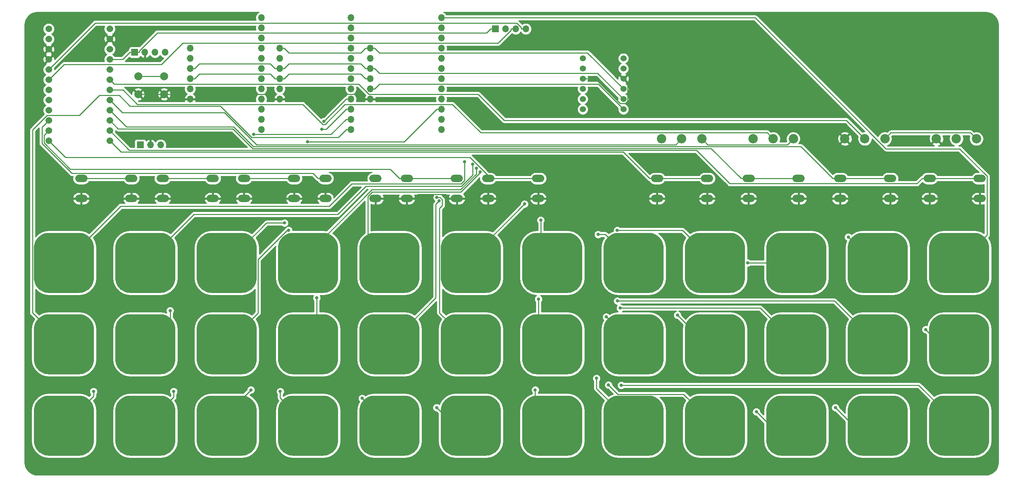
<source format=gbr>
G04 #@! TF.GenerationSoftware,KiCad,Pcbnew,(5.1.5)-3*
G04 #@! TF.CreationDate,2020-05-22T12:40:10+02:00*
G04 #@! TF.ProjectId,m1d1_36,6d316431-5f33-4362-9e6b-696361645f70,rev?*
G04 #@! TF.SameCoordinates,Original*
G04 #@! TF.FileFunction,Copper,L1,Top*
G04 #@! TF.FilePolarity,Positive*
%FSLAX46Y46*%
G04 Gerber Fmt 4.6, Leading zero omitted, Abs format (unit mm)*
G04 Created by KiCad (PCBNEW (5.1.5)-3) date 2020-05-22 12:40:10*
%MOMM*%
%LPD*%
G04 APERTURE LIST*
%ADD10O,1.700000X1.700000*%
%ADD11R,1.700000X1.700000*%
%ADD12C,1.524000*%
%ADD13C,1.665000*%
%ADD14C,0.100000*%
%ADD15O,3.048000X1.850000*%
%ADD16C,2.340000*%
%ADD17C,2.000000*%
%ADD18C,0.800000*%
%ADD19C,0.250000*%
%ADD20C,0.254000*%
G04 APERTURE END LIST*
D10*
X57912000Y-66040000D03*
X55372000Y-66040000D03*
D11*
X52832000Y-66040000D03*
D12*
X163322000Y-44450000D03*
X163322000Y-54610000D03*
X163322000Y-52070000D03*
X163322000Y-46990000D03*
X163322000Y-57150000D03*
X163322000Y-49530000D03*
X173482000Y-46990000D03*
X173482000Y-52070000D03*
X173482000Y-44450000D03*
X173482000Y-49530000D03*
X173482000Y-54610000D03*
X173482000Y-57150000D03*
D10*
X128016000Y-34290000D03*
X128016000Y-36830000D03*
X128016000Y-39370000D03*
X128016000Y-44450000D03*
X128016000Y-46990000D03*
X128016000Y-49530000D03*
X128016000Y-52070000D03*
X128016000Y-54610000D03*
X128016000Y-57150000D03*
X128016000Y-59690000D03*
X128016000Y-62230000D03*
X128016000Y-41910000D03*
X110236000Y-44450000D03*
X110236000Y-41910000D03*
X110236000Y-49530000D03*
X110236000Y-52070000D03*
X110236000Y-54610000D03*
X110236000Y-46990000D03*
X105410000Y-34290000D03*
X105410000Y-36830000D03*
X105410000Y-39370000D03*
X105410000Y-44450000D03*
X105410000Y-46990000D03*
X105410000Y-49530000D03*
X105410000Y-52070000D03*
X105410000Y-54610000D03*
X105410000Y-57150000D03*
X105410000Y-59690000D03*
X105410000Y-62230000D03*
X105410000Y-41910000D03*
X87630000Y-44450000D03*
X87630000Y-41910000D03*
X87630000Y-49530000D03*
X87630000Y-52070000D03*
X87630000Y-54610000D03*
X87630000Y-46990000D03*
X83058000Y-34290000D03*
X83058000Y-36830000D03*
X83058000Y-39370000D03*
X83058000Y-44450000D03*
X83058000Y-46990000D03*
X83058000Y-49530000D03*
X83058000Y-52070000D03*
X83058000Y-54610000D03*
X83058000Y-57150000D03*
X83058000Y-59690000D03*
X83058000Y-62230000D03*
X83058000Y-41910000D03*
X65278000Y-44450000D03*
X65278000Y-41910000D03*
X65278000Y-49530000D03*
X65278000Y-52070000D03*
X65278000Y-54610000D03*
X65278000Y-46990000D03*
D13*
X45212000Y-59944000D03*
X45212000Y-49784000D03*
X45212000Y-62484000D03*
X45212000Y-57404000D03*
X45212000Y-39624000D03*
X45212000Y-54864000D03*
X45212000Y-44704000D03*
X45212000Y-52324000D03*
X45212000Y-47244000D03*
X45212000Y-65024000D03*
X45212000Y-42164000D03*
X45212000Y-37084000D03*
X29972000Y-59944000D03*
X29972000Y-62484000D03*
X29972000Y-65024000D03*
X29972000Y-37084000D03*
X29972000Y-39624000D03*
X29972000Y-42164000D03*
X29972000Y-44704000D03*
X29972000Y-47244000D03*
X29972000Y-54864000D03*
X29972000Y-49784000D03*
X29972000Y-52324000D03*
X29972000Y-57404000D03*
G04 #@! TA.AperFunction,SMDPad,CuDef*
D14*
G36*
X261419564Y-88022057D02*
G01*
X261783589Y-88076055D01*
X262140568Y-88165474D01*
X262487063Y-88289452D01*
X262819738Y-88446795D01*
X263135388Y-88635989D01*
X263430975Y-88855211D01*
X263703650Y-89102350D01*
X263950789Y-89375025D01*
X264170011Y-89670612D01*
X264359205Y-89986262D01*
X264516548Y-90318937D01*
X264640526Y-90665432D01*
X264729945Y-91022411D01*
X264783943Y-91386436D01*
X264802000Y-91754000D01*
X264802000Y-99254000D01*
X264783943Y-99621564D01*
X264729945Y-99985589D01*
X264640526Y-100342568D01*
X264516548Y-100689063D01*
X264359205Y-101021738D01*
X264170011Y-101337388D01*
X263950789Y-101632975D01*
X263703650Y-101905650D01*
X263430975Y-102152789D01*
X263135388Y-102372011D01*
X262819738Y-102561205D01*
X262487063Y-102718548D01*
X262140568Y-102842526D01*
X261783589Y-102931945D01*
X261419564Y-102985943D01*
X261052000Y-103004000D01*
X253552000Y-103004000D01*
X253184436Y-102985943D01*
X252820411Y-102931945D01*
X252463432Y-102842526D01*
X252116937Y-102718548D01*
X251784262Y-102561205D01*
X251468612Y-102372011D01*
X251173025Y-102152789D01*
X250900350Y-101905650D01*
X250653211Y-101632975D01*
X250433989Y-101337388D01*
X250244795Y-101021738D01*
X250087452Y-100689063D01*
X249963474Y-100342568D01*
X249874055Y-99985589D01*
X249820057Y-99621564D01*
X249802000Y-99254000D01*
X249802000Y-91754000D01*
X249820057Y-91386436D01*
X249874055Y-91022411D01*
X249963474Y-90665432D01*
X250087452Y-90318937D01*
X250244795Y-89986262D01*
X250433989Y-89670612D01*
X250653211Y-89375025D01*
X250900350Y-89102350D01*
X251173025Y-88855211D01*
X251468612Y-88635989D01*
X251784262Y-88446795D01*
X252116937Y-88289452D01*
X252463432Y-88165474D01*
X252820411Y-88076055D01*
X253184436Y-88022057D01*
X253552000Y-88004000D01*
X261052000Y-88004000D01*
X261419564Y-88022057D01*
G37*
G04 #@! TD.AperFunction*
G04 #@! TA.AperFunction,SMDPad,CuDef*
G36*
X241099564Y-88022057D02*
G01*
X241463589Y-88076055D01*
X241820568Y-88165474D01*
X242167063Y-88289452D01*
X242499738Y-88446795D01*
X242815388Y-88635989D01*
X243110975Y-88855211D01*
X243383650Y-89102350D01*
X243630789Y-89375025D01*
X243850011Y-89670612D01*
X244039205Y-89986262D01*
X244196548Y-90318937D01*
X244320526Y-90665432D01*
X244409945Y-91022411D01*
X244463943Y-91386436D01*
X244482000Y-91754000D01*
X244482000Y-99254000D01*
X244463943Y-99621564D01*
X244409945Y-99985589D01*
X244320526Y-100342568D01*
X244196548Y-100689063D01*
X244039205Y-101021738D01*
X243850011Y-101337388D01*
X243630789Y-101632975D01*
X243383650Y-101905650D01*
X243110975Y-102152789D01*
X242815388Y-102372011D01*
X242499738Y-102561205D01*
X242167063Y-102718548D01*
X241820568Y-102842526D01*
X241463589Y-102931945D01*
X241099564Y-102985943D01*
X240732000Y-103004000D01*
X233232000Y-103004000D01*
X232864436Y-102985943D01*
X232500411Y-102931945D01*
X232143432Y-102842526D01*
X231796937Y-102718548D01*
X231464262Y-102561205D01*
X231148612Y-102372011D01*
X230853025Y-102152789D01*
X230580350Y-101905650D01*
X230333211Y-101632975D01*
X230113989Y-101337388D01*
X229924795Y-101021738D01*
X229767452Y-100689063D01*
X229643474Y-100342568D01*
X229554055Y-99985589D01*
X229500057Y-99621564D01*
X229482000Y-99254000D01*
X229482000Y-91754000D01*
X229500057Y-91386436D01*
X229554055Y-91022411D01*
X229643474Y-90665432D01*
X229767452Y-90318937D01*
X229924795Y-89986262D01*
X230113989Y-89670612D01*
X230333211Y-89375025D01*
X230580350Y-89102350D01*
X230853025Y-88855211D01*
X231148612Y-88635989D01*
X231464262Y-88446795D01*
X231796937Y-88289452D01*
X232143432Y-88165474D01*
X232500411Y-88076055D01*
X232864436Y-88022057D01*
X233232000Y-88004000D01*
X240732000Y-88004000D01*
X241099564Y-88022057D01*
G37*
G04 #@! TD.AperFunction*
G04 #@! TA.AperFunction,SMDPad,CuDef*
G36*
X220779564Y-88022057D02*
G01*
X221143589Y-88076055D01*
X221500568Y-88165474D01*
X221847063Y-88289452D01*
X222179738Y-88446795D01*
X222495388Y-88635989D01*
X222790975Y-88855211D01*
X223063650Y-89102350D01*
X223310789Y-89375025D01*
X223530011Y-89670612D01*
X223719205Y-89986262D01*
X223876548Y-90318937D01*
X224000526Y-90665432D01*
X224089945Y-91022411D01*
X224143943Y-91386436D01*
X224162000Y-91754000D01*
X224162000Y-99254000D01*
X224143943Y-99621564D01*
X224089945Y-99985589D01*
X224000526Y-100342568D01*
X223876548Y-100689063D01*
X223719205Y-101021738D01*
X223530011Y-101337388D01*
X223310789Y-101632975D01*
X223063650Y-101905650D01*
X222790975Y-102152789D01*
X222495388Y-102372011D01*
X222179738Y-102561205D01*
X221847063Y-102718548D01*
X221500568Y-102842526D01*
X221143589Y-102931945D01*
X220779564Y-102985943D01*
X220412000Y-103004000D01*
X212912000Y-103004000D01*
X212544436Y-102985943D01*
X212180411Y-102931945D01*
X211823432Y-102842526D01*
X211476937Y-102718548D01*
X211144262Y-102561205D01*
X210828612Y-102372011D01*
X210533025Y-102152789D01*
X210260350Y-101905650D01*
X210013211Y-101632975D01*
X209793989Y-101337388D01*
X209604795Y-101021738D01*
X209447452Y-100689063D01*
X209323474Y-100342568D01*
X209234055Y-99985589D01*
X209180057Y-99621564D01*
X209162000Y-99254000D01*
X209162000Y-91754000D01*
X209180057Y-91386436D01*
X209234055Y-91022411D01*
X209323474Y-90665432D01*
X209447452Y-90318937D01*
X209604795Y-89986262D01*
X209793989Y-89670612D01*
X210013211Y-89375025D01*
X210260350Y-89102350D01*
X210533025Y-88855211D01*
X210828612Y-88635989D01*
X211144262Y-88446795D01*
X211476937Y-88289452D01*
X211823432Y-88165474D01*
X212180411Y-88076055D01*
X212544436Y-88022057D01*
X212912000Y-88004000D01*
X220412000Y-88004000D01*
X220779564Y-88022057D01*
G37*
G04 #@! TD.AperFunction*
G04 #@! TA.AperFunction,SMDPad,CuDef*
G36*
X200459564Y-88022057D02*
G01*
X200823589Y-88076055D01*
X201180568Y-88165474D01*
X201527063Y-88289452D01*
X201859738Y-88446795D01*
X202175388Y-88635989D01*
X202470975Y-88855211D01*
X202743650Y-89102350D01*
X202990789Y-89375025D01*
X203210011Y-89670612D01*
X203399205Y-89986262D01*
X203556548Y-90318937D01*
X203680526Y-90665432D01*
X203769945Y-91022411D01*
X203823943Y-91386436D01*
X203842000Y-91754000D01*
X203842000Y-99254000D01*
X203823943Y-99621564D01*
X203769945Y-99985589D01*
X203680526Y-100342568D01*
X203556548Y-100689063D01*
X203399205Y-101021738D01*
X203210011Y-101337388D01*
X202990789Y-101632975D01*
X202743650Y-101905650D01*
X202470975Y-102152789D01*
X202175388Y-102372011D01*
X201859738Y-102561205D01*
X201527063Y-102718548D01*
X201180568Y-102842526D01*
X200823589Y-102931945D01*
X200459564Y-102985943D01*
X200092000Y-103004000D01*
X192592000Y-103004000D01*
X192224436Y-102985943D01*
X191860411Y-102931945D01*
X191503432Y-102842526D01*
X191156937Y-102718548D01*
X190824262Y-102561205D01*
X190508612Y-102372011D01*
X190213025Y-102152789D01*
X189940350Y-101905650D01*
X189693211Y-101632975D01*
X189473989Y-101337388D01*
X189284795Y-101021738D01*
X189127452Y-100689063D01*
X189003474Y-100342568D01*
X188914055Y-99985589D01*
X188860057Y-99621564D01*
X188842000Y-99254000D01*
X188842000Y-91754000D01*
X188860057Y-91386436D01*
X188914055Y-91022411D01*
X189003474Y-90665432D01*
X189127452Y-90318937D01*
X189284795Y-89986262D01*
X189473989Y-89670612D01*
X189693211Y-89375025D01*
X189940350Y-89102350D01*
X190213025Y-88855211D01*
X190508612Y-88635989D01*
X190824262Y-88446795D01*
X191156937Y-88289452D01*
X191503432Y-88165474D01*
X191860411Y-88076055D01*
X192224436Y-88022057D01*
X192592000Y-88004000D01*
X200092000Y-88004000D01*
X200459564Y-88022057D01*
G37*
G04 #@! TD.AperFunction*
G04 #@! TA.AperFunction,SMDPad,CuDef*
G36*
X180139564Y-88022057D02*
G01*
X180503589Y-88076055D01*
X180860568Y-88165474D01*
X181207063Y-88289452D01*
X181539738Y-88446795D01*
X181855388Y-88635989D01*
X182150975Y-88855211D01*
X182423650Y-89102350D01*
X182670789Y-89375025D01*
X182890011Y-89670612D01*
X183079205Y-89986262D01*
X183236548Y-90318937D01*
X183360526Y-90665432D01*
X183449945Y-91022411D01*
X183503943Y-91386436D01*
X183522000Y-91754000D01*
X183522000Y-99254000D01*
X183503943Y-99621564D01*
X183449945Y-99985589D01*
X183360526Y-100342568D01*
X183236548Y-100689063D01*
X183079205Y-101021738D01*
X182890011Y-101337388D01*
X182670789Y-101632975D01*
X182423650Y-101905650D01*
X182150975Y-102152789D01*
X181855388Y-102372011D01*
X181539738Y-102561205D01*
X181207063Y-102718548D01*
X180860568Y-102842526D01*
X180503589Y-102931945D01*
X180139564Y-102985943D01*
X179772000Y-103004000D01*
X172272000Y-103004000D01*
X171904436Y-102985943D01*
X171540411Y-102931945D01*
X171183432Y-102842526D01*
X170836937Y-102718548D01*
X170504262Y-102561205D01*
X170188612Y-102372011D01*
X169893025Y-102152789D01*
X169620350Y-101905650D01*
X169373211Y-101632975D01*
X169153989Y-101337388D01*
X168964795Y-101021738D01*
X168807452Y-100689063D01*
X168683474Y-100342568D01*
X168594055Y-99985589D01*
X168540057Y-99621564D01*
X168522000Y-99254000D01*
X168522000Y-91754000D01*
X168540057Y-91386436D01*
X168594055Y-91022411D01*
X168683474Y-90665432D01*
X168807452Y-90318937D01*
X168964795Y-89986262D01*
X169153989Y-89670612D01*
X169373211Y-89375025D01*
X169620350Y-89102350D01*
X169893025Y-88855211D01*
X170188612Y-88635989D01*
X170504262Y-88446795D01*
X170836937Y-88289452D01*
X171183432Y-88165474D01*
X171540411Y-88076055D01*
X171904436Y-88022057D01*
X172272000Y-88004000D01*
X179772000Y-88004000D01*
X180139564Y-88022057D01*
G37*
G04 #@! TD.AperFunction*
G04 #@! TA.AperFunction,SMDPad,CuDef*
G36*
X159819564Y-88022057D02*
G01*
X160183589Y-88076055D01*
X160540568Y-88165474D01*
X160887063Y-88289452D01*
X161219738Y-88446795D01*
X161535388Y-88635989D01*
X161830975Y-88855211D01*
X162103650Y-89102350D01*
X162350789Y-89375025D01*
X162570011Y-89670612D01*
X162759205Y-89986262D01*
X162916548Y-90318937D01*
X163040526Y-90665432D01*
X163129945Y-91022411D01*
X163183943Y-91386436D01*
X163202000Y-91754000D01*
X163202000Y-99254000D01*
X163183943Y-99621564D01*
X163129945Y-99985589D01*
X163040526Y-100342568D01*
X162916548Y-100689063D01*
X162759205Y-101021738D01*
X162570011Y-101337388D01*
X162350789Y-101632975D01*
X162103650Y-101905650D01*
X161830975Y-102152789D01*
X161535388Y-102372011D01*
X161219738Y-102561205D01*
X160887063Y-102718548D01*
X160540568Y-102842526D01*
X160183589Y-102931945D01*
X159819564Y-102985943D01*
X159452000Y-103004000D01*
X151952000Y-103004000D01*
X151584436Y-102985943D01*
X151220411Y-102931945D01*
X150863432Y-102842526D01*
X150516937Y-102718548D01*
X150184262Y-102561205D01*
X149868612Y-102372011D01*
X149573025Y-102152789D01*
X149300350Y-101905650D01*
X149053211Y-101632975D01*
X148833989Y-101337388D01*
X148644795Y-101021738D01*
X148487452Y-100689063D01*
X148363474Y-100342568D01*
X148274055Y-99985589D01*
X148220057Y-99621564D01*
X148202000Y-99254000D01*
X148202000Y-91754000D01*
X148220057Y-91386436D01*
X148274055Y-91022411D01*
X148363474Y-90665432D01*
X148487452Y-90318937D01*
X148644795Y-89986262D01*
X148833989Y-89670612D01*
X149053211Y-89375025D01*
X149300350Y-89102350D01*
X149573025Y-88855211D01*
X149868612Y-88635989D01*
X150184262Y-88446795D01*
X150516937Y-88289452D01*
X150863432Y-88165474D01*
X151220411Y-88076055D01*
X151584436Y-88022057D01*
X151952000Y-88004000D01*
X159452000Y-88004000D01*
X159819564Y-88022057D01*
G37*
G04 #@! TD.AperFunction*
G04 #@! TA.AperFunction,SMDPad,CuDef*
G36*
X139499564Y-88022057D02*
G01*
X139863589Y-88076055D01*
X140220568Y-88165474D01*
X140567063Y-88289452D01*
X140899738Y-88446795D01*
X141215388Y-88635989D01*
X141510975Y-88855211D01*
X141783650Y-89102350D01*
X142030789Y-89375025D01*
X142250011Y-89670612D01*
X142439205Y-89986262D01*
X142596548Y-90318937D01*
X142720526Y-90665432D01*
X142809945Y-91022411D01*
X142863943Y-91386436D01*
X142882000Y-91754000D01*
X142882000Y-99254000D01*
X142863943Y-99621564D01*
X142809945Y-99985589D01*
X142720526Y-100342568D01*
X142596548Y-100689063D01*
X142439205Y-101021738D01*
X142250011Y-101337388D01*
X142030789Y-101632975D01*
X141783650Y-101905650D01*
X141510975Y-102152789D01*
X141215388Y-102372011D01*
X140899738Y-102561205D01*
X140567063Y-102718548D01*
X140220568Y-102842526D01*
X139863589Y-102931945D01*
X139499564Y-102985943D01*
X139132000Y-103004000D01*
X131632000Y-103004000D01*
X131264436Y-102985943D01*
X130900411Y-102931945D01*
X130543432Y-102842526D01*
X130196937Y-102718548D01*
X129864262Y-102561205D01*
X129548612Y-102372011D01*
X129253025Y-102152789D01*
X128980350Y-101905650D01*
X128733211Y-101632975D01*
X128513989Y-101337388D01*
X128324795Y-101021738D01*
X128167452Y-100689063D01*
X128043474Y-100342568D01*
X127954055Y-99985589D01*
X127900057Y-99621564D01*
X127882000Y-99254000D01*
X127882000Y-91754000D01*
X127900057Y-91386436D01*
X127954055Y-91022411D01*
X128043474Y-90665432D01*
X128167452Y-90318937D01*
X128324795Y-89986262D01*
X128513989Y-89670612D01*
X128733211Y-89375025D01*
X128980350Y-89102350D01*
X129253025Y-88855211D01*
X129548612Y-88635989D01*
X129864262Y-88446795D01*
X130196937Y-88289452D01*
X130543432Y-88165474D01*
X130900411Y-88076055D01*
X131264436Y-88022057D01*
X131632000Y-88004000D01*
X139132000Y-88004000D01*
X139499564Y-88022057D01*
G37*
G04 #@! TD.AperFunction*
G04 #@! TA.AperFunction,SMDPad,CuDef*
G36*
X119179564Y-88022057D02*
G01*
X119543589Y-88076055D01*
X119900568Y-88165474D01*
X120247063Y-88289452D01*
X120579738Y-88446795D01*
X120895388Y-88635989D01*
X121190975Y-88855211D01*
X121463650Y-89102350D01*
X121710789Y-89375025D01*
X121930011Y-89670612D01*
X122119205Y-89986262D01*
X122276548Y-90318937D01*
X122400526Y-90665432D01*
X122489945Y-91022411D01*
X122543943Y-91386436D01*
X122562000Y-91754000D01*
X122562000Y-99254000D01*
X122543943Y-99621564D01*
X122489945Y-99985589D01*
X122400526Y-100342568D01*
X122276548Y-100689063D01*
X122119205Y-101021738D01*
X121930011Y-101337388D01*
X121710789Y-101632975D01*
X121463650Y-101905650D01*
X121190975Y-102152789D01*
X120895388Y-102372011D01*
X120579738Y-102561205D01*
X120247063Y-102718548D01*
X119900568Y-102842526D01*
X119543589Y-102931945D01*
X119179564Y-102985943D01*
X118812000Y-103004000D01*
X111312000Y-103004000D01*
X110944436Y-102985943D01*
X110580411Y-102931945D01*
X110223432Y-102842526D01*
X109876937Y-102718548D01*
X109544262Y-102561205D01*
X109228612Y-102372011D01*
X108933025Y-102152789D01*
X108660350Y-101905650D01*
X108413211Y-101632975D01*
X108193989Y-101337388D01*
X108004795Y-101021738D01*
X107847452Y-100689063D01*
X107723474Y-100342568D01*
X107634055Y-99985589D01*
X107580057Y-99621564D01*
X107562000Y-99254000D01*
X107562000Y-91754000D01*
X107580057Y-91386436D01*
X107634055Y-91022411D01*
X107723474Y-90665432D01*
X107847452Y-90318937D01*
X108004795Y-89986262D01*
X108193989Y-89670612D01*
X108413211Y-89375025D01*
X108660350Y-89102350D01*
X108933025Y-88855211D01*
X109228612Y-88635989D01*
X109544262Y-88446795D01*
X109876937Y-88289452D01*
X110223432Y-88165474D01*
X110580411Y-88076055D01*
X110944436Y-88022057D01*
X111312000Y-88004000D01*
X118812000Y-88004000D01*
X119179564Y-88022057D01*
G37*
G04 #@! TD.AperFunction*
G04 #@! TA.AperFunction,SMDPad,CuDef*
G36*
X98859564Y-88022057D02*
G01*
X99223589Y-88076055D01*
X99580568Y-88165474D01*
X99927063Y-88289452D01*
X100259738Y-88446795D01*
X100575388Y-88635989D01*
X100870975Y-88855211D01*
X101143650Y-89102350D01*
X101390789Y-89375025D01*
X101610011Y-89670612D01*
X101799205Y-89986262D01*
X101956548Y-90318937D01*
X102080526Y-90665432D01*
X102169945Y-91022411D01*
X102223943Y-91386436D01*
X102242000Y-91754000D01*
X102242000Y-99254000D01*
X102223943Y-99621564D01*
X102169945Y-99985589D01*
X102080526Y-100342568D01*
X101956548Y-100689063D01*
X101799205Y-101021738D01*
X101610011Y-101337388D01*
X101390789Y-101632975D01*
X101143650Y-101905650D01*
X100870975Y-102152789D01*
X100575388Y-102372011D01*
X100259738Y-102561205D01*
X99927063Y-102718548D01*
X99580568Y-102842526D01*
X99223589Y-102931945D01*
X98859564Y-102985943D01*
X98492000Y-103004000D01*
X90992000Y-103004000D01*
X90624436Y-102985943D01*
X90260411Y-102931945D01*
X89903432Y-102842526D01*
X89556937Y-102718548D01*
X89224262Y-102561205D01*
X88908612Y-102372011D01*
X88613025Y-102152789D01*
X88340350Y-101905650D01*
X88093211Y-101632975D01*
X87873989Y-101337388D01*
X87684795Y-101021738D01*
X87527452Y-100689063D01*
X87403474Y-100342568D01*
X87314055Y-99985589D01*
X87260057Y-99621564D01*
X87242000Y-99254000D01*
X87242000Y-91754000D01*
X87260057Y-91386436D01*
X87314055Y-91022411D01*
X87403474Y-90665432D01*
X87527452Y-90318937D01*
X87684795Y-89986262D01*
X87873989Y-89670612D01*
X88093211Y-89375025D01*
X88340350Y-89102350D01*
X88613025Y-88855211D01*
X88908612Y-88635989D01*
X89224262Y-88446795D01*
X89556937Y-88289452D01*
X89903432Y-88165474D01*
X90260411Y-88076055D01*
X90624436Y-88022057D01*
X90992000Y-88004000D01*
X98492000Y-88004000D01*
X98859564Y-88022057D01*
G37*
G04 #@! TD.AperFunction*
G04 #@! TA.AperFunction,SMDPad,CuDef*
G36*
X78539564Y-88022057D02*
G01*
X78903589Y-88076055D01*
X79260568Y-88165474D01*
X79607063Y-88289452D01*
X79939738Y-88446795D01*
X80255388Y-88635989D01*
X80550975Y-88855211D01*
X80823650Y-89102350D01*
X81070789Y-89375025D01*
X81290011Y-89670612D01*
X81479205Y-89986262D01*
X81636548Y-90318937D01*
X81760526Y-90665432D01*
X81849945Y-91022411D01*
X81903943Y-91386436D01*
X81922000Y-91754000D01*
X81922000Y-99254000D01*
X81903943Y-99621564D01*
X81849945Y-99985589D01*
X81760526Y-100342568D01*
X81636548Y-100689063D01*
X81479205Y-101021738D01*
X81290011Y-101337388D01*
X81070789Y-101632975D01*
X80823650Y-101905650D01*
X80550975Y-102152789D01*
X80255388Y-102372011D01*
X79939738Y-102561205D01*
X79607063Y-102718548D01*
X79260568Y-102842526D01*
X78903589Y-102931945D01*
X78539564Y-102985943D01*
X78172000Y-103004000D01*
X70672000Y-103004000D01*
X70304436Y-102985943D01*
X69940411Y-102931945D01*
X69583432Y-102842526D01*
X69236937Y-102718548D01*
X68904262Y-102561205D01*
X68588612Y-102372011D01*
X68293025Y-102152789D01*
X68020350Y-101905650D01*
X67773211Y-101632975D01*
X67553989Y-101337388D01*
X67364795Y-101021738D01*
X67207452Y-100689063D01*
X67083474Y-100342568D01*
X66994055Y-99985589D01*
X66940057Y-99621564D01*
X66922000Y-99254000D01*
X66922000Y-91754000D01*
X66940057Y-91386436D01*
X66994055Y-91022411D01*
X67083474Y-90665432D01*
X67207452Y-90318937D01*
X67364795Y-89986262D01*
X67553989Y-89670612D01*
X67773211Y-89375025D01*
X68020350Y-89102350D01*
X68293025Y-88855211D01*
X68588612Y-88635989D01*
X68904262Y-88446795D01*
X69236937Y-88289452D01*
X69583432Y-88165474D01*
X69940411Y-88076055D01*
X70304436Y-88022057D01*
X70672000Y-88004000D01*
X78172000Y-88004000D01*
X78539564Y-88022057D01*
G37*
G04 #@! TD.AperFunction*
G04 #@! TA.AperFunction,SMDPad,CuDef*
G36*
X58219564Y-88022057D02*
G01*
X58583589Y-88076055D01*
X58940568Y-88165474D01*
X59287063Y-88289452D01*
X59619738Y-88446795D01*
X59935388Y-88635989D01*
X60230975Y-88855211D01*
X60503650Y-89102350D01*
X60750789Y-89375025D01*
X60970011Y-89670612D01*
X61159205Y-89986262D01*
X61316548Y-90318937D01*
X61440526Y-90665432D01*
X61529945Y-91022411D01*
X61583943Y-91386436D01*
X61602000Y-91754000D01*
X61602000Y-99254000D01*
X61583943Y-99621564D01*
X61529945Y-99985589D01*
X61440526Y-100342568D01*
X61316548Y-100689063D01*
X61159205Y-101021738D01*
X60970011Y-101337388D01*
X60750789Y-101632975D01*
X60503650Y-101905650D01*
X60230975Y-102152789D01*
X59935388Y-102372011D01*
X59619738Y-102561205D01*
X59287063Y-102718548D01*
X58940568Y-102842526D01*
X58583589Y-102931945D01*
X58219564Y-102985943D01*
X57852000Y-103004000D01*
X50352000Y-103004000D01*
X49984436Y-102985943D01*
X49620411Y-102931945D01*
X49263432Y-102842526D01*
X48916937Y-102718548D01*
X48584262Y-102561205D01*
X48268612Y-102372011D01*
X47973025Y-102152789D01*
X47700350Y-101905650D01*
X47453211Y-101632975D01*
X47233989Y-101337388D01*
X47044795Y-101021738D01*
X46887452Y-100689063D01*
X46763474Y-100342568D01*
X46674055Y-99985589D01*
X46620057Y-99621564D01*
X46602000Y-99254000D01*
X46602000Y-91754000D01*
X46620057Y-91386436D01*
X46674055Y-91022411D01*
X46763474Y-90665432D01*
X46887452Y-90318937D01*
X47044795Y-89986262D01*
X47233989Y-89670612D01*
X47453211Y-89375025D01*
X47700350Y-89102350D01*
X47973025Y-88855211D01*
X48268612Y-88635989D01*
X48584262Y-88446795D01*
X48916937Y-88289452D01*
X49263432Y-88165474D01*
X49620411Y-88076055D01*
X49984436Y-88022057D01*
X50352000Y-88004000D01*
X57852000Y-88004000D01*
X58219564Y-88022057D01*
G37*
G04 #@! TD.AperFunction*
G04 #@! TA.AperFunction,SMDPad,CuDef*
G36*
X37899564Y-88022057D02*
G01*
X38263589Y-88076055D01*
X38620568Y-88165474D01*
X38967063Y-88289452D01*
X39299738Y-88446795D01*
X39615388Y-88635989D01*
X39910975Y-88855211D01*
X40183650Y-89102350D01*
X40430789Y-89375025D01*
X40650011Y-89670612D01*
X40839205Y-89986262D01*
X40996548Y-90318937D01*
X41120526Y-90665432D01*
X41209945Y-91022411D01*
X41263943Y-91386436D01*
X41282000Y-91754000D01*
X41282000Y-99254000D01*
X41263943Y-99621564D01*
X41209945Y-99985589D01*
X41120526Y-100342568D01*
X40996548Y-100689063D01*
X40839205Y-101021738D01*
X40650011Y-101337388D01*
X40430789Y-101632975D01*
X40183650Y-101905650D01*
X39910975Y-102152789D01*
X39615388Y-102372011D01*
X39299738Y-102561205D01*
X38967063Y-102718548D01*
X38620568Y-102842526D01*
X38263589Y-102931945D01*
X37899564Y-102985943D01*
X37532000Y-103004000D01*
X30032000Y-103004000D01*
X29664436Y-102985943D01*
X29300411Y-102931945D01*
X28943432Y-102842526D01*
X28596937Y-102718548D01*
X28264262Y-102561205D01*
X27948612Y-102372011D01*
X27653025Y-102152789D01*
X27380350Y-101905650D01*
X27133211Y-101632975D01*
X26913989Y-101337388D01*
X26724795Y-101021738D01*
X26567452Y-100689063D01*
X26443474Y-100342568D01*
X26354055Y-99985589D01*
X26300057Y-99621564D01*
X26282000Y-99254000D01*
X26282000Y-91754000D01*
X26300057Y-91386436D01*
X26354055Y-91022411D01*
X26443474Y-90665432D01*
X26567452Y-90318937D01*
X26724795Y-89986262D01*
X26913989Y-89670612D01*
X27133211Y-89375025D01*
X27380350Y-89102350D01*
X27653025Y-88855211D01*
X27948612Y-88635989D01*
X28264262Y-88446795D01*
X28596937Y-88289452D01*
X28943432Y-88165474D01*
X29300411Y-88076055D01*
X29664436Y-88022057D01*
X30032000Y-88004000D01*
X37532000Y-88004000D01*
X37899564Y-88022057D01*
G37*
G04 #@! TD.AperFunction*
G04 #@! TA.AperFunction,SMDPad,CuDef*
G36*
X261419564Y-108342057D02*
G01*
X261783589Y-108396055D01*
X262140568Y-108485474D01*
X262487063Y-108609452D01*
X262819738Y-108766795D01*
X263135388Y-108955989D01*
X263430975Y-109175211D01*
X263703650Y-109422350D01*
X263950789Y-109695025D01*
X264170011Y-109990612D01*
X264359205Y-110306262D01*
X264516548Y-110638937D01*
X264640526Y-110985432D01*
X264729945Y-111342411D01*
X264783943Y-111706436D01*
X264802000Y-112074000D01*
X264802000Y-119574000D01*
X264783943Y-119941564D01*
X264729945Y-120305589D01*
X264640526Y-120662568D01*
X264516548Y-121009063D01*
X264359205Y-121341738D01*
X264170011Y-121657388D01*
X263950789Y-121952975D01*
X263703650Y-122225650D01*
X263430975Y-122472789D01*
X263135388Y-122692011D01*
X262819738Y-122881205D01*
X262487063Y-123038548D01*
X262140568Y-123162526D01*
X261783589Y-123251945D01*
X261419564Y-123305943D01*
X261052000Y-123324000D01*
X253552000Y-123324000D01*
X253184436Y-123305943D01*
X252820411Y-123251945D01*
X252463432Y-123162526D01*
X252116937Y-123038548D01*
X251784262Y-122881205D01*
X251468612Y-122692011D01*
X251173025Y-122472789D01*
X250900350Y-122225650D01*
X250653211Y-121952975D01*
X250433989Y-121657388D01*
X250244795Y-121341738D01*
X250087452Y-121009063D01*
X249963474Y-120662568D01*
X249874055Y-120305589D01*
X249820057Y-119941564D01*
X249802000Y-119574000D01*
X249802000Y-112074000D01*
X249820057Y-111706436D01*
X249874055Y-111342411D01*
X249963474Y-110985432D01*
X250087452Y-110638937D01*
X250244795Y-110306262D01*
X250433989Y-109990612D01*
X250653211Y-109695025D01*
X250900350Y-109422350D01*
X251173025Y-109175211D01*
X251468612Y-108955989D01*
X251784262Y-108766795D01*
X252116937Y-108609452D01*
X252463432Y-108485474D01*
X252820411Y-108396055D01*
X253184436Y-108342057D01*
X253552000Y-108324000D01*
X261052000Y-108324000D01*
X261419564Y-108342057D01*
G37*
G04 #@! TD.AperFunction*
G04 #@! TA.AperFunction,SMDPad,CuDef*
G36*
X241099564Y-108342057D02*
G01*
X241463589Y-108396055D01*
X241820568Y-108485474D01*
X242167063Y-108609452D01*
X242499738Y-108766795D01*
X242815388Y-108955989D01*
X243110975Y-109175211D01*
X243383650Y-109422350D01*
X243630789Y-109695025D01*
X243850011Y-109990612D01*
X244039205Y-110306262D01*
X244196548Y-110638937D01*
X244320526Y-110985432D01*
X244409945Y-111342411D01*
X244463943Y-111706436D01*
X244482000Y-112074000D01*
X244482000Y-119574000D01*
X244463943Y-119941564D01*
X244409945Y-120305589D01*
X244320526Y-120662568D01*
X244196548Y-121009063D01*
X244039205Y-121341738D01*
X243850011Y-121657388D01*
X243630789Y-121952975D01*
X243383650Y-122225650D01*
X243110975Y-122472789D01*
X242815388Y-122692011D01*
X242499738Y-122881205D01*
X242167063Y-123038548D01*
X241820568Y-123162526D01*
X241463589Y-123251945D01*
X241099564Y-123305943D01*
X240732000Y-123324000D01*
X233232000Y-123324000D01*
X232864436Y-123305943D01*
X232500411Y-123251945D01*
X232143432Y-123162526D01*
X231796937Y-123038548D01*
X231464262Y-122881205D01*
X231148612Y-122692011D01*
X230853025Y-122472789D01*
X230580350Y-122225650D01*
X230333211Y-121952975D01*
X230113989Y-121657388D01*
X229924795Y-121341738D01*
X229767452Y-121009063D01*
X229643474Y-120662568D01*
X229554055Y-120305589D01*
X229500057Y-119941564D01*
X229482000Y-119574000D01*
X229482000Y-112074000D01*
X229500057Y-111706436D01*
X229554055Y-111342411D01*
X229643474Y-110985432D01*
X229767452Y-110638937D01*
X229924795Y-110306262D01*
X230113989Y-109990612D01*
X230333211Y-109695025D01*
X230580350Y-109422350D01*
X230853025Y-109175211D01*
X231148612Y-108955989D01*
X231464262Y-108766795D01*
X231796937Y-108609452D01*
X232143432Y-108485474D01*
X232500411Y-108396055D01*
X232864436Y-108342057D01*
X233232000Y-108324000D01*
X240732000Y-108324000D01*
X241099564Y-108342057D01*
G37*
G04 #@! TD.AperFunction*
G04 #@! TA.AperFunction,SMDPad,CuDef*
G36*
X220779564Y-108342057D02*
G01*
X221143589Y-108396055D01*
X221500568Y-108485474D01*
X221847063Y-108609452D01*
X222179738Y-108766795D01*
X222495388Y-108955989D01*
X222790975Y-109175211D01*
X223063650Y-109422350D01*
X223310789Y-109695025D01*
X223530011Y-109990612D01*
X223719205Y-110306262D01*
X223876548Y-110638937D01*
X224000526Y-110985432D01*
X224089945Y-111342411D01*
X224143943Y-111706436D01*
X224162000Y-112074000D01*
X224162000Y-119574000D01*
X224143943Y-119941564D01*
X224089945Y-120305589D01*
X224000526Y-120662568D01*
X223876548Y-121009063D01*
X223719205Y-121341738D01*
X223530011Y-121657388D01*
X223310789Y-121952975D01*
X223063650Y-122225650D01*
X222790975Y-122472789D01*
X222495388Y-122692011D01*
X222179738Y-122881205D01*
X221847063Y-123038548D01*
X221500568Y-123162526D01*
X221143589Y-123251945D01*
X220779564Y-123305943D01*
X220412000Y-123324000D01*
X212912000Y-123324000D01*
X212544436Y-123305943D01*
X212180411Y-123251945D01*
X211823432Y-123162526D01*
X211476937Y-123038548D01*
X211144262Y-122881205D01*
X210828612Y-122692011D01*
X210533025Y-122472789D01*
X210260350Y-122225650D01*
X210013211Y-121952975D01*
X209793989Y-121657388D01*
X209604795Y-121341738D01*
X209447452Y-121009063D01*
X209323474Y-120662568D01*
X209234055Y-120305589D01*
X209180057Y-119941564D01*
X209162000Y-119574000D01*
X209162000Y-112074000D01*
X209180057Y-111706436D01*
X209234055Y-111342411D01*
X209323474Y-110985432D01*
X209447452Y-110638937D01*
X209604795Y-110306262D01*
X209793989Y-109990612D01*
X210013211Y-109695025D01*
X210260350Y-109422350D01*
X210533025Y-109175211D01*
X210828612Y-108955989D01*
X211144262Y-108766795D01*
X211476937Y-108609452D01*
X211823432Y-108485474D01*
X212180411Y-108396055D01*
X212544436Y-108342057D01*
X212912000Y-108324000D01*
X220412000Y-108324000D01*
X220779564Y-108342057D01*
G37*
G04 #@! TD.AperFunction*
G04 #@! TA.AperFunction,SMDPad,CuDef*
G36*
X200459564Y-108342057D02*
G01*
X200823589Y-108396055D01*
X201180568Y-108485474D01*
X201527063Y-108609452D01*
X201859738Y-108766795D01*
X202175388Y-108955989D01*
X202470975Y-109175211D01*
X202743650Y-109422350D01*
X202990789Y-109695025D01*
X203210011Y-109990612D01*
X203399205Y-110306262D01*
X203556548Y-110638937D01*
X203680526Y-110985432D01*
X203769945Y-111342411D01*
X203823943Y-111706436D01*
X203842000Y-112074000D01*
X203842000Y-119574000D01*
X203823943Y-119941564D01*
X203769945Y-120305589D01*
X203680526Y-120662568D01*
X203556548Y-121009063D01*
X203399205Y-121341738D01*
X203210011Y-121657388D01*
X202990789Y-121952975D01*
X202743650Y-122225650D01*
X202470975Y-122472789D01*
X202175388Y-122692011D01*
X201859738Y-122881205D01*
X201527063Y-123038548D01*
X201180568Y-123162526D01*
X200823589Y-123251945D01*
X200459564Y-123305943D01*
X200092000Y-123324000D01*
X192592000Y-123324000D01*
X192224436Y-123305943D01*
X191860411Y-123251945D01*
X191503432Y-123162526D01*
X191156937Y-123038548D01*
X190824262Y-122881205D01*
X190508612Y-122692011D01*
X190213025Y-122472789D01*
X189940350Y-122225650D01*
X189693211Y-121952975D01*
X189473989Y-121657388D01*
X189284795Y-121341738D01*
X189127452Y-121009063D01*
X189003474Y-120662568D01*
X188914055Y-120305589D01*
X188860057Y-119941564D01*
X188842000Y-119574000D01*
X188842000Y-112074000D01*
X188860057Y-111706436D01*
X188914055Y-111342411D01*
X189003474Y-110985432D01*
X189127452Y-110638937D01*
X189284795Y-110306262D01*
X189473989Y-109990612D01*
X189693211Y-109695025D01*
X189940350Y-109422350D01*
X190213025Y-109175211D01*
X190508612Y-108955989D01*
X190824262Y-108766795D01*
X191156937Y-108609452D01*
X191503432Y-108485474D01*
X191860411Y-108396055D01*
X192224436Y-108342057D01*
X192592000Y-108324000D01*
X200092000Y-108324000D01*
X200459564Y-108342057D01*
G37*
G04 #@! TD.AperFunction*
G04 #@! TA.AperFunction,SMDPad,CuDef*
G36*
X180139564Y-108342057D02*
G01*
X180503589Y-108396055D01*
X180860568Y-108485474D01*
X181207063Y-108609452D01*
X181539738Y-108766795D01*
X181855388Y-108955989D01*
X182150975Y-109175211D01*
X182423650Y-109422350D01*
X182670789Y-109695025D01*
X182890011Y-109990612D01*
X183079205Y-110306262D01*
X183236548Y-110638937D01*
X183360526Y-110985432D01*
X183449945Y-111342411D01*
X183503943Y-111706436D01*
X183522000Y-112074000D01*
X183522000Y-119574000D01*
X183503943Y-119941564D01*
X183449945Y-120305589D01*
X183360526Y-120662568D01*
X183236548Y-121009063D01*
X183079205Y-121341738D01*
X182890011Y-121657388D01*
X182670789Y-121952975D01*
X182423650Y-122225650D01*
X182150975Y-122472789D01*
X181855388Y-122692011D01*
X181539738Y-122881205D01*
X181207063Y-123038548D01*
X180860568Y-123162526D01*
X180503589Y-123251945D01*
X180139564Y-123305943D01*
X179772000Y-123324000D01*
X172272000Y-123324000D01*
X171904436Y-123305943D01*
X171540411Y-123251945D01*
X171183432Y-123162526D01*
X170836937Y-123038548D01*
X170504262Y-122881205D01*
X170188612Y-122692011D01*
X169893025Y-122472789D01*
X169620350Y-122225650D01*
X169373211Y-121952975D01*
X169153989Y-121657388D01*
X168964795Y-121341738D01*
X168807452Y-121009063D01*
X168683474Y-120662568D01*
X168594055Y-120305589D01*
X168540057Y-119941564D01*
X168522000Y-119574000D01*
X168522000Y-112074000D01*
X168540057Y-111706436D01*
X168594055Y-111342411D01*
X168683474Y-110985432D01*
X168807452Y-110638937D01*
X168964795Y-110306262D01*
X169153989Y-109990612D01*
X169373211Y-109695025D01*
X169620350Y-109422350D01*
X169893025Y-109175211D01*
X170188612Y-108955989D01*
X170504262Y-108766795D01*
X170836937Y-108609452D01*
X171183432Y-108485474D01*
X171540411Y-108396055D01*
X171904436Y-108342057D01*
X172272000Y-108324000D01*
X179772000Y-108324000D01*
X180139564Y-108342057D01*
G37*
G04 #@! TD.AperFunction*
G04 #@! TA.AperFunction,SMDPad,CuDef*
G36*
X159819564Y-108342057D02*
G01*
X160183589Y-108396055D01*
X160540568Y-108485474D01*
X160887063Y-108609452D01*
X161219738Y-108766795D01*
X161535388Y-108955989D01*
X161830975Y-109175211D01*
X162103650Y-109422350D01*
X162350789Y-109695025D01*
X162570011Y-109990612D01*
X162759205Y-110306262D01*
X162916548Y-110638937D01*
X163040526Y-110985432D01*
X163129945Y-111342411D01*
X163183943Y-111706436D01*
X163202000Y-112074000D01*
X163202000Y-119574000D01*
X163183943Y-119941564D01*
X163129945Y-120305589D01*
X163040526Y-120662568D01*
X162916548Y-121009063D01*
X162759205Y-121341738D01*
X162570011Y-121657388D01*
X162350789Y-121952975D01*
X162103650Y-122225650D01*
X161830975Y-122472789D01*
X161535388Y-122692011D01*
X161219738Y-122881205D01*
X160887063Y-123038548D01*
X160540568Y-123162526D01*
X160183589Y-123251945D01*
X159819564Y-123305943D01*
X159452000Y-123324000D01*
X151952000Y-123324000D01*
X151584436Y-123305943D01*
X151220411Y-123251945D01*
X150863432Y-123162526D01*
X150516937Y-123038548D01*
X150184262Y-122881205D01*
X149868612Y-122692011D01*
X149573025Y-122472789D01*
X149300350Y-122225650D01*
X149053211Y-121952975D01*
X148833989Y-121657388D01*
X148644795Y-121341738D01*
X148487452Y-121009063D01*
X148363474Y-120662568D01*
X148274055Y-120305589D01*
X148220057Y-119941564D01*
X148202000Y-119574000D01*
X148202000Y-112074000D01*
X148220057Y-111706436D01*
X148274055Y-111342411D01*
X148363474Y-110985432D01*
X148487452Y-110638937D01*
X148644795Y-110306262D01*
X148833989Y-109990612D01*
X149053211Y-109695025D01*
X149300350Y-109422350D01*
X149573025Y-109175211D01*
X149868612Y-108955989D01*
X150184262Y-108766795D01*
X150516937Y-108609452D01*
X150863432Y-108485474D01*
X151220411Y-108396055D01*
X151584436Y-108342057D01*
X151952000Y-108324000D01*
X159452000Y-108324000D01*
X159819564Y-108342057D01*
G37*
G04 #@! TD.AperFunction*
G04 #@! TA.AperFunction,SMDPad,CuDef*
G36*
X139499564Y-108342057D02*
G01*
X139863589Y-108396055D01*
X140220568Y-108485474D01*
X140567063Y-108609452D01*
X140899738Y-108766795D01*
X141215388Y-108955989D01*
X141510975Y-109175211D01*
X141783650Y-109422350D01*
X142030789Y-109695025D01*
X142250011Y-109990612D01*
X142439205Y-110306262D01*
X142596548Y-110638937D01*
X142720526Y-110985432D01*
X142809945Y-111342411D01*
X142863943Y-111706436D01*
X142882000Y-112074000D01*
X142882000Y-119574000D01*
X142863943Y-119941564D01*
X142809945Y-120305589D01*
X142720526Y-120662568D01*
X142596548Y-121009063D01*
X142439205Y-121341738D01*
X142250011Y-121657388D01*
X142030789Y-121952975D01*
X141783650Y-122225650D01*
X141510975Y-122472789D01*
X141215388Y-122692011D01*
X140899738Y-122881205D01*
X140567063Y-123038548D01*
X140220568Y-123162526D01*
X139863589Y-123251945D01*
X139499564Y-123305943D01*
X139132000Y-123324000D01*
X131632000Y-123324000D01*
X131264436Y-123305943D01*
X130900411Y-123251945D01*
X130543432Y-123162526D01*
X130196937Y-123038548D01*
X129864262Y-122881205D01*
X129548612Y-122692011D01*
X129253025Y-122472789D01*
X128980350Y-122225650D01*
X128733211Y-121952975D01*
X128513989Y-121657388D01*
X128324795Y-121341738D01*
X128167452Y-121009063D01*
X128043474Y-120662568D01*
X127954055Y-120305589D01*
X127900057Y-119941564D01*
X127882000Y-119574000D01*
X127882000Y-112074000D01*
X127900057Y-111706436D01*
X127954055Y-111342411D01*
X128043474Y-110985432D01*
X128167452Y-110638937D01*
X128324795Y-110306262D01*
X128513989Y-109990612D01*
X128733211Y-109695025D01*
X128980350Y-109422350D01*
X129253025Y-109175211D01*
X129548612Y-108955989D01*
X129864262Y-108766795D01*
X130196937Y-108609452D01*
X130543432Y-108485474D01*
X130900411Y-108396055D01*
X131264436Y-108342057D01*
X131632000Y-108324000D01*
X139132000Y-108324000D01*
X139499564Y-108342057D01*
G37*
G04 #@! TD.AperFunction*
G04 #@! TA.AperFunction,SMDPad,CuDef*
G36*
X119179564Y-108342057D02*
G01*
X119543589Y-108396055D01*
X119900568Y-108485474D01*
X120247063Y-108609452D01*
X120579738Y-108766795D01*
X120895388Y-108955989D01*
X121190975Y-109175211D01*
X121463650Y-109422350D01*
X121710789Y-109695025D01*
X121930011Y-109990612D01*
X122119205Y-110306262D01*
X122276548Y-110638937D01*
X122400526Y-110985432D01*
X122489945Y-111342411D01*
X122543943Y-111706436D01*
X122562000Y-112074000D01*
X122562000Y-119574000D01*
X122543943Y-119941564D01*
X122489945Y-120305589D01*
X122400526Y-120662568D01*
X122276548Y-121009063D01*
X122119205Y-121341738D01*
X121930011Y-121657388D01*
X121710789Y-121952975D01*
X121463650Y-122225650D01*
X121190975Y-122472789D01*
X120895388Y-122692011D01*
X120579738Y-122881205D01*
X120247063Y-123038548D01*
X119900568Y-123162526D01*
X119543589Y-123251945D01*
X119179564Y-123305943D01*
X118812000Y-123324000D01*
X111312000Y-123324000D01*
X110944436Y-123305943D01*
X110580411Y-123251945D01*
X110223432Y-123162526D01*
X109876937Y-123038548D01*
X109544262Y-122881205D01*
X109228612Y-122692011D01*
X108933025Y-122472789D01*
X108660350Y-122225650D01*
X108413211Y-121952975D01*
X108193989Y-121657388D01*
X108004795Y-121341738D01*
X107847452Y-121009063D01*
X107723474Y-120662568D01*
X107634055Y-120305589D01*
X107580057Y-119941564D01*
X107562000Y-119574000D01*
X107562000Y-112074000D01*
X107580057Y-111706436D01*
X107634055Y-111342411D01*
X107723474Y-110985432D01*
X107847452Y-110638937D01*
X108004795Y-110306262D01*
X108193989Y-109990612D01*
X108413211Y-109695025D01*
X108660350Y-109422350D01*
X108933025Y-109175211D01*
X109228612Y-108955989D01*
X109544262Y-108766795D01*
X109876937Y-108609452D01*
X110223432Y-108485474D01*
X110580411Y-108396055D01*
X110944436Y-108342057D01*
X111312000Y-108324000D01*
X118812000Y-108324000D01*
X119179564Y-108342057D01*
G37*
G04 #@! TD.AperFunction*
G04 #@! TA.AperFunction,SMDPad,CuDef*
G36*
X98859564Y-108342057D02*
G01*
X99223589Y-108396055D01*
X99580568Y-108485474D01*
X99927063Y-108609452D01*
X100259738Y-108766795D01*
X100575388Y-108955989D01*
X100870975Y-109175211D01*
X101143650Y-109422350D01*
X101390789Y-109695025D01*
X101610011Y-109990612D01*
X101799205Y-110306262D01*
X101956548Y-110638937D01*
X102080526Y-110985432D01*
X102169945Y-111342411D01*
X102223943Y-111706436D01*
X102242000Y-112074000D01*
X102242000Y-119574000D01*
X102223943Y-119941564D01*
X102169945Y-120305589D01*
X102080526Y-120662568D01*
X101956548Y-121009063D01*
X101799205Y-121341738D01*
X101610011Y-121657388D01*
X101390789Y-121952975D01*
X101143650Y-122225650D01*
X100870975Y-122472789D01*
X100575388Y-122692011D01*
X100259738Y-122881205D01*
X99927063Y-123038548D01*
X99580568Y-123162526D01*
X99223589Y-123251945D01*
X98859564Y-123305943D01*
X98492000Y-123324000D01*
X90992000Y-123324000D01*
X90624436Y-123305943D01*
X90260411Y-123251945D01*
X89903432Y-123162526D01*
X89556937Y-123038548D01*
X89224262Y-122881205D01*
X88908612Y-122692011D01*
X88613025Y-122472789D01*
X88340350Y-122225650D01*
X88093211Y-121952975D01*
X87873989Y-121657388D01*
X87684795Y-121341738D01*
X87527452Y-121009063D01*
X87403474Y-120662568D01*
X87314055Y-120305589D01*
X87260057Y-119941564D01*
X87242000Y-119574000D01*
X87242000Y-112074000D01*
X87260057Y-111706436D01*
X87314055Y-111342411D01*
X87403474Y-110985432D01*
X87527452Y-110638937D01*
X87684795Y-110306262D01*
X87873989Y-109990612D01*
X88093211Y-109695025D01*
X88340350Y-109422350D01*
X88613025Y-109175211D01*
X88908612Y-108955989D01*
X89224262Y-108766795D01*
X89556937Y-108609452D01*
X89903432Y-108485474D01*
X90260411Y-108396055D01*
X90624436Y-108342057D01*
X90992000Y-108324000D01*
X98492000Y-108324000D01*
X98859564Y-108342057D01*
G37*
G04 #@! TD.AperFunction*
G04 #@! TA.AperFunction,SMDPad,CuDef*
G36*
X78539564Y-108342057D02*
G01*
X78903589Y-108396055D01*
X79260568Y-108485474D01*
X79607063Y-108609452D01*
X79939738Y-108766795D01*
X80255388Y-108955989D01*
X80550975Y-109175211D01*
X80823650Y-109422350D01*
X81070789Y-109695025D01*
X81290011Y-109990612D01*
X81479205Y-110306262D01*
X81636548Y-110638937D01*
X81760526Y-110985432D01*
X81849945Y-111342411D01*
X81903943Y-111706436D01*
X81922000Y-112074000D01*
X81922000Y-119574000D01*
X81903943Y-119941564D01*
X81849945Y-120305589D01*
X81760526Y-120662568D01*
X81636548Y-121009063D01*
X81479205Y-121341738D01*
X81290011Y-121657388D01*
X81070789Y-121952975D01*
X80823650Y-122225650D01*
X80550975Y-122472789D01*
X80255388Y-122692011D01*
X79939738Y-122881205D01*
X79607063Y-123038548D01*
X79260568Y-123162526D01*
X78903589Y-123251945D01*
X78539564Y-123305943D01*
X78172000Y-123324000D01*
X70672000Y-123324000D01*
X70304436Y-123305943D01*
X69940411Y-123251945D01*
X69583432Y-123162526D01*
X69236937Y-123038548D01*
X68904262Y-122881205D01*
X68588612Y-122692011D01*
X68293025Y-122472789D01*
X68020350Y-122225650D01*
X67773211Y-121952975D01*
X67553989Y-121657388D01*
X67364795Y-121341738D01*
X67207452Y-121009063D01*
X67083474Y-120662568D01*
X66994055Y-120305589D01*
X66940057Y-119941564D01*
X66922000Y-119574000D01*
X66922000Y-112074000D01*
X66940057Y-111706436D01*
X66994055Y-111342411D01*
X67083474Y-110985432D01*
X67207452Y-110638937D01*
X67364795Y-110306262D01*
X67553989Y-109990612D01*
X67773211Y-109695025D01*
X68020350Y-109422350D01*
X68293025Y-109175211D01*
X68588612Y-108955989D01*
X68904262Y-108766795D01*
X69236937Y-108609452D01*
X69583432Y-108485474D01*
X69940411Y-108396055D01*
X70304436Y-108342057D01*
X70672000Y-108324000D01*
X78172000Y-108324000D01*
X78539564Y-108342057D01*
G37*
G04 #@! TD.AperFunction*
G04 #@! TA.AperFunction,SMDPad,CuDef*
G36*
X58219564Y-108342057D02*
G01*
X58583589Y-108396055D01*
X58940568Y-108485474D01*
X59287063Y-108609452D01*
X59619738Y-108766795D01*
X59935388Y-108955989D01*
X60230975Y-109175211D01*
X60503650Y-109422350D01*
X60750789Y-109695025D01*
X60970011Y-109990612D01*
X61159205Y-110306262D01*
X61316548Y-110638937D01*
X61440526Y-110985432D01*
X61529945Y-111342411D01*
X61583943Y-111706436D01*
X61602000Y-112074000D01*
X61602000Y-119574000D01*
X61583943Y-119941564D01*
X61529945Y-120305589D01*
X61440526Y-120662568D01*
X61316548Y-121009063D01*
X61159205Y-121341738D01*
X60970011Y-121657388D01*
X60750789Y-121952975D01*
X60503650Y-122225650D01*
X60230975Y-122472789D01*
X59935388Y-122692011D01*
X59619738Y-122881205D01*
X59287063Y-123038548D01*
X58940568Y-123162526D01*
X58583589Y-123251945D01*
X58219564Y-123305943D01*
X57852000Y-123324000D01*
X50352000Y-123324000D01*
X49984436Y-123305943D01*
X49620411Y-123251945D01*
X49263432Y-123162526D01*
X48916937Y-123038548D01*
X48584262Y-122881205D01*
X48268612Y-122692011D01*
X47973025Y-122472789D01*
X47700350Y-122225650D01*
X47453211Y-121952975D01*
X47233989Y-121657388D01*
X47044795Y-121341738D01*
X46887452Y-121009063D01*
X46763474Y-120662568D01*
X46674055Y-120305589D01*
X46620057Y-119941564D01*
X46602000Y-119574000D01*
X46602000Y-112074000D01*
X46620057Y-111706436D01*
X46674055Y-111342411D01*
X46763474Y-110985432D01*
X46887452Y-110638937D01*
X47044795Y-110306262D01*
X47233989Y-109990612D01*
X47453211Y-109695025D01*
X47700350Y-109422350D01*
X47973025Y-109175211D01*
X48268612Y-108955989D01*
X48584262Y-108766795D01*
X48916937Y-108609452D01*
X49263432Y-108485474D01*
X49620411Y-108396055D01*
X49984436Y-108342057D01*
X50352000Y-108324000D01*
X57852000Y-108324000D01*
X58219564Y-108342057D01*
G37*
G04 #@! TD.AperFunction*
G04 #@! TA.AperFunction,SMDPad,CuDef*
G36*
X37899564Y-108342057D02*
G01*
X38263589Y-108396055D01*
X38620568Y-108485474D01*
X38967063Y-108609452D01*
X39299738Y-108766795D01*
X39615388Y-108955989D01*
X39910975Y-109175211D01*
X40183650Y-109422350D01*
X40430789Y-109695025D01*
X40650011Y-109990612D01*
X40839205Y-110306262D01*
X40996548Y-110638937D01*
X41120526Y-110985432D01*
X41209945Y-111342411D01*
X41263943Y-111706436D01*
X41282000Y-112074000D01*
X41282000Y-119574000D01*
X41263943Y-119941564D01*
X41209945Y-120305589D01*
X41120526Y-120662568D01*
X40996548Y-121009063D01*
X40839205Y-121341738D01*
X40650011Y-121657388D01*
X40430789Y-121952975D01*
X40183650Y-122225650D01*
X39910975Y-122472789D01*
X39615388Y-122692011D01*
X39299738Y-122881205D01*
X38967063Y-123038548D01*
X38620568Y-123162526D01*
X38263589Y-123251945D01*
X37899564Y-123305943D01*
X37532000Y-123324000D01*
X30032000Y-123324000D01*
X29664436Y-123305943D01*
X29300411Y-123251945D01*
X28943432Y-123162526D01*
X28596937Y-123038548D01*
X28264262Y-122881205D01*
X27948612Y-122692011D01*
X27653025Y-122472789D01*
X27380350Y-122225650D01*
X27133211Y-121952975D01*
X26913989Y-121657388D01*
X26724795Y-121341738D01*
X26567452Y-121009063D01*
X26443474Y-120662568D01*
X26354055Y-120305589D01*
X26300057Y-119941564D01*
X26282000Y-119574000D01*
X26282000Y-112074000D01*
X26300057Y-111706436D01*
X26354055Y-111342411D01*
X26443474Y-110985432D01*
X26567452Y-110638937D01*
X26724795Y-110306262D01*
X26913989Y-109990612D01*
X27133211Y-109695025D01*
X27380350Y-109422350D01*
X27653025Y-109175211D01*
X27948612Y-108955989D01*
X28264262Y-108766795D01*
X28596937Y-108609452D01*
X28943432Y-108485474D01*
X29300411Y-108396055D01*
X29664436Y-108342057D01*
X30032000Y-108324000D01*
X37532000Y-108324000D01*
X37899564Y-108342057D01*
G37*
G04 #@! TD.AperFunction*
G04 #@! TA.AperFunction,SMDPad,CuDef*
G36*
X261419564Y-128662057D02*
G01*
X261783589Y-128716055D01*
X262140568Y-128805474D01*
X262487063Y-128929452D01*
X262819738Y-129086795D01*
X263135388Y-129275989D01*
X263430975Y-129495211D01*
X263703650Y-129742350D01*
X263950789Y-130015025D01*
X264170011Y-130310612D01*
X264359205Y-130626262D01*
X264516548Y-130958937D01*
X264640526Y-131305432D01*
X264729945Y-131662411D01*
X264783943Y-132026436D01*
X264802000Y-132394000D01*
X264802000Y-139894000D01*
X264783943Y-140261564D01*
X264729945Y-140625589D01*
X264640526Y-140982568D01*
X264516548Y-141329063D01*
X264359205Y-141661738D01*
X264170011Y-141977388D01*
X263950789Y-142272975D01*
X263703650Y-142545650D01*
X263430975Y-142792789D01*
X263135388Y-143012011D01*
X262819738Y-143201205D01*
X262487063Y-143358548D01*
X262140568Y-143482526D01*
X261783589Y-143571945D01*
X261419564Y-143625943D01*
X261052000Y-143644000D01*
X253552000Y-143644000D01*
X253184436Y-143625943D01*
X252820411Y-143571945D01*
X252463432Y-143482526D01*
X252116937Y-143358548D01*
X251784262Y-143201205D01*
X251468612Y-143012011D01*
X251173025Y-142792789D01*
X250900350Y-142545650D01*
X250653211Y-142272975D01*
X250433989Y-141977388D01*
X250244795Y-141661738D01*
X250087452Y-141329063D01*
X249963474Y-140982568D01*
X249874055Y-140625589D01*
X249820057Y-140261564D01*
X249802000Y-139894000D01*
X249802000Y-132394000D01*
X249820057Y-132026436D01*
X249874055Y-131662411D01*
X249963474Y-131305432D01*
X250087452Y-130958937D01*
X250244795Y-130626262D01*
X250433989Y-130310612D01*
X250653211Y-130015025D01*
X250900350Y-129742350D01*
X251173025Y-129495211D01*
X251468612Y-129275989D01*
X251784262Y-129086795D01*
X252116937Y-128929452D01*
X252463432Y-128805474D01*
X252820411Y-128716055D01*
X253184436Y-128662057D01*
X253552000Y-128644000D01*
X261052000Y-128644000D01*
X261419564Y-128662057D01*
G37*
G04 #@! TD.AperFunction*
G04 #@! TA.AperFunction,SMDPad,CuDef*
G36*
X241099564Y-128662057D02*
G01*
X241463589Y-128716055D01*
X241820568Y-128805474D01*
X242167063Y-128929452D01*
X242499738Y-129086795D01*
X242815388Y-129275989D01*
X243110975Y-129495211D01*
X243383650Y-129742350D01*
X243630789Y-130015025D01*
X243850011Y-130310612D01*
X244039205Y-130626262D01*
X244196548Y-130958937D01*
X244320526Y-131305432D01*
X244409945Y-131662411D01*
X244463943Y-132026436D01*
X244482000Y-132394000D01*
X244482000Y-139894000D01*
X244463943Y-140261564D01*
X244409945Y-140625589D01*
X244320526Y-140982568D01*
X244196548Y-141329063D01*
X244039205Y-141661738D01*
X243850011Y-141977388D01*
X243630789Y-142272975D01*
X243383650Y-142545650D01*
X243110975Y-142792789D01*
X242815388Y-143012011D01*
X242499738Y-143201205D01*
X242167063Y-143358548D01*
X241820568Y-143482526D01*
X241463589Y-143571945D01*
X241099564Y-143625943D01*
X240732000Y-143644000D01*
X233232000Y-143644000D01*
X232864436Y-143625943D01*
X232500411Y-143571945D01*
X232143432Y-143482526D01*
X231796937Y-143358548D01*
X231464262Y-143201205D01*
X231148612Y-143012011D01*
X230853025Y-142792789D01*
X230580350Y-142545650D01*
X230333211Y-142272975D01*
X230113989Y-141977388D01*
X229924795Y-141661738D01*
X229767452Y-141329063D01*
X229643474Y-140982568D01*
X229554055Y-140625589D01*
X229500057Y-140261564D01*
X229482000Y-139894000D01*
X229482000Y-132394000D01*
X229500057Y-132026436D01*
X229554055Y-131662411D01*
X229643474Y-131305432D01*
X229767452Y-130958937D01*
X229924795Y-130626262D01*
X230113989Y-130310612D01*
X230333211Y-130015025D01*
X230580350Y-129742350D01*
X230853025Y-129495211D01*
X231148612Y-129275989D01*
X231464262Y-129086795D01*
X231796937Y-128929452D01*
X232143432Y-128805474D01*
X232500411Y-128716055D01*
X232864436Y-128662057D01*
X233232000Y-128644000D01*
X240732000Y-128644000D01*
X241099564Y-128662057D01*
G37*
G04 #@! TD.AperFunction*
G04 #@! TA.AperFunction,SMDPad,CuDef*
G36*
X220779564Y-128662057D02*
G01*
X221143589Y-128716055D01*
X221500568Y-128805474D01*
X221847063Y-128929452D01*
X222179738Y-129086795D01*
X222495388Y-129275989D01*
X222790975Y-129495211D01*
X223063650Y-129742350D01*
X223310789Y-130015025D01*
X223530011Y-130310612D01*
X223719205Y-130626262D01*
X223876548Y-130958937D01*
X224000526Y-131305432D01*
X224089945Y-131662411D01*
X224143943Y-132026436D01*
X224162000Y-132394000D01*
X224162000Y-139894000D01*
X224143943Y-140261564D01*
X224089945Y-140625589D01*
X224000526Y-140982568D01*
X223876548Y-141329063D01*
X223719205Y-141661738D01*
X223530011Y-141977388D01*
X223310789Y-142272975D01*
X223063650Y-142545650D01*
X222790975Y-142792789D01*
X222495388Y-143012011D01*
X222179738Y-143201205D01*
X221847063Y-143358548D01*
X221500568Y-143482526D01*
X221143589Y-143571945D01*
X220779564Y-143625943D01*
X220412000Y-143644000D01*
X212912000Y-143644000D01*
X212544436Y-143625943D01*
X212180411Y-143571945D01*
X211823432Y-143482526D01*
X211476937Y-143358548D01*
X211144262Y-143201205D01*
X210828612Y-143012011D01*
X210533025Y-142792789D01*
X210260350Y-142545650D01*
X210013211Y-142272975D01*
X209793989Y-141977388D01*
X209604795Y-141661738D01*
X209447452Y-141329063D01*
X209323474Y-140982568D01*
X209234055Y-140625589D01*
X209180057Y-140261564D01*
X209162000Y-139894000D01*
X209162000Y-132394000D01*
X209180057Y-132026436D01*
X209234055Y-131662411D01*
X209323474Y-131305432D01*
X209447452Y-130958937D01*
X209604795Y-130626262D01*
X209793989Y-130310612D01*
X210013211Y-130015025D01*
X210260350Y-129742350D01*
X210533025Y-129495211D01*
X210828612Y-129275989D01*
X211144262Y-129086795D01*
X211476937Y-128929452D01*
X211823432Y-128805474D01*
X212180411Y-128716055D01*
X212544436Y-128662057D01*
X212912000Y-128644000D01*
X220412000Y-128644000D01*
X220779564Y-128662057D01*
G37*
G04 #@! TD.AperFunction*
G04 #@! TA.AperFunction,SMDPad,CuDef*
G36*
X200459564Y-128662057D02*
G01*
X200823589Y-128716055D01*
X201180568Y-128805474D01*
X201527063Y-128929452D01*
X201859738Y-129086795D01*
X202175388Y-129275989D01*
X202470975Y-129495211D01*
X202743650Y-129742350D01*
X202990789Y-130015025D01*
X203210011Y-130310612D01*
X203399205Y-130626262D01*
X203556548Y-130958937D01*
X203680526Y-131305432D01*
X203769945Y-131662411D01*
X203823943Y-132026436D01*
X203842000Y-132394000D01*
X203842000Y-139894000D01*
X203823943Y-140261564D01*
X203769945Y-140625589D01*
X203680526Y-140982568D01*
X203556548Y-141329063D01*
X203399205Y-141661738D01*
X203210011Y-141977388D01*
X202990789Y-142272975D01*
X202743650Y-142545650D01*
X202470975Y-142792789D01*
X202175388Y-143012011D01*
X201859738Y-143201205D01*
X201527063Y-143358548D01*
X201180568Y-143482526D01*
X200823589Y-143571945D01*
X200459564Y-143625943D01*
X200092000Y-143644000D01*
X192592000Y-143644000D01*
X192224436Y-143625943D01*
X191860411Y-143571945D01*
X191503432Y-143482526D01*
X191156937Y-143358548D01*
X190824262Y-143201205D01*
X190508612Y-143012011D01*
X190213025Y-142792789D01*
X189940350Y-142545650D01*
X189693211Y-142272975D01*
X189473989Y-141977388D01*
X189284795Y-141661738D01*
X189127452Y-141329063D01*
X189003474Y-140982568D01*
X188914055Y-140625589D01*
X188860057Y-140261564D01*
X188842000Y-139894000D01*
X188842000Y-132394000D01*
X188860057Y-132026436D01*
X188914055Y-131662411D01*
X189003474Y-131305432D01*
X189127452Y-130958937D01*
X189284795Y-130626262D01*
X189473989Y-130310612D01*
X189693211Y-130015025D01*
X189940350Y-129742350D01*
X190213025Y-129495211D01*
X190508612Y-129275989D01*
X190824262Y-129086795D01*
X191156937Y-128929452D01*
X191503432Y-128805474D01*
X191860411Y-128716055D01*
X192224436Y-128662057D01*
X192592000Y-128644000D01*
X200092000Y-128644000D01*
X200459564Y-128662057D01*
G37*
G04 #@! TD.AperFunction*
G04 #@! TA.AperFunction,SMDPad,CuDef*
G36*
X180139564Y-128662057D02*
G01*
X180503589Y-128716055D01*
X180860568Y-128805474D01*
X181207063Y-128929452D01*
X181539738Y-129086795D01*
X181855388Y-129275989D01*
X182150975Y-129495211D01*
X182423650Y-129742350D01*
X182670789Y-130015025D01*
X182890011Y-130310612D01*
X183079205Y-130626262D01*
X183236548Y-130958937D01*
X183360526Y-131305432D01*
X183449945Y-131662411D01*
X183503943Y-132026436D01*
X183522000Y-132394000D01*
X183522000Y-139894000D01*
X183503943Y-140261564D01*
X183449945Y-140625589D01*
X183360526Y-140982568D01*
X183236548Y-141329063D01*
X183079205Y-141661738D01*
X182890011Y-141977388D01*
X182670789Y-142272975D01*
X182423650Y-142545650D01*
X182150975Y-142792789D01*
X181855388Y-143012011D01*
X181539738Y-143201205D01*
X181207063Y-143358548D01*
X180860568Y-143482526D01*
X180503589Y-143571945D01*
X180139564Y-143625943D01*
X179772000Y-143644000D01*
X172272000Y-143644000D01*
X171904436Y-143625943D01*
X171540411Y-143571945D01*
X171183432Y-143482526D01*
X170836937Y-143358548D01*
X170504262Y-143201205D01*
X170188612Y-143012011D01*
X169893025Y-142792789D01*
X169620350Y-142545650D01*
X169373211Y-142272975D01*
X169153989Y-141977388D01*
X168964795Y-141661738D01*
X168807452Y-141329063D01*
X168683474Y-140982568D01*
X168594055Y-140625589D01*
X168540057Y-140261564D01*
X168522000Y-139894000D01*
X168522000Y-132394000D01*
X168540057Y-132026436D01*
X168594055Y-131662411D01*
X168683474Y-131305432D01*
X168807452Y-130958937D01*
X168964795Y-130626262D01*
X169153989Y-130310612D01*
X169373211Y-130015025D01*
X169620350Y-129742350D01*
X169893025Y-129495211D01*
X170188612Y-129275989D01*
X170504262Y-129086795D01*
X170836937Y-128929452D01*
X171183432Y-128805474D01*
X171540411Y-128716055D01*
X171904436Y-128662057D01*
X172272000Y-128644000D01*
X179772000Y-128644000D01*
X180139564Y-128662057D01*
G37*
G04 #@! TD.AperFunction*
G04 #@! TA.AperFunction,SMDPad,CuDef*
G36*
X159819564Y-128662057D02*
G01*
X160183589Y-128716055D01*
X160540568Y-128805474D01*
X160887063Y-128929452D01*
X161219738Y-129086795D01*
X161535388Y-129275989D01*
X161830975Y-129495211D01*
X162103650Y-129742350D01*
X162350789Y-130015025D01*
X162570011Y-130310612D01*
X162759205Y-130626262D01*
X162916548Y-130958937D01*
X163040526Y-131305432D01*
X163129945Y-131662411D01*
X163183943Y-132026436D01*
X163202000Y-132394000D01*
X163202000Y-139894000D01*
X163183943Y-140261564D01*
X163129945Y-140625589D01*
X163040526Y-140982568D01*
X162916548Y-141329063D01*
X162759205Y-141661738D01*
X162570011Y-141977388D01*
X162350789Y-142272975D01*
X162103650Y-142545650D01*
X161830975Y-142792789D01*
X161535388Y-143012011D01*
X161219738Y-143201205D01*
X160887063Y-143358548D01*
X160540568Y-143482526D01*
X160183589Y-143571945D01*
X159819564Y-143625943D01*
X159452000Y-143644000D01*
X151952000Y-143644000D01*
X151584436Y-143625943D01*
X151220411Y-143571945D01*
X150863432Y-143482526D01*
X150516937Y-143358548D01*
X150184262Y-143201205D01*
X149868612Y-143012011D01*
X149573025Y-142792789D01*
X149300350Y-142545650D01*
X149053211Y-142272975D01*
X148833989Y-141977388D01*
X148644795Y-141661738D01*
X148487452Y-141329063D01*
X148363474Y-140982568D01*
X148274055Y-140625589D01*
X148220057Y-140261564D01*
X148202000Y-139894000D01*
X148202000Y-132394000D01*
X148220057Y-132026436D01*
X148274055Y-131662411D01*
X148363474Y-131305432D01*
X148487452Y-130958937D01*
X148644795Y-130626262D01*
X148833989Y-130310612D01*
X149053211Y-130015025D01*
X149300350Y-129742350D01*
X149573025Y-129495211D01*
X149868612Y-129275989D01*
X150184262Y-129086795D01*
X150516937Y-128929452D01*
X150863432Y-128805474D01*
X151220411Y-128716055D01*
X151584436Y-128662057D01*
X151952000Y-128644000D01*
X159452000Y-128644000D01*
X159819564Y-128662057D01*
G37*
G04 #@! TD.AperFunction*
G04 #@! TA.AperFunction,SMDPad,CuDef*
G36*
X139499564Y-128662057D02*
G01*
X139863589Y-128716055D01*
X140220568Y-128805474D01*
X140567063Y-128929452D01*
X140899738Y-129086795D01*
X141215388Y-129275989D01*
X141510975Y-129495211D01*
X141783650Y-129742350D01*
X142030789Y-130015025D01*
X142250011Y-130310612D01*
X142439205Y-130626262D01*
X142596548Y-130958937D01*
X142720526Y-131305432D01*
X142809945Y-131662411D01*
X142863943Y-132026436D01*
X142882000Y-132394000D01*
X142882000Y-139894000D01*
X142863943Y-140261564D01*
X142809945Y-140625589D01*
X142720526Y-140982568D01*
X142596548Y-141329063D01*
X142439205Y-141661738D01*
X142250011Y-141977388D01*
X142030789Y-142272975D01*
X141783650Y-142545650D01*
X141510975Y-142792789D01*
X141215388Y-143012011D01*
X140899738Y-143201205D01*
X140567063Y-143358548D01*
X140220568Y-143482526D01*
X139863589Y-143571945D01*
X139499564Y-143625943D01*
X139132000Y-143644000D01*
X131632000Y-143644000D01*
X131264436Y-143625943D01*
X130900411Y-143571945D01*
X130543432Y-143482526D01*
X130196937Y-143358548D01*
X129864262Y-143201205D01*
X129548612Y-143012011D01*
X129253025Y-142792789D01*
X128980350Y-142545650D01*
X128733211Y-142272975D01*
X128513989Y-141977388D01*
X128324795Y-141661738D01*
X128167452Y-141329063D01*
X128043474Y-140982568D01*
X127954055Y-140625589D01*
X127900057Y-140261564D01*
X127882000Y-139894000D01*
X127882000Y-132394000D01*
X127900057Y-132026436D01*
X127954055Y-131662411D01*
X128043474Y-131305432D01*
X128167452Y-130958937D01*
X128324795Y-130626262D01*
X128513989Y-130310612D01*
X128733211Y-130015025D01*
X128980350Y-129742350D01*
X129253025Y-129495211D01*
X129548612Y-129275989D01*
X129864262Y-129086795D01*
X130196937Y-128929452D01*
X130543432Y-128805474D01*
X130900411Y-128716055D01*
X131264436Y-128662057D01*
X131632000Y-128644000D01*
X139132000Y-128644000D01*
X139499564Y-128662057D01*
G37*
G04 #@! TD.AperFunction*
G04 #@! TA.AperFunction,SMDPad,CuDef*
G36*
X119179564Y-128662057D02*
G01*
X119543589Y-128716055D01*
X119900568Y-128805474D01*
X120247063Y-128929452D01*
X120579738Y-129086795D01*
X120895388Y-129275989D01*
X121190975Y-129495211D01*
X121463650Y-129742350D01*
X121710789Y-130015025D01*
X121930011Y-130310612D01*
X122119205Y-130626262D01*
X122276548Y-130958937D01*
X122400526Y-131305432D01*
X122489945Y-131662411D01*
X122543943Y-132026436D01*
X122562000Y-132394000D01*
X122562000Y-139894000D01*
X122543943Y-140261564D01*
X122489945Y-140625589D01*
X122400526Y-140982568D01*
X122276548Y-141329063D01*
X122119205Y-141661738D01*
X121930011Y-141977388D01*
X121710789Y-142272975D01*
X121463650Y-142545650D01*
X121190975Y-142792789D01*
X120895388Y-143012011D01*
X120579738Y-143201205D01*
X120247063Y-143358548D01*
X119900568Y-143482526D01*
X119543589Y-143571945D01*
X119179564Y-143625943D01*
X118812000Y-143644000D01*
X111312000Y-143644000D01*
X110944436Y-143625943D01*
X110580411Y-143571945D01*
X110223432Y-143482526D01*
X109876937Y-143358548D01*
X109544262Y-143201205D01*
X109228612Y-143012011D01*
X108933025Y-142792789D01*
X108660350Y-142545650D01*
X108413211Y-142272975D01*
X108193989Y-141977388D01*
X108004795Y-141661738D01*
X107847452Y-141329063D01*
X107723474Y-140982568D01*
X107634055Y-140625589D01*
X107580057Y-140261564D01*
X107562000Y-139894000D01*
X107562000Y-132394000D01*
X107580057Y-132026436D01*
X107634055Y-131662411D01*
X107723474Y-131305432D01*
X107847452Y-130958937D01*
X108004795Y-130626262D01*
X108193989Y-130310612D01*
X108413211Y-130015025D01*
X108660350Y-129742350D01*
X108933025Y-129495211D01*
X109228612Y-129275989D01*
X109544262Y-129086795D01*
X109876937Y-128929452D01*
X110223432Y-128805474D01*
X110580411Y-128716055D01*
X110944436Y-128662057D01*
X111312000Y-128644000D01*
X118812000Y-128644000D01*
X119179564Y-128662057D01*
G37*
G04 #@! TD.AperFunction*
G04 #@! TA.AperFunction,SMDPad,CuDef*
G36*
X98859564Y-128662057D02*
G01*
X99223589Y-128716055D01*
X99580568Y-128805474D01*
X99927063Y-128929452D01*
X100259738Y-129086795D01*
X100575388Y-129275989D01*
X100870975Y-129495211D01*
X101143650Y-129742350D01*
X101390789Y-130015025D01*
X101610011Y-130310612D01*
X101799205Y-130626262D01*
X101956548Y-130958937D01*
X102080526Y-131305432D01*
X102169945Y-131662411D01*
X102223943Y-132026436D01*
X102242000Y-132394000D01*
X102242000Y-139894000D01*
X102223943Y-140261564D01*
X102169945Y-140625589D01*
X102080526Y-140982568D01*
X101956548Y-141329063D01*
X101799205Y-141661738D01*
X101610011Y-141977388D01*
X101390789Y-142272975D01*
X101143650Y-142545650D01*
X100870975Y-142792789D01*
X100575388Y-143012011D01*
X100259738Y-143201205D01*
X99927063Y-143358548D01*
X99580568Y-143482526D01*
X99223589Y-143571945D01*
X98859564Y-143625943D01*
X98492000Y-143644000D01*
X90992000Y-143644000D01*
X90624436Y-143625943D01*
X90260411Y-143571945D01*
X89903432Y-143482526D01*
X89556937Y-143358548D01*
X89224262Y-143201205D01*
X88908612Y-143012011D01*
X88613025Y-142792789D01*
X88340350Y-142545650D01*
X88093211Y-142272975D01*
X87873989Y-141977388D01*
X87684795Y-141661738D01*
X87527452Y-141329063D01*
X87403474Y-140982568D01*
X87314055Y-140625589D01*
X87260057Y-140261564D01*
X87242000Y-139894000D01*
X87242000Y-132394000D01*
X87260057Y-132026436D01*
X87314055Y-131662411D01*
X87403474Y-131305432D01*
X87527452Y-130958937D01*
X87684795Y-130626262D01*
X87873989Y-130310612D01*
X88093211Y-130015025D01*
X88340350Y-129742350D01*
X88613025Y-129495211D01*
X88908612Y-129275989D01*
X89224262Y-129086795D01*
X89556937Y-128929452D01*
X89903432Y-128805474D01*
X90260411Y-128716055D01*
X90624436Y-128662057D01*
X90992000Y-128644000D01*
X98492000Y-128644000D01*
X98859564Y-128662057D01*
G37*
G04 #@! TD.AperFunction*
G04 #@! TA.AperFunction,SMDPad,CuDef*
G36*
X78539564Y-128662057D02*
G01*
X78903589Y-128716055D01*
X79260568Y-128805474D01*
X79607063Y-128929452D01*
X79939738Y-129086795D01*
X80255388Y-129275989D01*
X80550975Y-129495211D01*
X80823650Y-129742350D01*
X81070789Y-130015025D01*
X81290011Y-130310612D01*
X81479205Y-130626262D01*
X81636548Y-130958937D01*
X81760526Y-131305432D01*
X81849945Y-131662411D01*
X81903943Y-132026436D01*
X81922000Y-132394000D01*
X81922000Y-139894000D01*
X81903943Y-140261564D01*
X81849945Y-140625589D01*
X81760526Y-140982568D01*
X81636548Y-141329063D01*
X81479205Y-141661738D01*
X81290011Y-141977388D01*
X81070789Y-142272975D01*
X80823650Y-142545650D01*
X80550975Y-142792789D01*
X80255388Y-143012011D01*
X79939738Y-143201205D01*
X79607063Y-143358548D01*
X79260568Y-143482526D01*
X78903589Y-143571945D01*
X78539564Y-143625943D01*
X78172000Y-143644000D01*
X70672000Y-143644000D01*
X70304436Y-143625943D01*
X69940411Y-143571945D01*
X69583432Y-143482526D01*
X69236937Y-143358548D01*
X68904262Y-143201205D01*
X68588612Y-143012011D01*
X68293025Y-142792789D01*
X68020350Y-142545650D01*
X67773211Y-142272975D01*
X67553989Y-141977388D01*
X67364795Y-141661738D01*
X67207452Y-141329063D01*
X67083474Y-140982568D01*
X66994055Y-140625589D01*
X66940057Y-140261564D01*
X66922000Y-139894000D01*
X66922000Y-132394000D01*
X66940057Y-132026436D01*
X66994055Y-131662411D01*
X67083474Y-131305432D01*
X67207452Y-130958937D01*
X67364795Y-130626262D01*
X67553989Y-130310612D01*
X67773211Y-130015025D01*
X68020350Y-129742350D01*
X68293025Y-129495211D01*
X68588612Y-129275989D01*
X68904262Y-129086795D01*
X69236937Y-128929452D01*
X69583432Y-128805474D01*
X69940411Y-128716055D01*
X70304436Y-128662057D01*
X70672000Y-128644000D01*
X78172000Y-128644000D01*
X78539564Y-128662057D01*
G37*
G04 #@! TD.AperFunction*
G04 #@! TA.AperFunction,SMDPad,CuDef*
G36*
X58219564Y-128662057D02*
G01*
X58583589Y-128716055D01*
X58940568Y-128805474D01*
X59287063Y-128929452D01*
X59619738Y-129086795D01*
X59935388Y-129275989D01*
X60230975Y-129495211D01*
X60503650Y-129742350D01*
X60750789Y-130015025D01*
X60970011Y-130310612D01*
X61159205Y-130626262D01*
X61316548Y-130958937D01*
X61440526Y-131305432D01*
X61529945Y-131662411D01*
X61583943Y-132026436D01*
X61602000Y-132394000D01*
X61602000Y-139894000D01*
X61583943Y-140261564D01*
X61529945Y-140625589D01*
X61440526Y-140982568D01*
X61316548Y-141329063D01*
X61159205Y-141661738D01*
X60970011Y-141977388D01*
X60750789Y-142272975D01*
X60503650Y-142545650D01*
X60230975Y-142792789D01*
X59935388Y-143012011D01*
X59619738Y-143201205D01*
X59287063Y-143358548D01*
X58940568Y-143482526D01*
X58583589Y-143571945D01*
X58219564Y-143625943D01*
X57852000Y-143644000D01*
X50352000Y-143644000D01*
X49984436Y-143625943D01*
X49620411Y-143571945D01*
X49263432Y-143482526D01*
X48916937Y-143358548D01*
X48584262Y-143201205D01*
X48268612Y-143012011D01*
X47973025Y-142792789D01*
X47700350Y-142545650D01*
X47453211Y-142272975D01*
X47233989Y-141977388D01*
X47044795Y-141661738D01*
X46887452Y-141329063D01*
X46763474Y-140982568D01*
X46674055Y-140625589D01*
X46620057Y-140261564D01*
X46602000Y-139894000D01*
X46602000Y-132394000D01*
X46620057Y-132026436D01*
X46674055Y-131662411D01*
X46763474Y-131305432D01*
X46887452Y-130958937D01*
X47044795Y-130626262D01*
X47233989Y-130310612D01*
X47453211Y-130015025D01*
X47700350Y-129742350D01*
X47973025Y-129495211D01*
X48268612Y-129275989D01*
X48584262Y-129086795D01*
X48916937Y-128929452D01*
X49263432Y-128805474D01*
X49620411Y-128716055D01*
X49984436Y-128662057D01*
X50352000Y-128644000D01*
X57852000Y-128644000D01*
X58219564Y-128662057D01*
G37*
G04 #@! TD.AperFunction*
G04 #@! TA.AperFunction,SMDPad,CuDef*
G36*
X37899564Y-128662057D02*
G01*
X38263589Y-128716055D01*
X38620568Y-128805474D01*
X38967063Y-128929452D01*
X39299738Y-129086795D01*
X39615388Y-129275989D01*
X39910975Y-129495211D01*
X40183650Y-129742350D01*
X40430789Y-130015025D01*
X40650011Y-130310612D01*
X40839205Y-130626262D01*
X40996548Y-130958937D01*
X41120526Y-131305432D01*
X41209945Y-131662411D01*
X41263943Y-132026436D01*
X41282000Y-132394000D01*
X41282000Y-139894000D01*
X41263943Y-140261564D01*
X41209945Y-140625589D01*
X41120526Y-140982568D01*
X40996548Y-141329063D01*
X40839205Y-141661738D01*
X40650011Y-141977388D01*
X40430789Y-142272975D01*
X40183650Y-142545650D01*
X39910975Y-142792789D01*
X39615388Y-143012011D01*
X39299738Y-143201205D01*
X38967063Y-143358548D01*
X38620568Y-143482526D01*
X38263589Y-143571945D01*
X37899564Y-143625943D01*
X37532000Y-143644000D01*
X30032000Y-143644000D01*
X29664436Y-143625943D01*
X29300411Y-143571945D01*
X28943432Y-143482526D01*
X28596937Y-143358548D01*
X28264262Y-143201205D01*
X27948612Y-143012011D01*
X27653025Y-142792789D01*
X27380350Y-142545650D01*
X27133211Y-142272975D01*
X26913989Y-141977388D01*
X26724795Y-141661738D01*
X26567452Y-141329063D01*
X26443474Y-140982568D01*
X26354055Y-140625589D01*
X26300057Y-140261564D01*
X26282000Y-139894000D01*
X26282000Y-132394000D01*
X26300057Y-132026436D01*
X26354055Y-131662411D01*
X26443474Y-131305432D01*
X26567452Y-130958937D01*
X26724795Y-130626262D01*
X26913989Y-130310612D01*
X27133211Y-130015025D01*
X27380350Y-129742350D01*
X27653025Y-129495211D01*
X27948612Y-129275989D01*
X28264262Y-129086795D01*
X28596937Y-128929452D01*
X28943432Y-128805474D01*
X29300411Y-128716055D01*
X29664436Y-128662057D01*
X30032000Y-128644000D01*
X37532000Y-128644000D01*
X37899564Y-128662057D01*
G37*
G04 #@! TD.AperFunction*
D15*
X181864000Y-79422000D03*
X181864000Y-74422000D03*
X194364000Y-79422000D03*
X194364000Y-74422000D03*
X99060000Y-79422000D03*
X99060000Y-74422000D03*
X111560000Y-79422000D03*
X111560000Y-74422000D03*
X227584000Y-79422000D03*
X227584000Y-74422000D03*
X240084000Y-79422000D03*
X240084000Y-74422000D03*
X78740000Y-79422000D03*
X78740000Y-74422000D03*
X91240000Y-79422000D03*
X91240000Y-74422000D03*
X204724000Y-79422000D03*
X204724000Y-74422000D03*
X217224000Y-79422000D03*
X217224000Y-74422000D03*
X139700000Y-79422000D03*
X139700000Y-74422000D03*
X152200000Y-79422000D03*
X152200000Y-74422000D03*
X58420000Y-79422000D03*
X58420000Y-74422000D03*
X70920000Y-79422000D03*
X70920000Y-74422000D03*
X249936000Y-79422000D03*
X249936000Y-74422000D03*
X262436000Y-79422000D03*
X262436000Y-74422000D03*
X119380000Y-79422000D03*
X119380000Y-74422000D03*
X131880000Y-79422000D03*
X131880000Y-74422000D03*
X38100000Y-79422000D03*
X38100000Y-74422000D03*
X50600000Y-79422000D03*
X50600000Y-74422000D03*
D16*
X251620000Y-64516000D03*
X256620000Y-64516000D03*
X261620000Y-64516000D03*
X228760000Y-64516000D03*
X233760000Y-64516000D03*
X238760000Y-64516000D03*
X205900000Y-64516000D03*
X210900000Y-64516000D03*
X215900000Y-64516000D03*
X183040000Y-64516000D03*
X188040000Y-64516000D03*
X193040000Y-64516000D03*
D10*
X149098000Y-37084000D03*
X146558000Y-37084000D03*
X144018000Y-37084000D03*
D11*
X141478000Y-37084000D03*
D10*
X59055000Y-42926000D03*
X56515000Y-42926000D03*
X53975000Y-42926000D03*
D11*
X51435000Y-42926000D03*
D17*
X58824000Y-48895000D03*
X58824000Y-53395000D03*
X52324000Y-48895000D03*
X52324000Y-53395000D03*
D18*
X41163100Y-127607600D03*
X61184100Y-127607600D03*
X80461800Y-127209600D03*
X87783100Y-127607600D03*
X169740700Y-125988900D03*
X108229400Y-129311400D03*
X126845100Y-131641700D03*
X151461000Y-127209600D03*
X166760900Y-124316600D03*
X206682600Y-132679500D03*
X226404600Y-131641700D03*
X172938500Y-126063200D03*
X81152500Y-63440500D03*
X60286100Y-107426900D03*
X98206800Y-62134400D03*
X89888000Y-87382600D03*
X186960600Y-108544800D03*
X98679800Y-60189200D03*
X96893600Y-104242400D03*
X127491100Y-80025400D03*
X126903800Y-79174600D03*
X152261200Y-104543900D03*
X169189000Y-108991000D03*
X172657200Y-106780600D03*
X171967500Y-105010100D03*
X248943300Y-112134700D03*
X133792700Y-70279500D03*
X135827000Y-70868700D03*
X94606000Y-65290200D03*
X88872000Y-85536300D03*
X136794400Y-71856400D03*
X137710500Y-72778100D03*
X148789100Y-80792700D03*
X171944200Y-87382600D03*
X152830200Y-84845600D03*
X167150700Y-88407500D03*
X204480600Y-95504000D03*
X229624600Y-89044500D03*
D19*
X121229300Y-79422000D02*
X122220100Y-78431200D01*
X122220100Y-78431200D02*
X129039900Y-78431200D01*
X129039900Y-78431200D02*
X130030700Y-79422000D01*
X119380000Y-79422000D02*
X121229300Y-79422000D01*
X131880000Y-79422000D02*
X130030700Y-79422000D01*
X139700000Y-79422000D02*
X131880000Y-79422000D01*
X110236000Y-54610000D02*
X109060700Y-54610000D01*
X87630000Y-54610000D02*
X88805300Y-54610000D01*
X88805300Y-54610000D02*
X89980600Y-53434700D01*
X89980600Y-53434700D02*
X107885400Y-53434700D01*
X107885400Y-53434700D02*
X109060700Y-54610000D01*
X87042400Y-54610000D02*
X87630000Y-54610000D01*
X58824000Y-53395000D02*
X52324000Y-53395000D01*
X64102700Y-54610000D02*
X62887700Y-53395000D01*
X62887700Y-53395000D02*
X58824000Y-53395000D01*
X150350700Y-79422000D02*
X141549300Y-79422000D01*
X87042400Y-54610000D02*
X86454700Y-54610000D01*
X181864000Y-79422000D02*
X152200000Y-79422000D01*
X139700000Y-79422000D02*
X141549300Y-79422000D01*
X152200000Y-79422000D02*
X150350700Y-79422000D01*
X65278000Y-54610000D02*
X66453300Y-54610000D01*
X86454700Y-54610000D02*
X85279400Y-53434700D01*
X85279400Y-53434700D02*
X67628600Y-53434700D01*
X67628600Y-53434700D02*
X66453300Y-54610000D01*
X240084000Y-79422000D02*
X248086700Y-79422000D01*
X249936000Y-79422000D02*
X248086700Y-79422000D01*
X163322000Y-49530000D02*
X166498900Y-49530000D01*
X166498900Y-49530000D02*
X172668000Y-55699100D01*
X172668000Y-55699100D02*
X173978500Y-55699100D01*
X173978500Y-55699100D02*
X174576100Y-55101500D01*
X174576100Y-55101500D02*
X174576100Y-50624100D01*
X174576100Y-50624100D02*
X173482000Y-49530000D01*
X119380000Y-79422000D02*
X111560000Y-79422000D01*
X91240000Y-79422000D02*
X78740000Y-79422000D01*
X99060000Y-79422000D02*
X91240000Y-79422000D01*
X65278000Y-54610000D02*
X64102700Y-54610000D01*
X204724000Y-79422000D02*
X194364000Y-79422000D01*
X70920000Y-79422000D02*
X78740000Y-79422000D01*
X50600000Y-79422000D02*
X58420000Y-79422000D01*
X38100000Y-79422000D02*
X50600000Y-79422000D01*
X52610300Y-42926000D02*
X52610300Y-42558700D01*
X52610300Y-42558700D02*
X57090800Y-38078200D01*
X57090800Y-38078200D02*
X139308500Y-38078200D01*
X139308500Y-38078200D02*
X140302700Y-37084000D01*
X51435000Y-42926000D02*
X52610300Y-42926000D01*
X141478000Y-37084000D02*
X140302700Y-37084000D01*
X215900000Y-64516000D02*
X214393700Y-66022300D01*
X214393700Y-66022300D02*
X194546300Y-66022300D01*
X194546300Y-66022300D02*
X193040000Y-64516000D01*
X51435000Y-42926000D02*
X50259700Y-42926000D01*
X45212000Y-44704000D02*
X48481700Y-44704000D01*
X48481700Y-44704000D02*
X50259700Y-42926000D01*
X238760000Y-64516000D02*
X240263200Y-63012800D01*
X240263200Y-63012800D02*
X260116800Y-63012800D01*
X260116800Y-63012800D02*
X261620000Y-64516000D01*
X33782000Y-136144000D02*
X41163100Y-128762900D01*
X41163100Y-128762900D02*
X41163100Y-127607600D01*
X54102000Y-136144000D02*
X61184100Y-129061900D01*
X61184100Y-129061900D02*
X61184100Y-127607600D01*
X74422000Y-136144000D02*
X74422000Y-133249400D01*
X74422000Y-133249400D02*
X80461800Y-127209600D01*
X94742000Y-136144000D02*
X87783100Y-129185100D01*
X87783100Y-129185100D02*
X87783100Y-127607600D01*
X196342000Y-136144000D02*
X188502300Y-128304300D01*
X188502300Y-128304300D02*
X172056100Y-128304300D01*
X172056100Y-128304300D02*
X169740700Y-125988900D01*
X115062000Y-136144000D02*
X108229400Y-129311400D01*
X135382000Y-136144000D02*
X131347400Y-136144000D01*
X131347400Y-136144000D02*
X126845100Y-131641700D01*
X155702000Y-136144000D02*
X151461000Y-131903000D01*
X151461000Y-131903000D02*
X151461000Y-127209600D01*
X176022000Y-136144000D02*
X166760900Y-126882900D01*
X166760900Y-126882900D02*
X166760900Y-124316600D01*
X216662000Y-136144000D02*
X210147100Y-136144000D01*
X210147100Y-136144000D02*
X206682600Y-132679500D01*
X236982000Y-136144000D02*
X230906900Y-136144000D01*
X230906900Y-136144000D02*
X226404600Y-131641700D01*
X257302000Y-136144000D02*
X247221200Y-126063200D01*
X247221200Y-126063200D02*
X172938500Y-126063200D01*
X104234700Y-62230000D02*
X102298600Y-64166100D01*
X102298600Y-64166100D02*
X80655600Y-64166100D01*
X80655600Y-64166100D02*
X72876200Y-56386700D01*
X72876200Y-56386700D02*
X50286200Y-56386700D01*
X50286200Y-56386700D02*
X47604100Y-53704600D01*
X47604100Y-53704600D02*
X42599500Y-53704600D01*
X42599500Y-53704600D02*
X37630100Y-58674000D01*
X37630100Y-58674000D02*
X29596800Y-58674000D01*
X29596800Y-58674000D02*
X25924600Y-62346200D01*
X25924600Y-62346200D02*
X25924600Y-107966600D01*
X25924600Y-107966600D02*
X33782000Y-115824000D01*
X105410000Y-62230000D02*
X104234700Y-62230000D01*
X104234700Y-59690000D02*
X100484200Y-63440500D01*
X100484200Y-63440500D02*
X81152500Y-63440500D01*
X54102000Y-115824000D02*
X60286100Y-109639900D01*
X60286100Y-109639900D02*
X60286100Y-107426900D01*
X105410000Y-59690000D02*
X104234700Y-59690000D01*
X105410000Y-57150000D02*
X104234700Y-57150000D01*
X98206800Y-62134400D02*
X99250300Y-62134400D01*
X99250300Y-62134400D02*
X104234700Y-57150000D01*
X74422000Y-115824000D02*
X82261700Y-107984300D01*
X82261700Y-107984300D02*
X82261700Y-94674700D01*
X82261700Y-94674700D02*
X89553800Y-87382600D01*
X89553800Y-87382600D02*
X89888000Y-87382600D01*
X196342000Y-115824000D02*
X194239800Y-115824000D01*
X194239800Y-115824000D02*
X186960600Y-108544800D01*
X104234700Y-54610000D02*
X104234700Y-54634300D01*
X104234700Y-54634300D02*
X98679800Y-60189200D01*
X105410000Y-54610000D02*
X104234700Y-54610000D01*
X94742000Y-115824000D02*
X96893600Y-113672400D01*
X96893600Y-113672400D02*
X96893600Y-104242400D01*
X115062000Y-115824000D02*
X126629000Y-104257000D01*
X126629000Y-104257000D02*
X126629000Y-80887500D01*
X126629000Y-80887500D02*
X127491100Y-80025400D01*
X135382000Y-115824000D02*
X127542300Y-107984300D01*
X127542300Y-107984300D02*
X127542300Y-81877100D01*
X127542300Y-81877100D02*
X128230900Y-81188500D01*
X128230900Y-81188500D02*
X128230900Y-79725700D01*
X128230900Y-79725700D02*
X127679800Y-79174600D01*
X127679800Y-79174600D02*
X126903800Y-79174600D01*
X155702000Y-115824000D02*
X152261200Y-112383200D01*
X152261200Y-112383200D02*
X152261200Y-104543900D01*
X176022000Y-115824000D02*
X169189000Y-108991000D01*
X216662000Y-115824000D02*
X207618600Y-106780600D01*
X207618600Y-106780600D02*
X172657200Y-106780600D01*
X236982000Y-115824000D02*
X226168100Y-105010100D01*
X226168100Y-105010100D02*
X171967500Y-105010100D01*
X257302000Y-115824000D02*
X252632600Y-115824000D01*
X252632600Y-115824000D02*
X248943300Y-112134700D01*
X133792700Y-70279500D02*
X133792700Y-74887300D01*
X133792700Y-74887300D02*
X132933900Y-75746100D01*
X132933900Y-75746100D02*
X105637600Y-75746100D01*
X105637600Y-75746100D02*
X100046800Y-81336900D01*
X100046800Y-81336900D02*
X47949000Y-81336900D01*
X47949000Y-81336900D02*
X47949000Y-81337000D01*
X47949000Y-81337000D02*
X33782000Y-95504000D01*
X54102000Y-95504000D02*
X66213600Y-83392400D01*
X66213600Y-83392400D02*
X102179600Y-83392400D01*
X102179600Y-83392400D02*
X109200000Y-76372000D01*
X109200000Y-76372000D02*
X133013000Y-76372000D01*
X133013000Y-76372000D02*
X135827000Y-73558000D01*
X135827000Y-73558000D02*
X135827000Y-70868700D01*
X126840700Y-57150000D02*
X118700500Y-65290200D01*
X118700500Y-65290200D02*
X94606000Y-65290200D01*
X128016000Y-57150000D02*
X126840700Y-57150000D01*
X74422000Y-95504000D02*
X84389700Y-85536300D01*
X84389700Y-85536300D02*
X88872000Y-85536300D01*
X94742000Y-95504000D02*
X94742000Y-93167200D01*
X94742000Y-93167200D02*
X110660100Y-77249100D01*
X110660100Y-77249100D02*
X132831400Y-77249100D01*
X132831400Y-77249100D02*
X136794400Y-73286100D01*
X136794400Y-73286100D02*
X136794400Y-71856400D01*
X115062000Y-95504000D02*
X109674600Y-90116600D01*
X109674600Y-90116600D02*
X109674600Y-78897900D01*
X109674600Y-78897900D02*
X110764800Y-77807700D01*
X110764800Y-77807700D02*
X132909700Y-77807700D01*
X132909700Y-77807700D02*
X137710500Y-73006900D01*
X137710500Y-73006900D02*
X137710500Y-72778100D01*
X135382000Y-95504000D02*
X135382000Y-94199800D01*
X135382000Y-94199800D02*
X148789100Y-80792700D01*
X196342000Y-95504000D02*
X188220600Y-87382600D01*
X188220600Y-87382600D02*
X171944200Y-87382600D01*
X155702000Y-95504000D02*
X152830200Y-92632200D01*
X152830200Y-92632200D02*
X152830200Y-84845600D01*
X176022000Y-95504000D02*
X168925500Y-88407500D01*
X168925500Y-88407500D02*
X167150700Y-88407500D01*
X216662000Y-95504000D02*
X204480600Y-95504000D01*
X236982000Y-95504000D02*
X236084100Y-95504000D01*
X236084100Y-95504000D02*
X229624600Y-89044500D01*
X257302000Y-95504000D02*
X264287200Y-88518800D01*
X264287200Y-88518800D02*
X264287200Y-73853800D01*
X264287200Y-73853800D02*
X257441600Y-67008200D01*
X257441600Y-67008200D02*
X239091400Y-67008200D01*
X239091400Y-67008200D02*
X206373200Y-34290000D01*
X206373200Y-34290000D02*
X128016000Y-34290000D01*
X188040000Y-64516000D02*
X186532900Y-66023100D01*
X186532900Y-66023100D02*
X81875700Y-66023100D01*
X81875700Y-66023100D02*
X73851900Y-57999300D01*
X73851900Y-57999300D02*
X48347300Y-57999300D01*
X48347300Y-57999300D02*
X45212000Y-54864000D01*
X45212000Y-52324000D02*
X48536900Y-52324000D01*
X48536900Y-52324000D02*
X52149200Y-55936300D01*
X52149200Y-55936300D02*
X93401200Y-55936300D01*
X93401200Y-55936300D02*
X98379400Y-60914500D01*
X98379400Y-60914500D02*
X99008400Y-60914500D01*
X99008400Y-60914500D02*
X103958700Y-55964200D01*
X103958700Y-55964200D02*
X130787300Y-55964200D01*
X130787300Y-55964200D02*
X137843700Y-63020600D01*
X137843700Y-63020600D02*
X209404600Y-63020600D01*
X209404600Y-63020600D02*
X210900000Y-64516000D01*
X233760000Y-64516000D02*
X229179700Y-59935700D01*
X229179700Y-59935700D02*
X143728300Y-59935700D01*
X143728300Y-59935700D02*
X137221700Y-53429100D01*
X137221700Y-53429100D02*
X109899400Y-53429100D01*
X109899400Y-53429100D02*
X107356600Y-50886300D01*
X107356600Y-50886300D02*
X46314300Y-50886300D01*
X46314300Y-50886300D02*
X45212000Y-49784000D01*
X87630000Y-46990000D02*
X86454700Y-46990000D01*
X65278000Y-46990000D02*
X66453300Y-46990000D01*
X66453300Y-46990000D02*
X67628600Y-45814700D01*
X67628600Y-45814700D02*
X85279400Y-45814700D01*
X85279400Y-45814700D02*
X86454700Y-46990000D01*
X110236000Y-46990000D02*
X111411300Y-46990000D01*
X111411300Y-46990000D02*
X112586600Y-48165300D01*
X112586600Y-48165300D02*
X167037300Y-48165300D01*
X167037300Y-48165300D02*
X173482000Y-54610000D01*
X109660100Y-46990000D02*
X110236000Y-46990000D01*
X109660100Y-46990000D02*
X109060700Y-46990000D01*
X87630000Y-46990000D02*
X88805300Y-46990000D01*
X88805300Y-46990000D02*
X89980600Y-45814700D01*
X89980600Y-45814700D02*
X107885400Y-45814700D01*
X107885400Y-45814700D02*
X109060700Y-46990000D01*
X87630000Y-49530000D02*
X86454700Y-49530000D01*
X65278000Y-49530000D02*
X66453300Y-49530000D01*
X66453300Y-49530000D02*
X67628600Y-48354700D01*
X67628600Y-48354700D02*
X85279400Y-48354700D01*
X85279400Y-48354700D02*
X86454700Y-49530000D01*
X110236000Y-49530000D02*
X109060700Y-49530000D01*
X87630000Y-49530000D02*
X88805300Y-49530000D01*
X88805300Y-49530000D02*
X89980600Y-48354700D01*
X89980600Y-48354700D02*
X107885400Y-48354700D01*
X107885400Y-48354700D02*
X109060700Y-49530000D01*
X110236000Y-52070000D02*
X111411300Y-52070000D01*
X111411300Y-52070000D02*
X112593700Y-50887600D01*
X112593700Y-50887600D02*
X167219600Y-50887600D01*
X167219600Y-50887600D02*
X173482000Y-57150000D01*
X50600000Y-74422000D02*
X38100000Y-74422000D01*
X117530700Y-74422000D02*
X115231100Y-72122400D01*
X115231100Y-72122400D02*
X35373900Y-72122400D01*
X35373900Y-72122400D02*
X28807600Y-65556100D01*
X28807600Y-65556100D02*
X28807600Y-63648400D01*
X28807600Y-63648400D02*
X29972000Y-62484000D01*
X119380000Y-74422000D02*
X117530700Y-74422000D01*
X131880000Y-74422000D02*
X119380000Y-74422000D01*
X249936000Y-74422000D02*
X248086700Y-74422000D01*
X248086700Y-74422000D02*
X246797800Y-75710900D01*
X246797800Y-75710900D02*
X200049900Y-75710900D01*
X200049900Y-75710900D02*
X191720700Y-67381700D01*
X191720700Y-67381700D02*
X50109700Y-67381700D01*
X50109700Y-67381700D02*
X45212000Y-62484000D01*
X262436000Y-74422000D02*
X249936000Y-74422000D01*
X70920000Y-74422000D02*
X58420000Y-74422000D01*
X139700000Y-74422000D02*
X139700000Y-73708900D01*
X139700000Y-73708900D02*
X135195200Y-69204100D01*
X135195200Y-69204100D02*
X34152100Y-69204100D01*
X34152100Y-69204100D02*
X29972000Y-65024000D01*
X152200000Y-74422000D02*
X139700000Y-74422000D01*
X45212000Y-59944000D02*
X47282500Y-62014500D01*
X47282500Y-62014500D02*
X75966400Y-62014500D01*
X75966400Y-62014500D02*
X80883200Y-66931300D01*
X80883200Y-66931300D02*
X195384000Y-66931300D01*
X195384000Y-66931300D02*
X202874700Y-74422000D01*
X204724000Y-74422000D02*
X202874700Y-74422000D01*
X217224000Y-74422000D02*
X204724000Y-74422000D01*
X91240000Y-74422000D02*
X78740000Y-74422000D01*
X45212000Y-57404000D02*
X49372100Y-61564100D01*
X49372100Y-61564100D02*
X76152900Y-61564100D01*
X76152900Y-61564100D02*
X81069800Y-66481000D01*
X81069800Y-66481000D02*
X217793700Y-66481000D01*
X217793700Y-66481000D02*
X225734700Y-74422000D01*
X227584000Y-74422000D02*
X225734700Y-74422000D01*
X240084000Y-74422000D02*
X227584000Y-74422000D01*
X99060000Y-74422000D02*
X97210700Y-74422000D01*
X97210700Y-74422000D02*
X95960300Y-73171600D01*
X95960300Y-73171600D02*
X35773700Y-73171600D01*
X35773700Y-73171600D02*
X28312400Y-65710300D01*
X28312400Y-65710300D02*
X28312400Y-61603600D01*
X28312400Y-61603600D02*
X29972000Y-59944000D01*
X45212000Y-65024000D02*
X48020000Y-67832000D01*
X48020000Y-67832000D02*
X173424700Y-67832000D01*
X173424700Y-67832000D02*
X180014700Y-74422000D01*
X181864000Y-74422000D02*
X180014700Y-74422000D01*
X194364000Y-74422000D02*
X181864000Y-74422000D01*
X52324000Y-48895000D02*
X58824000Y-48895000D01*
X149098000Y-37084000D02*
X147922700Y-37084000D01*
X147922700Y-37084000D02*
X147922700Y-36716700D01*
X147922700Y-36716700D02*
X146838300Y-35632300D01*
X146838300Y-35632300D02*
X41583700Y-35632300D01*
X41583700Y-35632300D02*
X29972000Y-47244000D01*
X146558000Y-37084000D02*
X145382700Y-37084000D01*
X145382700Y-37084000D02*
X145382700Y-37451300D01*
X145382700Y-37451300D02*
X142195200Y-40638800D01*
X142195200Y-40638800D02*
X63450600Y-40638800D01*
X63450600Y-40638800D02*
X58115400Y-45974000D01*
X58115400Y-45974000D02*
X33782000Y-45974000D01*
X33782000Y-45974000D02*
X29972000Y-49784000D01*
X110236000Y-41910000D02*
X109060700Y-41910000D01*
X87630000Y-41910000D02*
X88805300Y-41910000D01*
X88805300Y-41910000D02*
X89980600Y-43085300D01*
X89980600Y-43085300D02*
X107885400Y-43085300D01*
X107885400Y-43085300D02*
X109060700Y-41910000D01*
X111411300Y-41910000D02*
X112586600Y-43085300D01*
X112586600Y-43085300D02*
X164497300Y-43085300D01*
X164497300Y-43085300D02*
X173482000Y-52070000D01*
X110236000Y-41910000D02*
X111411300Y-41910000D01*
D20*
G36*
X82354589Y-32974010D02*
G01*
X82111368Y-33136525D01*
X81904525Y-33343368D01*
X81742010Y-33586589D01*
X81630068Y-33856842D01*
X81573000Y-34143740D01*
X81573000Y-34436260D01*
X81630068Y-34723158D01*
X81691844Y-34872300D01*
X41621033Y-34872300D01*
X41583700Y-34868623D01*
X41546367Y-34872300D01*
X41434714Y-34883297D01*
X41291453Y-34926754D01*
X41159424Y-34997326D01*
X41043699Y-35092299D01*
X41019901Y-35121297D01*
X31441654Y-44699545D01*
X31444974Y-44634774D01*
X31403166Y-44348741D01*
X31306359Y-44076361D01*
X31235193Y-43943217D01*
X30987906Y-43867699D01*
X30151605Y-44704000D01*
X30165748Y-44718143D01*
X29986143Y-44897748D01*
X29972000Y-44883605D01*
X29135699Y-45719906D01*
X29211217Y-45967193D01*
X29228877Y-45975591D01*
X29036523Y-46104118D01*
X28832118Y-46308523D01*
X28671518Y-46548878D01*
X28560895Y-46815946D01*
X28504500Y-47099464D01*
X28504500Y-47388536D01*
X28560895Y-47672054D01*
X28671518Y-47939122D01*
X28832118Y-48179477D01*
X29036523Y-48383882D01*
X29231258Y-48514000D01*
X29036523Y-48644118D01*
X28832118Y-48848523D01*
X28671518Y-49088878D01*
X28560895Y-49355946D01*
X28504500Y-49639464D01*
X28504500Y-49928536D01*
X28560895Y-50212054D01*
X28671518Y-50479122D01*
X28832118Y-50719477D01*
X29036523Y-50923882D01*
X29231258Y-51054000D01*
X29036523Y-51184118D01*
X28832118Y-51388523D01*
X28671518Y-51628878D01*
X28560895Y-51895946D01*
X28504500Y-52179464D01*
X28504500Y-52468536D01*
X28560895Y-52752054D01*
X28671518Y-53019122D01*
X28832118Y-53259477D01*
X29036523Y-53463882D01*
X29231258Y-53594000D01*
X29036523Y-53724118D01*
X28832118Y-53928523D01*
X28671518Y-54168878D01*
X28560895Y-54435946D01*
X28504500Y-54719464D01*
X28504500Y-55008536D01*
X28560895Y-55292054D01*
X28671518Y-55559122D01*
X28832118Y-55799477D01*
X29036523Y-56003882D01*
X29231258Y-56134000D01*
X29036523Y-56264118D01*
X28832118Y-56468523D01*
X28671518Y-56708878D01*
X28560895Y-56975946D01*
X28504500Y-57259464D01*
X28504500Y-57548536D01*
X28560895Y-57832054D01*
X28671518Y-58099122D01*
X28832118Y-58339477D01*
X28844320Y-58351679D01*
X25413603Y-61782396D01*
X25384599Y-61806199D01*
X25343445Y-61856346D01*
X25289626Y-61921924D01*
X25240143Y-62014499D01*
X25219054Y-62053954D01*
X25175597Y-62197215D01*
X25164600Y-62308868D01*
X25164600Y-62308878D01*
X25160924Y-62346200D01*
X25164600Y-62383522D01*
X25164601Y-107929267D01*
X25160924Y-107966600D01*
X25164601Y-108003933D01*
X25175598Y-108115586D01*
X25188780Y-108159042D01*
X25219054Y-108258846D01*
X25289626Y-108390876D01*
X25347915Y-108461900D01*
X25384600Y-108506601D01*
X25413598Y-108530399D01*
X26444693Y-109561494D01*
X26383451Y-109636118D01*
X25977950Y-110394758D01*
X25728244Y-111217930D01*
X25643928Y-112074000D01*
X25643928Y-119574000D01*
X25728244Y-120430070D01*
X25977950Y-121253242D01*
X26383451Y-122011882D01*
X26929165Y-122676835D01*
X27594118Y-123222549D01*
X28352758Y-123628050D01*
X29175930Y-123877756D01*
X30032000Y-123962072D01*
X37532000Y-123962072D01*
X38388070Y-123877756D01*
X39211242Y-123628050D01*
X39969882Y-123222549D01*
X40634835Y-122676835D01*
X41180549Y-122011882D01*
X41586050Y-121253242D01*
X41835756Y-120430070D01*
X41920072Y-119574000D01*
X41920072Y-112074000D01*
X45963928Y-112074000D01*
X45963928Y-119574000D01*
X46048244Y-120430070D01*
X46297950Y-121253242D01*
X46703451Y-122011882D01*
X47249165Y-122676835D01*
X47914118Y-123222549D01*
X48672758Y-123628050D01*
X49495930Y-123877756D01*
X50352000Y-123962072D01*
X57852000Y-123962072D01*
X58708070Y-123877756D01*
X59531242Y-123628050D01*
X60289882Y-123222549D01*
X60954835Y-122676835D01*
X61500549Y-122011882D01*
X61906050Y-121253242D01*
X62155756Y-120430070D01*
X62240072Y-119574000D01*
X62240072Y-112074000D01*
X62155756Y-111217930D01*
X61906050Y-110394758D01*
X61500549Y-109636118D01*
X61046100Y-109082371D01*
X61046100Y-108130611D01*
X61090037Y-108086674D01*
X61203305Y-107917156D01*
X61281326Y-107728798D01*
X61321100Y-107528839D01*
X61321100Y-107324961D01*
X61281326Y-107125002D01*
X61203305Y-106936644D01*
X61090037Y-106767126D01*
X60945874Y-106622963D01*
X60776356Y-106509695D01*
X60587998Y-106431674D01*
X60388039Y-106391900D01*
X60184161Y-106391900D01*
X59984202Y-106431674D01*
X59795844Y-106509695D01*
X59626326Y-106622963D01*
X59482163Y-106767126D01*
X59368895Y-106936644D01*
X59290874Y-107125002D01*
X59251100Y-107324961D01*
X59251100Y-107528839D01*
X59290874Y-107728798D01*
X59368895Y-107917156D01*
X59413769Y-107984315D01*
X58708070Y-107770244D01*
X57852000Y-107685928D01*
X50352000Y-107685928D01*
X49495930Y-107770244D01*
X48672758Y-108019950D01*
X47914118Y-108425451D01*
X47249165Y-108971165D01*
X46703451Y-109636118D01*
X46297950Y-110394758D01*
X46048244Y-111217930D01*
X45963928Y-112074000D01*
X41920072Y-112074000D01*
X41835756Y-111217930D01*
X41586050Y-110394758D01*
X41180549Y-109636118D01*
X40634835Y-108971165D01*
X39969882Y-108425451D01*
X39211242Y-108019950D01*
X38388070Y-107770244D01*
X37532000Y-107685928D01*
X30032000Y-107685928D01*
X29175930Y-107770244D01*
X28352758Y-108019950D01*
X27594118Y-108425451D01*
X27519494Y-108486693D01*
X26684600Y-107651799D01*
X26684600Y-102058832D01*
X26929165Y-102356835D01*
X27594118Y-102902549D01*
X28352758Y-103308050D01*
X29175930Y-103557756D01*
X30032000Y-103642072D01*
X37532000Y-103642072D01*
X38388070Y-103557756D01*
X39211242Y-103308050D01*
X39969882Y-102902549D01*
X40634835Y-102356835D01*
X41180549Y-101691882D01*
X41586050Y-100933242D01*
X41835756Y-100110070D01*
X41920072Y-99254000D01*
X41920072Y-91754000D01*
X41835756Y-90897930D01*
X41586050Y-90074758D01*
X41180549Y-89316118D01*
X41119307Y-89241495D01*
X48263902Y-82096900D01*
X100009478Y-82096900D01*
X100046800Y-82100576D01*
X100084122Y-82096900D01*
X100084133Y-82096900D01*
X100195786Y-82085903D01*
X100339047Y-82042446D01*
X100471076Y-81971874D01*
X100586801Y-81876901D01*
X100610604Y-81847897D01*
X105952402Y-76506100D01*
X107991098Y-76506100D01*
X101864799Y-82632400D01*
X66250922Y-82632400D01*
X66213600Y-82628724D01*
X66176277Y-82632400D01*
X66176267Y-82632400D01*
X66064614Y-82643397D01*
X65921353Y-82686854D01*
X65789323Y-82757426D01*
X65705683Y-82826068D01*
X65673599Y-82852399D01*
X65649801Y-82881397D01*
X60364505Y-88166693D01*
X60289882Y-88105451D01*
X59531242Y-87699950D01*
X58708070Y-87450244D01*
X57852000Y-87365928D01*
X50352000Y-87365928D01*
X49495930Y-87450244D01*
X48672758Y-87699950D01*
X47914118Y-88105451D01*
X47249165Y-88651165D01*
X46703451Y-89316118D01*
X46297950Y-90074758D01*
X46048244Y-90897930D01*
X45963928Y-91754000D01*
X45963928Y-99254000D01*
X46048244Y-100110070D01*
X46297950Y-100933242D01*
X46703451Y-101691882D01*
X47249165Y-102356835D01*
X47914118Y-102902549D01*
X48672758Y-103308050D01*
X49495930Y-103557756D01*
X50352000Y-103642072D01*
X57852000Y-103642072D01*
X58708070Y-103557756D01*
X59531242Y-103308050D01*
X60289882Y-102902549D01*
X60954835Y-102356835D01*
X61500549Y-101691882D01*
X61906050Y-100933242D01*
X62155756Y-100110070D01*
X62240072Y-99254000D01*
X62240072Y-91754000D01*
X62155756Y-90897930D01*
X61906050Y-90074758D01*
X61500549Y-89316118D01*
X61439307Y-89241495D01*
X66528402Y-84152400D01*
X102142278Y-84152400D01*
X102179600Y-84156076D01*
X102216922Y-84152400D01*
X102216933Y-84152400D01*
X102328586Y-84141403D01*
X102471847Y-84097946D01*
X102603876Y-84027374D01*
X102719601Y-83932401D01*
X102743404Y-83903397D01*
X109514802Y-77132000D01*
X109702398Y-77132000D01*
X99375756Y-87458642D01*
X99348070Y-87450244D01*
X98492000Y-87365928D01*
X90992000Y-87365928D01*
X90923000Y-87372724D01*
X90923000Y-87280661D01*
X90883226Y-87080702D01*
X90805205Y-86892344D01*
X90691937Y-86722826D01*
X90547774Y-86578663D01*
X90378256Y-86465395D01*
X90189898Y-86387374D01*
X89989939Y-86347600D01*
X89786061Y-86347600D01*
X89586102Y-86387374D01*
X89397744Y-86465395D01*
X89228226Y-86578663D01*
X89084063Y-86722826D01*
X88973898Y-86887700D01*
X82560072Y-93301527D01*
X82560072Y-91754000D01*
X82475756Y-90897930D01*
X82226050Y-90074758D01*
X81820549Y-89316118D01*
X81759307Y-89241495D01*
X84704502Y-86296300D01*
X88168289Y-86296300D01*
X88212226Y-86340237D01*
X88381744Y-86453505D01*
X88570102Y-86531526D01*
X88770061Y-86571300D01*
X88973939Y-86571300D01*
X89173898Y-86531526D01*
X89362256Y-86453505D01*
X89531774Y-86340237D01*
X89675937Y-86196074D01*
X89789205Y-86026556D01*
X89867226Y-85838198D01*
X89907000Y-85638239D01*
X89907000Y-85434361D01*
X89867226Y-85234402D01*
X89789205Y-85046044D01*
X89675937Y-84876526D01*
X89531774Y-84732363D01*
X89362256Y-84619095D01*
X89173898Y-84541074D01*
X88973939Y-84501300D01*
X88770061Y-84501300D01*
X88570102Y-84541074D01*
X88381744Y-84619095D01*
X88212226Y-84732363D01*
X88168289Y-84776300D01*
X84427033Y-84776300D01*
X84389700Y-84772623D01*
X84352367Y-84776300D01*
X84240714Y-84787297D01*
X84097453Y-84830754D01*
X83965424Y-84901326D01*
X83849699Y-84996299D01*
X83825901Y-85025297D01*
X80684505Y-88166693D01*
X80609882Y-88105451D01*
X79851242Y-87699950D01*
X79028070Y-87450244D01*
X78172000Y-87365928D01*
X70672000Y-87365928D01*
X69815930Y-87450244D01*
X68992758Y-87699950D01*
X68234118Y-88105451D01*
X67569165Y-88651165D01*
X67023451Y-89316118D01*
X66617950Y-90074758D01*
X66368244Y-90897930D01*
X66283928Y-91754000D01*
X66283928Y-99254000D01*
X66368244Y-100110070D01*
X66617950Y-100933242D01*
X67023451Y-101691882D01*
X67569165Y-102356835D01*
X68234118Y-102902549D01*
X68992758Y-103308050D01*
X69815930Y-103557756D01*
X70672000Y-103642072D01*
X78172000Y-103642072D01*
X79028070Y-103557756D01*
X79851242Y-103308050D01*
X80609882Y-102902549D01*
X81274835Y-102356835D01*
X81501700Y-102080399D01*
X81501700Y-107669498D01*
X80684505Y-108486693D01*
X80609882Y-108425451D01*
X79851242Y-108019950D01*
X79028070Y-107770244D01*
X78172000Y-107685928D01*
X70672000Y-107685928D01*
X69815930Y-107770244D01*
X68992758Y-108019950D01*
X68234118Y-108425451D01*
X67569165Y-108971165D01*
X67023451Y-109636118D01*
X66617950Y-110394758D01*
X66368244Y-111217930D01*
X66283928Y-112074000D01*
X66283928Y-119574000D01*
X66368244Y-120430070D01*
X66617950Y-121253242D01*
X67023451Y-122011882D01*
X67569165Y-122676835D01*
X68234118Y-123222549D01*
X68992758Y-123628050D01*
X69815930Y-123877756D01*
X70672000Y-123962072D01*
X78172000Y-123962072D01*
X79028070Y-123877756D01*
X79851242Y-123628050D01*
X80609882Y-123222549D01*
X81274835Y-122676835D01*
X81820549Y-122011882D01*
X82226050Y-121253242D01*
X82475756Y-120430070D01*
X82560072Y-119574000D01*
X82560072Y-112074000D01*
X82475756Y-111217930D01*
X82226050Y-110394758D01*
X81820549Y-109636118D01*
X81759307Y-109561495D01*
X82772704Y-108548098D01*
X82801701Y-108524301D01*
X82852912Y-108461900D01*
X82896674Y-108408577D01*
X82967246Y-108276547D01*
X82994390Y-108187063D01*
X83010703Y-108133286D01*
X83021700Y-108021633D01*
X83021700Y-108021624D01*
X83025376Y-107984301D01*
X83021700Y-107946978D01*
X83021700Y-94989501D01*
X86641809Y-91369393D01*
X86603928Y-91754000D01*
X86603928Y-99254000D01*
X86688244Y-100110070D01*
X86937950Y-100933242D01*
X87343451Y-101691882D01*
X87889165Y-102356835D01*
X88554118Y-102902549D01*
X89312758Y-103308050D01*
X90135930Y-103557756D01*
X90992000Y-103642072D01*
X96049943Y-103642072D01*
X95976395Y-103752144D01*
X95898374Y-103940502D01*
X95858600Y-104140461D01*
X95858600Y-104344339D01*
X95898374Y-104544298D01*
X95976395Y-104732656D01*
X96089663Y-104902174D01*
X96133601Y-104946112D01*
X96133601Y-107685928D01*
X90992000Y-107685928D01*
X90135930Y-107770244D01*
X89312758Y-108019950D01*
X88554118Y-108425451D01*
X87889165Y-108971165D01*
X87343451Y-109636118D01*
X86937950Y-110394758D01*
X86688244Y-111217930D01*
X86603928Y-112074000D01*
X86603928Y-119574000D01*
X86688244Y-120430070D01*
X86937950Y-121253242D01*
X87343451Y-122011882D01*
X87889165Y-122676835D01*
X88554118Y-123222549D01*
X89312758Y-123628050D01*
X90135930Y-123877756D01*
X90992000Y-123962072D01*
X98492000Y-123962072D01*
X99348070Y-123877756D01*
X100171242Y-123628050D01*
X100929882Y-123222549D01*
X101594835Y-122676835D01*
X102140549Y-122011882D01*
X102546050Y-121253242D01*
X102795756Y-120430070D01*
X102880072Y-119574000D01*
X102880072Y-112074000D01*
X102795756Y-111217930D01*
X102546050Y-110394758D01*
X102140549Y-109636118D01*
X101594835Y-108971165D01*
X100929882Y-108425451D01*
X100171242Y-108019950D01*
X99348070Y-107770244D01*
X98492000Y-107685928D01*
X97653600Y-107685928D01*
X97653600Y-104946111D01*
X97697537Y-104902174D01*
X97810805Y-104732656D01*
X97888826Y-104544298D01*
X97928600Y-104344339D01*
X97928600Y-104140461D01*
X97888826Y-103940502D01*
X97810805Y-103752144D01*
X97737257Y-103642072D01*
X98492000Y-103642072D01*
X99348070Y-103557756D01*
X100171242Y-103308050D01*
X100929882Y-102902549D01*
X101594835Y-102356835D01*
X102140549Y-101691882D01*
X102546050Y-100933242D01*
X102795756Y-100110070D01*
X102880072Y-99254000D01*
X102880072Y-91754000D01*
X102795756Y-90897930D01*
X102546050Y-90074758D01*
X102140549Y-89316118D01*
X101594835Y-88651165D01*
X100929882Y-88105451D01*
X100896431Y-88087571D01*
X108914601Y-80069401D01*
X108914600Y-88083813D01*
X108874118Y-88105451D01*
X108209165Y-88651165D01*
X107663451Y-89316118D01*
X107257950Y-90074758D01*
X107008244Y-90897930D01*
X106923928Y-91754000D01*
X106923928Y-99254000D01*
X107008244Y-100110070D01*
X107257950Y-100933242D01*
X107663451Y-101691882D01*
X108209165Y-102356835D01*
X108874118Y-102902549D01*
X109632758Y-103308050D01*
X110455930Y-103557756D01*
X111312000Y-103642072D01*
X118812000Y-103642072D01*
X119668070Y-103557756D01*
X120491242Y-103308050D01*
X121249882Y-102902549D01*
X121914835Y-102356835D01*
X122460549Y-101691882D01*
X122866050Y-100933242D01*
X123115756Y-100110070D01*
X123200072Y-99254000D01*
X123200072Y-91754000D01*
X123115756Y-90897930D01*
X122866050Y-90074758D01*
X122460549Y-89316118D01*
X121914835Y-88651165D01*
X121249882Y-88105451D01*
X120491242Y-87699950D01*
X119668070Y-87450244D01*
X118812000Y-87365928D01*
X111312000Y-87365928D01*
X110455930Y-87450244D01*
X110434600Y-87456714D01*
X110434600Y-80888786D01*
X110532099Y-80927249D01*
X110834000Y-80982000D01*
X111433000Y-80982000D01*
X111433000Y-79549000D01*
X111687000Y-79549000D01*
X111687000Y-80982000D01*
X112286000Y-80982000D01*
X112587901Y-80927249D01*
X112873319Y-80814652D01*
X113131286Y-80648536D01*
X113351889Y-80435285D01*
X113526650Y-80183094D01*
X113648853Y-79901655D01*
X113674812Y-79790664D01*
X117265188Y-79790664D01*
X117291147Y-79901655D01*
X117413350Y-80183094D01*
X117588111Y-80435285D01*
X117808714Y-80648536D01*
X118066681Y-80814652D01*
X118352099Y-80927249D01*
X118654000Y-80982000D01*
X119253000Y-80982000D01*
X119253000Y-79549000D01*
X119507000Y-79549000D01*
X119507000Y-80982000D01*
X120106000Y-80982000D01*
X120407901Y-80927249D01*
X120693319Y-80814652D01*
X120951286Y-80648536D01*
X121171889Y-80435285D01*
X121346650Y-80183094D01*
X121468853Y-79901655D01*
X121494812Y-79790664D01*
X121374483Y-79549000D01*
X119507000Y-79549000D01*
X119253000Y-79549000D01*
X117385517Y-79549000D01*
X117265188Y-79790664D01*
X113674812Y-79790664D01*
X113554483Y-79549000D01*
X111687000Y-79549000D01*
X111433000Y-79549000D01*
X111413000Y-79549000D01*
X111413000Y-79295000D01*
X111433000Y-79295000D01*
X111433000Y-79275000D01*
X111687000Y-79275000D01*
X111687000Y-79295000D01*
X113554483Y-79295000D01*
X113674812Y-79053336D01*
X113648853Y-78942345D01*
X113526650Y-78660906D01*
X113462061Y-78567700D01*
X117477939Y-78567700D01*
X117413350Y-78660906D01*
X117291147Y-78942345D01*
X117265188Y-79053336D01*
X117385517Y-79295000D01*
X119253000Y-79295000D01*
X119253000Y-79275000D01*
X119507000Y-79275000D01*
X119507000Y-79295000D01*
X121374483Y-79295000D01*
X121494812Y-79053336D01*
X121468853Y-78942345D01*
X121346650Y-78660906D01*
X121282061Y-78567700D01*
X126064534Y-78567700D01*
X125986595Y-78684344D01*
X125908574Y-78872702D01*
X125868800Y-79072661D01*
X125868800Y-79276539D01*
X125908574Y-79476498D01*
X125986595Y-79664856D01*
X126099863Y-79834374D01*
X126244026Y-79978537D01*
X126375388Y-80066310D01*
X126117998Y-80323701D01*
X126089000Y-80347499D01*
X126065202Y-80376497D01*
X126065201Y-80376498D01*
X125994026Y-80463224D01*
X125923454Y-80595254D01*
X125879998Y-80738515D01*
X125865324Y-80887500D01*
X125869001Y-80924833D01*
X125869000Y-103942198D01*
X121324505Y-108486693D01*
X121249882Y-108425451D01*
X120491242Y-108019950D01*
X119668070Y-107770244D01*
X118812000Y-107685928D01*
X111312000Y-107685928D01*
X110455930Y-107770244D01*
X109632758Y-108019950D01*
X108874118Y-108425451D01*
X108209165Y-108971165D01*
X107663451Y-109636118D01*
X107257950Y-110394758D01*
X107008244Y-111217930D01*
X106923928Y-112074000D01*
X106923928Y-119574000D01*
X107008244Y-120430070D01*
X107257950Y-121253242D01*
X107663451Y-122011882D01*
X108209165Y-122676835D01*
X108874118Y-123222549D01*
X109632758Y-123628050D01*
X110455930Y-123877756D01*
X111312000Y-123962072D01*
X118812000Y-123962072D01*
X119668070Y-123877756D01*
X120491242Y-123628050D01*
X121249882Y-123222549D01*
X121914835Y-122676835D01*
X122460549Y-122011882D01*
X122866050Y-121253242D01*
X123115756Y-120430070D01*
X123200072Y-119574000D01*
X123200072Y-112074000D01*
X123115756Y-111217930D01*
X122866050Y-110394758D01*
X122460549Y-109636118D01*
X122399307Y-109561495D01*
X126782300Y-105178502D01*
X126782300Y-107946978D01*
X126778624Y-107984300D01*
X126782300Y-108021622D01*
X126782300Y-108021632D01*
X126793297Y-108133285D01*
X126829476Y-108252554D01*
X126836754Y-108276546D01*
X126907326Y-108408576D01*
X126942142Y-108450999D01*
X127002299Y-108524301D01*
X127031303Y-108548104D01*
X128044693Y-109561494D01*
X127983451Y-109636118D01*
X127577950Y-110394758D01*
X127328244Y-111217930D01*
X127243928Y-112074000D01*
X127243928Y-119574000D01*
X127328244Y-120430070D01*
X127577950Y-121253242D01*
X127983451Y-122011882D01*
X128529165Y-122676835D01*
X129194118Y-123222549D01*
X129952758Y-123628050D01*
X130775930Y-123877756D01*
X131632000Y-123962072D01*
X139132000Y-123962072D01*
X139988070Y-123877756D01*
X140811242Y-123628050D01*
X141569882Y-123222549D01*
X142234835Y-122676835D01*
X142780549Y-122011882D01*
X143186050Y-121253242D01*
X143435756Y-120430070D01*
X143520072Y-119574000D01*
X143520072Y-112074000D01*
X143435756Y-111217930D01*
X143186050Y-110394758D01*
X142780549Y-109636118D01*
X142234835Y-108971165D01*
X141569882Y-108425451D01*
X140811242Y-108019950D01*
X139988070Y-107770244D01*
X139132000Y-107685928D01*
X131632000Y-107685928D01*
X130775930Y-107770244D01*
X129952758Y-108019950D01*
X129194118Y-108425451D01*
X129119494Y-108486693D01*
X128302300Y-107669499D01*
X128302300Y-102080400D01*
X128529165Y-102356835D01*
X129194118Y-102902549D01*
X129952758Y-103308050D01*
X130775930Y-103557756D01*
X131632000Y-103642072D01*
X139132000Y-103642072D01*
X139988070Y-103557756D01*
X140811242Y-103308050D01*
X141569882Y-102902549D01*
X142234835Y-102356835D01*
X142780549Y-101691882D01*
X143186050Y-100933242D01*
X143435756Y-100110070D01*
X143520072Y-99254000D01*
X143520072Y-91754000D01*
X147563928Y-91754000D01*
X147563928Y-99254000D01*
X147648244Y-100110070D01*
X147897950Y-100933242D01*
X148303451Y-101691882D01*
X148849165Y-102356835D01*
X149514118Y-102902549D01*
X150272758Y-103308050D01*
X151095930Y-103557756D01*
X151775733Y-103624711D01*
X151770944Y-103626695D01*
X151601426Y-103739963D01*
X151457263Y-103884126D01*
X151343995Y-104053644D01*
X151265974Y-104242002D01*
X151226200Y-104441961D01*
X151226200Y-104645839D01*
X151265974Y-104845798D01*
X151343995Y-105034156D01*
X151457263Y-105203674D01*
X151501201Y-105247612D01*
X151501201Y-107730328D01*
X151095930Y-107770244D01*
X150272758Y-108019950D01*
X149514118Y-108425451D01*
X148849165Y-108971165D01*
X148303451Y-109636118D01*
X147897950Y-110394758D01*
X147648244Y-111217930D01*
X147563928Y-112074000D01*
X147563928Y-119574000D01*
X147648244Y-120430070D01*
X147897950Y-121253242D01*
X148303451Y-122011882D01*
X148849165Y-122676835D01*
X149514118Y-123222549D01*
X150272758Y-123628050D01*
X151095930Y-123877756D01*
X151952000Y-123962072D01*
X159452000Y-123962072D01*
X160308070Y-123877756D01*
X161131242Y-123628050D01*
X161889882Y-123222549D01*
X162554835Y-122676835D01*
X163100549Y-122011882D01*
X163506050Y-121253242D01*
X163755756Y-120430070D01*
X163840072Y-119574000D01*
X163840072Y-112074000D01*
X167883928Y-112074000D01*
X167883928Y-119574000D01*
X167968244Y-120430070D01*
X168217950Y-121253242D01*
X168623451Y-122011882D01*
X169169165Y-122676835D01*
X169834118Y-123222549D01*
X170592758Y-123628050D01*
X171415930Y-123877756D01*
X172272000Y-123962072D01*
X179772000Y-123962072D01*
X180628070Y-123877756D01*
X181451242Y-123628050D01*
X182209882Y-123222549D01*
X182874835Y-122676835D01*
X183420549Y-122011882D01*
X183826050Y-121253242D01*
X184075756Y-120430070D01*
X184160072Y-119574000D01*
X184160072Y-112074000D01*
X184075756Y-111217930D01*
X183826050Y-110394758D01*
X183420549Y-109636118D01*
X182874835Y-108971165D01*
X182209882Y-108425451D01*
X181451242Y-108019950D01*
X180628070Y-107770244D01*
X179772000Y-107685928D01*
X173165231Y-107685928D01*
X173316974Y-107584537D01*
X173360911Y-107540600D01*
X186703818Y-107540600D01*
X186658702Y-107549574D01*
X186470344Y-107627595D01*
X186300826Y-107740863D01*
X186156663Y-107885026D01*
X186043395Y-108054544D01*
X185965374Y-108242902D01*
X185925600Y-108442861D01*
X185925600Y-108646739D01*
X185965374Y-108846698D01*
X186043395Y-109035056D01*
X186156663Y-109204574D01*
X186300826Y-109348737D01*
X186470344Y-109462005D01*
X186658702Y-109540026D01*
X186858661Y-109579800D01*
X186920799Y-109579800D01*
X188351244Y-111010246D01*
X188288244Y-111217930D01*
X188203928Y-112074000D01*
X188203928Y-119574000D01*
X188288244Y-120430070D01*
X188537950Y-121253242D01*
X188943451Y-122011882D01*
X189489165Y-122676835D01*
X190154118Y-123222549D01*
X190912758Y-123628050D01*
X191735930Y-123877756D01*
X192592000Y-123962072D01*
X200092000Y-123962072D01*
X200948070Y-123877756D01*
X201771242Y-123628050D01*
X202529882Y-123222549D01*
X203194835Y-122676835D01*
X203740549Y-122011882D01*
X204146050Y-121253242D01*
X204395756Y-120430070D01*
X204480072Y-119574000D01*
X204480072Y-112074000D01*
X204395756Y-111217930D01*
X204146050Y-110394758D01*
X203740549Y-109636118D01*
X203194835Y-108971165D01*
X202529882Y-108425451D01*
X201771242Y-108019950D01*
X200948070Y-107770244D01*
X200092000Y-107685928D01*
X192592000Y-107685928D01*
X191735930Y-107770244D01*
X190912758Y-108019950D01*
X190154118Y-108425451D01*
X189489165Y-108971165D01*
X189026060Y-109535459D01*
X187995600Y-108504999D01*
X187995600Y-108442861D01*
X187955826Y-108242902D01*
X187877805Y-108054544D01*
X187764537Y-107885026D01*
X187620374Y-107740863D01*
X187450856Y-107627595D01*
X187262498Y-107549574D01*
X187217382Y-107540600D01*
X207303799Y-107540600D01*
X209324693Y-109561494D01*
X209263451Y-109636118D01*
X208857950Y-110394758D01*
X208608244Y-111217930D01*
X208523928Y-112074000D01*
X208523928Y-119574000D01*
X208608244Y-120430070D01*
X208857950Y-121253242D01*
X209263451Y-122011882D01*
X209809165Y-122676835D01*
X210474118Y-123222549D01*
X211232758Y-123628050D01*
X212055930Y-123877756D01*
X212912000Y-123962072D01*
X220412000Y-123962072D01*
X221268070Y-123877756D01*
X222091242Y-123628050D01*
X222849882Y-123222549D01*
X223514835Y-122676835D01*
X224060549Y-122011882D01*
X224466050Y-121253242D01*
X224715756Y-120430070D01*
X224800072Y-119574000D01*
X224800072Y-112074000D01*
X224715756Y-111217930D01*
X224466050Y-110394758D01*
X224060549Y-109636118D01*
X223514835Y-108971165D01*
X222849882Y-108425451D01*
X222091242Y-108019950D01*
X221268070Y-107770244D01*
X220412000Y-107685928D01*
X212912000Y-107685928D01*
X212055930Y-107770244D01*
X211232758Y-108019950D01*
X210474118Y-108425451D01*
X210399494Y-108486693D01*
X208182404Y-106269603D01*
X208158601Y-106240599D01*
X208042876Y-106145626D01*
X207910847Y-106075054D01*
X207767586Y-106031597D01*
X207655933Y-106020600D01*
X207655922Y-106020600D01*
X207618600Y-106016924D01*
X207581278Y-106020600D01*
X173360911Y-106020600D01*
X173316974Y-105976663D01*
X173147456Y-105863395D01*
X172959098Y-105785374D01*
X172882310Y-105770100D01*
X225853299Y-105770100D01*
X229644693Y-109561494D01*
X229583451Y-109636118D01*
X229177950Y-110394758D01*
X228928244Y-111217930D01*
X228843928Y-112074000D01*
X228843928Y-119574000D01*
X228928244Y-120430070D01*
X229177950Y-121253242D01*
X229583451Y-122011882D01*
X230129165Y-122676835D01*
X230794118Y-123222549D01*
X231552758Y-123628050D01*
X232375930Y-123877756D01*
X233232000Y-123962072D01*
X240732000Y-123962072D01*
X241588070Y-123877756D01*
X242411242Y-123628050D01*
X243169882Y-123222549D01*
X243834835Y-122676835D01*
X244380549Y-122011882D01*
X244786050Y-121253242D01*
X245035756Y-120430070D01*
X245120072Y-119574000D01*
X245120072Y-112074000D01*
X245116011Y-112032761D01*
X247908300Y-112032761D01*
X247908300Y-112236639D01*
X247948074Y-112436598D01*
X248026095Y-112624956D01*
X248139363Y-112794474D01*
X248283526Y-112938637D01*
X248453044Y-113051905D01*
X248641402Y-113129926D01*
X248841361Y-113169700D01*
X248903499Y-113169700D01*
X249163928Y-113430129D01*
X249163928Y-119574000D01*
X249248244Y-120430070D01*
X249497950Y-121253242D01*
X249903451Y-122011882D01*
X250449165Y-122676835D01*
X251114118Y-123222549D01*
X251872758Y-123628050D01*
X252695930Y-123877756D01*
X253552000Y-123962072D01*
X261052000Y-123962072D01*
X261908070Y-123877756D01*
X262731242Y-123628050D01*
X263489882Y-123222549D01*
X264154835Y-122676835D01*
X264700549Y-122011882D01*
X265106050Y-121253242D01*
X265355756Y-120430070D01*
X265440072Y-119574000D01*
X265440072Y-112074000D01*
X265355756Y-111217930D01*
X265106050Y-110394758D01*
X264700549Y-109636118D01*
X264154835Y-108971165D01*
X263489882Y-108425451D01*
X262731242Y-108019950D01*
X261908070Y-107770244D01*
X261052000Y-107685928D01*
X253552000Y-107685928D01*
X252695930Y-107770244D01*
X251872758Y-108019950D01*
X251114118Y-108425451D01*
X250449165Y-108971165D01*
X249903451Y-109636118D01*
X249497950Y-110394758D01*
X249269047Y-111149353D01*
X249245198Y-111139474D01*
X249045239Y-111099700D01*
X248841361Y-111099700D01*
X248641402Y-111139474D01*
X248453044Y-111217495D01*
X248283526Y-111330763D01*
X248139363Y-111474926D01*
X248026095Y-111644444D01*
X247948074Y-111832802D01*
X247908300Y-112032761D01*
X245116011Y-112032761D01*
X245035756Y-111217930D01*
X244786050Y-110394758D01*
X244380549Y-109636118D01*
X243834835Y-108971165D01*
X243169882Y-108425451D01*
X242411242Y-108019950D01*
X241588070Y-107770244D01*
X240732000Y-107685928D01*
X233232000Y-107685928D01*
X232375930Y-107770244D01*
X231552758Y-108019950D01*
X230794118Y-108425451D01*
X230719494Y-108486693D01*
X226731904Y-104499103D01*
X226708101Y-104470099D01*
X226592376Y-104375126D01*
X226460347Y-104304554D01*
X226317086Y-104261097D01*
X226205433Y-104250100D01*
X226205422Y-104250100D01*
X226168100Y-104246424D01*
X226130778Y-104250100D01*
X172671211Y-104250100D01*
X172627274Y-104206163D01*
X172457756Y-104092895D01*
X172269398Y-104014874D01*
X172069439Y-103975100D01*
X171865561Y-103975100D01*
X171665602Y-104014874D01*
X171477244Y-104092895D01*
X171307726Y-104206163D01*
X171163563Y-104350326D01*
X171050295Y-104519844D01*
X170972274Y-104708202D01*
X170932500Y-104908161D01*
X170932500Y-105112039D01*
X170972274Y-105311998D01*
X171050295Y-105500356D01*
X171163563Y-105669874D01*
X171307726Y-105814037D01*
X171477244Y-105927305D01*
X171665602Y-106005326D01*
X171865561Y-106045100D01*
X171928989Y-106045100D01*
X171853263Y-106120826D01*
X171739995Y-106290344D01*
X171661974Y-106478702D01*
X171622200Y-106678661D01*
X171622200Y-106882539D01*
X171661974Y-107082498D01*
X171739995Y-107270856D01*
X171853263Y-107440374D01*
X171997426Y-107584537D01*
X172164949Y-107696472D01*
X171415930Y-107770244D01*
X170592758Y-108019950D01*
X169997533Y-108338104D01*
X169992937Y-108331226D01*
X169848774Y-108187063D01*
X169679256Y-108073795D01*
X169490898Y-107995774D01*
X169290939Y-107956000D01*
X169087061Y-107956000D01*
X168887102Y-107995774D01*
X168698744Y-108073795D01*
X168529226Y-108187063D01*
X168385063Y-108331226D01*
X168271795Y-108500744D01*
X168193774Y-108689102D01*
X168154000Y-108889061D01*
X168154000Y-109092939D01*
X168193774Y-109292898D01*
X168271795Y-109481256D01*
X168385063Y-109650774D01*
X168529226Y-109794937D01*
X168536104Y-109799533D01*
X168217950Y-110394758D01*
X167968244Y-111217930D01*
X167883928Y-112074000D01*
X163840072Y-112074000D01*
X163755756Y-111217930D01*
X163506050Y-110394758D01*
X163100549Y-109636118D01*
X162554835Y-108971165D01*
X161889882Y-108425451D01*
X161131242Y-108019950D01*
X160308070Y-107770244D01*
X159452000Y-107685928D01*
X153021200Y-107685928D01*
X153021200Y-105247611D01*
X153065137Y-105203674D01*
X153178405Y-105034156D01*
X153256426Y-104845798D01*
X153296200Y-104645839D01*
X153296200Y-104441961D01*
X153256426Y-104242002D01*
X153178405Y-104053644D01*
X153065137Y-103884126D01*
X152920974Y-103739963D01*
X152774469Y-103642072D01*
X159452000Y-103642072D01*
X160308070Y-103557756D01*
X161131242Y-103308050D01*
X161889882Y-102902549D01*
X162554835Y-102356835D01*
X163100549Y-101691882D01*
X163506050Y-100933242D01*
X163755756Y-100110070D01*
X163840072Y-99254000D01*
X163840072Y-91754000D01*
X163755756Y-90897930D01*
X163506050Y-90074758D01*
X163100549Y-89316118D01*
X162554835Y-88651165D01*
X162133717Y-88305561D01*
X166115700Y-88305561D01*
X166115700Y-88509439D01*
X166155474Y-88709398D01*
X166233495Y-88897756D01*
X166346763Y-89067274D01*
X166490926Y-89211437D01*
X166660444Y-89324705D01*
X166848802Y-89402726D01*
X167048761Y-89442500D01*
X167252639Y-89442500D01*
X167452598Y-89402726D01*
X167640956Y-89324705D01*
X167810474Y-89211437D01*
X167854411Y-89167500D01*
X168610699Y-89167500D01*
X168684693Y-89241494D01*
X168623451Y-89316118D01*
X168217950Y-90074758D01*
X167968244Y-90897930D01*
X167883928Y-91754000D01*
X167883928Y-99254000D01*
X167968244Y-100110070D01*
X168217950Y-100933242D01*
X168623451Y-101691882D01*
X169169165Y-102356835D01*
X169834118Y-102902549D01*
X170592758Y-103308050D01*
X171415930Y-103557756D01*
X172272000Y-103642072D01*
X179772000Y-103642072D01*
X180628070Y-103557756D01*
X181451242Y-103308050D01*
X182209882Y-102902549D01*
X182874835Y-102356835D01*
X183420549Y-101691882D01*
X183826050Y-100933242D01*
X184075756Y-100110070D01*
X184160072Y-99254000D01*
X184160072Y-91754000D01*
X184075756Y-90897930D01*
X183826050Y-90074758D01*
X183420549Y-89316118D01*
X182874835Y-88651165D01*
X182255148Y-88142600D01*
X187905799Y-88142600D01*
X189004693Y-89241494D01*
X188943451Y-89316118D01*
X188537950Y-90074758D01*
X188288244Y-90897930D01*
X188203928Y-91754000D01*
X188203928Y-99254000D01*
X188288244Y-100110070D01*
X188537950Y-100933242D01*
X188943451Y-101691882D01*
X189489165Y-102356835D01*
X190154118Y-102902549D01*
X190912758Y-103308050D01*
X191735930Y-103557756D01*
X192592000Y-103642072D01*
X200092000Y-103642072D01*
X200948070Y-103557756D01*
X201771242Y-103308050D01*
X202529882Y-102902549D01*
X203194835Y-102356835D01*
X203740549Y-101691882D01*
X204146050Y-100933242D01*
X204395756Y-100110070D01*
X204480072Y-99254000D01*
X204480072Y-96539000D01*
X204582539Y-96539000D01*
X204782498Y-96499226D01*
X204970856Y-96421205D01*
X205140374Y-96307937D01*
X205184311Y-96264000D01*
X208523928Y-96264000D01*
X208523928Y-99254000D01*
X208608244Y-100110070D01*
X208857950Y-100933242D01*
X209263451Y-101691882D01*
X209809165Y-102356835D01*
X210474118Y-102902549D01*
X211232758Y-103308050D01*
X212055930Y-103557756D01*
X212912000Y-103642072D01*
X220412000Y-103642072D01*
X221268070Y-103557756D01*
X222091242Y-103308050D01*
X222849882Y-102902549D01*
X223514835Y-102356835D01*
X224060549Y-101691882D01*
X224466050Y-100933242D01*
X224715756Y-100110070D01*
X224800072Y-99254000D01*
X224800072Y-91754000D01*
X224715756Y-90897930D01*
X224466050Y-90074758D01*
X224060549Y-89316118D01*
X223753979Y-88942561D01*
X228589600Y-88942561D01*
X228589600Y-89146439D01*
X228629374Y-89346398D01*
X228707395Y-89534756D01*
X228820663Y-89704274D01*
X228964826Y-89848437D01*
X229134344Y-89961705D01*
X229219520Y-89996986D01*
X229177950Y-90074758D01*
X228928244Y-90897930D01*
X228843928Y-91754000D01*
X228843928Y-99254000D01*
X228928244Y-100110070D01*
X229177950Y-100933242D01*
X229583451Y-101691882D01*
X230129165Y-102356835D01*
X230794118Y-102902549D01*
X231552758Y-103308050D01*
X232375930Y-103557756D01*
X233232000Y-103642072D01*
X240732000Y-103642072D01*
X241588070Y-103557756D01*
X242411242Y-103308050D01*
X243169882Y-102902549D01*
X243834835Y-102356835D01*
X244380549Y-101691882D01*
X244786050Y-100933242D01*
X245035756Y-100110070D01*
X245120072Y-99254000D01*
X245120072Y-91754000D01*
X245035756Y-90897930D01*
X244786050Y-90074758D01*
X244380549Y-89316118D01*
X243834835Y-88651165D01*
X243169882Y-88105451D01*
X242411242Y-87699950D01*
X241588070Y-87450244D01*
X240732000Y-87365928D01*
X233232000Y-87365928D01*
X232375930Y-87450244D01*
X231552758Y-87699950D01*
X230794118Y-88105451D01*
X230437492Y-88398127D01*
X230428537Y-88384726D01*
X230284374Y-88240563D01*
X230114856Y-88127295D01*
X229926498Y-88049274D01*
X229726539Y-88009500D01*
X229522661Y-88009500D01*
X229322702Y-88049274D01*
X229134344Y-88127295D01*
X228964826Y-88240563D01*
X228820663Y-88384726D01*
X228707395Y-88554244D01*
X228629374Y-88742602D01*
X228589600Y-88942561D01*
X223753979Y-88942561D01*
X223514835Y-88651165D01*
X222849882Y-88105451D01*
X222091242Y-87699950D01*
X221268070Y-87450244D01*
X220412000Y-87365928D01*
X212912000Y-87365928D01*
X212055930Y-87450244D01*
X211232758Y-87699950D01*
X210474118Y-88105451D01*
X209809165Y-88651165D01*
X209263451Y-89316118D01*
X208857950Y-90074758D01*
X208608244Y-90897930D01*
X208523928Y-91754000D01*
X208523928Y-94744000D01*
X205184311Y-94744000D01*
X205140374Y-94700063D01*
X204970856Y-94586795D01*
X204782498Y-94508774D01*
X204582539Y-94469000D01*
X204480072Y-94469000D01*
X204480072Y-91754000D01*
X204395756Y-90897930D01*
X204146050Y-90074758D01*
X203740549Y-89316118D01*
X203194835Y-88651165D01*
X202529882Y-88105451D01*
X201771242Y-87699950D01*
X200948070Y-87450244D01*
X200092000Y-87365928D01*
X192592000Y-87365928D01*
X191735930Y-87450244D01*
X190912758Y-87699950D01*
X190154118Y-88105451D01*
X190079494Y-88166693D01*
X188784404Y-86871603D01*
X188760601Y-86842599D01*
X188644876Y-86747626D01*
X188512847Y-86677054D01*
X188369586Y-86633597D01*
X188257933Y-86622600D01*
X188257922Y-86622600D01*
X188220600Y-86618924D01*
X188183278Y-86622600D01*
X172647911Y-86622600D01*
X172603974Y-86578663D01*
X172434456Y-86465395D01*
X172246098Y-86387374D01*
X172046139Y-86347600D01*
X171842261Y-86347600D01*
X171642302Y-86387374D01*
X171453944Y-86465395D01*
X171284426Y-86578663D01*
X171140263Y-86722826D01*
X171026995Y-86892344D01*
X170948974Y-87080702D01*
X170909200Y-87280661D01*
X170909200Y-87484539D01*
X170931602Y-87597163D01*
X170592758Y-87699950D01*
X169834118Y-88105451D01*
X169759494Y-88166693D01*
X169489304Y-87896503D01*
X169465501Y-87867499D01*
X169349776Y-87772526D01*
X169217747Y-87701954D01*
X169074486Y-87658497D01*
X168962833Y-87647500D01*
X168962822Y-87647500D01*
X168925500Y-87643824D01*
X168888178Y-87647500D01*
X167854411Y-87647500D01*
X167810474Y-87603563D01*
X167640956Y-87490295D01*
X167452598Y-87412274D01*
X167252639Y-87372500D01*
X167048761Y-87372500D01*
X166848802Y-87412274D01*
X166660444Y-87490295D01*
X166490926Y-87603563D01*
X166346763Y-87747726D01*
X166233495Y-87917244D01*
X166155474Y-88105602D01*
X166115700Y-88305561D01*
X162133717Y-88305561D01*
X161889882Y-88105451D01*
X161131242Y-87699950D01*
X160308070Y-87450244D01*
X159452000Y-87365928D01*
X153590200Y-87365928D01*
X153590200Y-85549311D01*
X153634137Y-85505374D01*
X153747405Y-85335856D01*
X153825426Y-85147498D01*
X153865200Y-84947539D01*
X153865200Y-84743661D01*
X153825426Y-84543702D01*
X153747405Y-84355344D01*
X153634137Y-84185826D01*
X153489974Y-84041663D01*
X153320456Y-83928395D01*
X153132098Y-83850374D01*
X152932139Y-83810600D01*
X152728261Y-83810600D01*
X152528302Y-83850374D01*
X152339944Y-83928395D01*
X152170426Y-84041663D01*
X152026263Y-84185826D01*
X151912995Y-84355344D01*
X151834974Y-84543702D01*
X151795200Y-84743661D01*
X151795200Y-84947539D01*
X151834974Y-85147498D01*
X151912995Y-85335856D01*
X152026263Y-85505374D01*
X152070201Y-85549312D01*
X152070201Y-87365928D01*
X151952000Y-87365928D01*
X151095930Y-87450244D01*
X150272758Y-87699950D01*
X149514118Y-88105451D01*
X148849165Y-88651165D01*
X148303451Y-89316118D01*
X147897950Y-90074758D01*
X147648244Y-90897930D01*
X147563928Y-91754000D01*
X143520072Y-91754000D01*
X143435756Y-90897930D01*
X143186050Y-90074758D01*
X142780549Y-89316118D01*
X142234835Y-88651165D01*
X142108839Y-88547763D01*
X148828902Y-81827700D01*
X148891039Y-81827700D01*
X149090998Y-81787926D01*
X149279356Y-81709905D01*
X149448874Y-81596637D01*
X149593037Y-81452474D01*
X149706305Y-81282956D01*
X149784326Y-81094598D01*
X149824100Y-80894639D01*
X149824100Y-80690761D01*
X149784326Y-80490802D01*
X149706305Y-80302444D01*
X149593037Y-80132926D01*
X149448874Y-79988763D01*
X149279356Y-79875495D01*
X149090998Y-79797474D01*
X149056762Y-79790664D01*
X150085188Y-79790664D01*
X150111147Y-79901655D01*
X150233350Y-80183094D01*
X150408111Y-80435285D01*
X150628714Y-80648536D01*
X150886681Y-80814652D01*
X151172099Y-80927249D01*
X151474000Y-80982000D01*
X152073000Y-80982000D01*
X152073000Y-79549000D01*
X152327000Y-79549000D01*
X152327000Y-80982000D01*
X152926000Y-80982000D01*
X153227901Y-80927249D01*
X153513319Y-80814652D01*
X153771286Y-80648536D01*
X153991889Y-80435285D01*
X154166650Y-80183094D01*
X154288853Y-79901655D01*
X154314812Y-79790664D01*
X179749188Y-79790664D01*
X179775147Y-79901655D01*
X179897350Y-80183094D01*
X180072111Y-80435285D01*
X180292714Y-80648536D01*
X180550681Y-80814652D01*
X180836099Y-80927249D01*
X181138000Y-80982000D01*
X181737000Y-80982000D01*
X181737000Y-79549000D01*
X181991000Y-79549000D01*
X181991000Y-80982000D01*
X182590000Y-80982000D01*
X182891901Y-80927249D01*
X183177319Y-80814652D01*
X183435286Y-80648536D01*
X183655889Y-80435285D01*
X183830650Y-80183094D01*
X183952853Y-79901655D01*
X183978812Y-79790664D01*
X192249188Y-79790664D01*
X192275147Y-79901655D01*
X192397350Y-80183094D01*
X192572111Y-80435285D01*
X192792714Y-80648536D01*
X193050681Y-80814652D01*
X193336099Y-80927249D01*
X193638000Y-80982000D01*
X194237000Y-80982000D01*
X194237000Y-79549000D01*
X194491000Y-79549000D01*
X194491000Y-80982000D01*
X195090000Y-80982000D01*
X195391901Y-80927249D01*
X195677319Y-80814652D01*
X195935286Y-80648536D01*
X196155889Y-80435285D01*
X196330650Y-80183094D01*
X196452853Y-79901655D01*
X196478812Y-79790664D01*
X202609188Y-79790664D01*
X202635147Y-79901655D01*
X202757350Y-80183094D01*
X202932111Y-80435285D01*
X203152714Y-80648536D01*
X203410681Y-80814652D01*
X203696099Y-80927249D01*
X203998000Y-80982000D01*
X204597000Y-80982000D01*
X204597000Y-79549000D01*
X204851000Y-79549000D01*
X204851000Y-80982000D01*
X205450000Y-80982000D01*
X205751901Y-80927249D01*
X206037319Y-80814652D01*
X206295286Y-80648536D01*
X206515889Y-80435285D01*
X206690650Y-80183094D01*
X206812853Y-79901655D01*
X206838812Y-79790664D01*
X215109188Y-79790664D01*
X215135147Y-79901655D01*
X215257350Y-80183094D01*
X215432111Y-80435285D01*
X215652714Y-80648536D01*
X215910681Y-80814652D01*
X216196099Y-80927249D01*
X216498000Y-80982000D01*
X217097000Y-80982000D01*
X217097000Y-79549000D01*
X217351000Y-79549000D01*
X217351000Y-80982000D01*
X217950000Y-80982000D01*
X218251901Y-80927249D01*
X218537319Y-80814652D01*
X218795286Y-80648536D01*
X219015889Y-80435285D01*
X219190650Y-80183094D01*
X219312853Y-79901655D01*
X219338812Y-79790664D01*
X225469188Y-79790664D01*
X225495147Y-79901655D01*
X225617350Y-80183094D01*
X225792111Y-80435285D01*
X226012714Y-80648536D01*
X226270681Y-80814652D01*
X226556099Y-80927249D01*
X226858000Y-80982000D01*
X227457000Y-80982000D01*
X227457000Y-79549000D01*
X227711000Y-79549000D01*
X227711000Y-80982000D01*
X228310000Y-80982000D01*
X228611901Y-80927249D01*
X228897319Y-80814652D01*
X229155286Y-80648536D01*
X229375889Y-80435285D01*
X229550650Y-80183094D01*
X229672853Y-79901655D01*
X229698812Y-79790664D01*
X237969188Y-79790664D01*
X237995147Y-79901655D01*
X238117350Y-80183094D01*
X238292111Y-80435285D01*
X238512714Y-80648536D01*
X238770681Y-80814652D01*
X239056099Y-80927249D01*
X239358000Y-80982000D01*
X239957000Y-80982000D01*
X239957000Y-79549000D01*
X240211000Y-79549000D01*
X240211000Y-80982000D01*
X240810000Y-80982000D01*
X241111901Y-80927249D01*
X241397319Y-80814652D01*
X241655286Y-80648536D01*
X241875889Y-80435285D01*
X242050650Y-80183094D01*
X242172853Y-79901655D01*
X242198812Y-79790664D01*
X247821188Y-79790664D01*
X247847147Y-79901655D01*
X247969350Y-80183094D01*
X248144111Y-80435285D01*
X248364714Y-80648536D01*
X248622681Y-80814652D01*
X248908099Y-80927249D01*
X249210000Y-80982000D01*
X249809000Y-80982000D01*
X249809000Y-79549000D01*
X250063000Y-79549000D01*
X250063000Y-80982000D01*
X250662000Y-80982000D01*
X250963901Y-80927249D01*
X251249319Y-80814652D01*
X251507286Y-80648536D01*
X251727889Y-80435285D01*
X251902650Y-80183094D01*
X252024853Y-79901655D01*
X252050812Y-79790664D01*
X260321188Y-79790664D01*
X260347147Y-79901655D01*
X260469350Y-80183094D01*
X260644111Y-80435285D01*
X260864714Y-80648536D01*
X261122681Y-80814652D01*
X261408099Y-80927249D01*
X261710000Y-80982000D01*
X262309000Y-80982000D01*
X262309000Y-79549000D01*
X260441517Y-79549000D01*
X260321188Y-79790664D01*
X252050812Y-79790664D01*
X251930483Y-79549000D01*
X250063000Y-79549000D01*
X249809000Y-79549000D01*
X247941517Y-79549000D01*
X247821188Y-79790664D01*
X242198812Y-79790664D01*
X242078483Y-79549000D01*
X240211000Y-79549000D01*
X239957000Y-79549000D01*
X238089517Y-79549000D01*
X237969188Y-79790664D01*
X229698812Y-79790664D01*
X229578483Y-79549000D01*
X227711000Y-79549000D01*
X227457000Y-79549000D01*
X225589517Y-79549000D01*
X225469188Y-79790664D01*
X219338812Y-79790664D01*
X219218483Y-79549000D01*
X217351000Y-79549000D01*
X217097000Y-79549000D01*
X215229517Y-79549000D01*
X215109188Y-79790664D01*
X206838812Y-79790664D01*
X206718483Y-79549000D01*
X204851000Y-79549000D01*
X204597000Y-79549000D01*
X202729517Y-79549000D01*
X202609188Y-79790664D01*
X196478812Y-79790664D01*
X196358483Y-79549000D01*
X194491000Y-79549000D01*
X194237000Y-79549000D01*
X192369517Y-79549000D01*
X192249188Y-79790664D01*
X183978812Y-79790664D01*
X183858483Y-79549000D01*
X181991000Y-79549000D01*
X181737000Y-79549000D01*
X179869517Y-79549000D01*
X179749188Y-79790664D01*
X154314812Y-79790664D01*
X154194483Y-79549000D01*
X152327000Y-79549000D01*
X152073000Y-79549000D01*
X150205517Y-79549000D01*
X150085188Y-79790664D01*
X149056762Y-79790664D01*
X148891039Y-79757700D01*
X148687161Y-79757700D01*
X148487202Y-79797474D01*
X148298844Y-79875495D01*
X148129326Y-79988763D01*
X147985163Y-80132926D01*
X147871895Y-80302444D01*
X147793874Y-80490802D01*
X147754100Y-80690761D01*
X147754100Y-80752898D01*
X140808025Y-87698974D01*
X139988070Y-87450244D01*
X139132000Y-87365928D01*
X131632000Y-87365928D01*
X130775930Y-87450244D01*
X129952758Y-87699950D01*
X129194118Y-88105451D01*
X128529165Y-88651165D01*
X128302300Y-88927600D01*
X128302300Y-82191902D01*
X128741909Y-81752294D01*
X128770901Y-81728501D01*
X128794695Y-81699508D01*
X128794699Y-81699504D01*
X128865873Y-81612777D01*
X128865874Y-81612776D01*
X128936446Y-81480747D01*
X128979903Y-81337486D01*
X128990900Y-81225833D01*
X128990900Y-81225824D01*
X128994576Y-81188501D01*
X128990900Y-81151178D01*
X128990900Y-79790664D01*
X129765188Y-79790664D01*
X129791147Y-79901655D01*
X129913350Y-80183094D01*
X130088111Y-80435285D01*
X130308714Y-80648536D01*
X130566681Y-80814652D01*
X130852099Y-80927249D01*
X131154000Y-80982000D01*
X131753000Y-80982000D01*
X131753000Y-79549000D01*
X132007000Y-79549000D01*
X132007000Y-80982000D01*
X132606000Y-80982000D01*
X132907901Y-80927249D01*
X133193319Y-80814652D01*
X133451286Y-80648536D01*
X133671889Y-80435285D01*
X133846650Y-80183094D01*
X133968853Y-79901655D01*
X133994812Y-79790664D01*
X137585188Y-79790664D01*
X137611147Y-79901655D01*
X137733350Y-80183094D01*
X137908111Y-80435285D01*
X138128714Y-80648536D01*
X138386681Y-80814652D01*
X138672099Y-80927249D01*
X138974000Y-80982000D01*
X139573000Y-80982000D01*
X139573000Y-79549000D01*
X139827000Y-79549000D01*
X139827000Y-80982000D01*
X140426000Y-80982000D01*
X140727901Y-80927249D01*
X141013319Y-80814652D01*
X141271286Y-80648536D01*
X141491889Y-80435285D01*
X141666650Y-80183094D01*
X141788853Y-79901655D01*
X141814812Y-79790664D01*
X141694483Y-79549000D01*
X139827000Y-79549000D01*
X139573000Y-79549000D01*
X137705517Y-79549000D01*
X137585188Y-79790664D01*
X133994812Y-79790664D01*
X133874483Y-79549000D01*
X132007000Y-79549000D01*
X131753000Y-79549000D01*
X129885517Y-79549000D01*
X129765188Y-79790664D01*
X128990900Y-79790664D01*
X128990900Y-79763022D01*
X128994576Y-79725699D01*
X128990900Y-79688376D01*
X128990900Y-79688367D01*
X128979903Y-79576714D01*
X128936446Y-79433453D01*
X128877720Y-79323586D01*
X128865874Y-79301423D01*
X128794699Y-79214697D01*
X128770901Y-79185699D01*
X128741902Y-79161900D01*
X128243603Y-78663602D01*
X128219801Y-78634599D01*
X128138284Y-78567700D01*
X129977939Y-78567700D01*
X129913350Y-78660906D01*
X129791147Y-78942345D01*
X129765188Y-79053336D01*
X129885517Y-79295000D01*
X131753000Y-79295000D01*
X131753000Y-79275000D01*
X132007000Y-79275000D01*
X132007000Y-79295000D01*
X133874483Y-79295000D01*
X133994812Y-79053336D01*
X137585188Y-79053336D01*
X137705517Y-79295000D01*
X139573000Y-79295000D01*
X139573000Y-77862000D01*
X139827000Y-77862000D01*
X139827000Y-79295000D01*
X141694483Y-79295000D01*
X141814812Y-79053336D01*
X150085188Y-79053336D01*
X150205517Y-79295000D01*
X152073000Y-79295000D01*
X152073000Y-77862000D01*
X152327000Y-77862000D01*
X152327000Y-79295000D01*
X154194483Y-79295000D01*
X154314812Y-79053336D01*
X179749188Y-79053336D01*
X179869517Y-79295000D01*
X181737000Y-79295000D01*
X181737000Y-77862000D01*
X181991000Y-77862000D01*
X181991000Y-79295000D01*
X183858483Y-79295000D01*
X183978812Y-79053336D01*
X192249188Y-79053336D01*
X192369517Y-79295000D01*
X194237000Y-79295000D01*
X194237000Y-77862000D01*
X194491000Y-77862000D01*
X194491000Y-79295000D01*
X196358483Y-79295000D01*
X196478812Y-79053336D01*
X202609188Y-79053336D01*
X202729517Y-79295000D01*
X204597000Y-79295000D01*
X204597000Y-77862000D01*
X204851000Y-77862000D01*
X204851000Y-79295000D01*
X206718483Y-79295000D01*
X206838812Y-79053336D01*
X215109188Y-79053336D01*
X215229517Y-79295000D01*
X217097000Y-79295000D01*
X217097000Y-77862000D01*
X217351000Y-77862000D01*
X217351000Y-79295000D01*
X219218483Y-79295000D01*
X219338812Y-79053336D01*
X225469188Y-79053336D01*
X225589517Y-79295000D01*
X227457000Y-79295000D01*
X227457000Y-77862000D01*
X227711000Y-77862000D01*
X227711000Y-79295000D01*
X229578483Y-79295000D01*
X229698812Y-79053336D01*
X237969188Y-79053336D01*
X238089517Y-79295000D01*
X239957000Y-79295000D01*
X239957000Y-77862000D01*
X240211000Y-77862000D01*
X240211000Y-79295000D01*
X242078483Y-79295000D01*
X242198812Y-79053336D01*
X247821188Y-79053336D01*
X247941517Y-79295000D01*
X249809000Y-79295000D01*
X249809000Y-77862000D01*
X250063000Y-77862000D01*
X250063000Y-79295000D01*
X251930483Y-79295000D01*
X252050812Y-79053336D01*
X260321188Y-79053336D01*
X260441517Y-79295000D01*
X262309000Y-79295000D01*
X262309000Y-77862000D01*
X261710000Y-77862000D01*
X261408099Y-77916751D01*
X261122681Y-78029348D01*
X260864714Y-78195464D01*
X260644111Y-78408715D01*
X260469350Y-78660906D01*
X260347147Y-78942345D01*
X260321188Y-79053336D01*
X252050812Y-79053336D01*
X252024853Y-78942345D01*
X251902650Y-78660906D01*
X251727889Y-78408715D01*
X251507286Y-78195464D01*
X251249319Y-78029348D01*
X250963901Y-77916751D01*
X250662000Y-77862000D01*
X250063000Y-77862000D01*
X249809000Y-77862000D01*
X249210000Y-77862000D01*
X248908099Y-77916751D01*
X248622681Y-78029348D01*
X248364714Y-78195464D01*
X248144111Y-78408715D01*
X247969350Y-78660906D01*
X247847147Y-78942345D01*
X247821188Y-79053336D01*
X242198812Y-79053336D01*
X242172853Y-78942345D01*
X242050650Y-78660906D01*
X241875889Y-78408715D01*
X241655286Y-78195464D01*
X241397319Y-78029348D01*
X241111901Y-77916751D01*
X240810000Y-77862000D01*
X240211000Y-77862000D01*
X239957000Y-77862000D01*
X239358000Y-77862000D01*
X239056099Y-77916751D01*
X238770681Y-78029348D01*
X238512714Y-78195464D01*
X238292111Y-78408715D01*
X238117350Y-78660906D01*
X237995147Y-78942345D01*
X237969188Y-79053336D01*
X229698812Y-79053336D01*
X229672853Y-78942345D01*
X229550650Y-78660906D01*
X229375889Y-78408715D01*
X229155286Y-78195464D01*
X228897319Y-78029348D01*
X228611901Y-77916751D01*
X228310000Y-77862000D01*
X227711000Y-77862000D01*
X227457000Y-77862000D01*
X226858000Y-77862000D01*
X226556099Y-77916751D01*
X226270681Y-78029348D01*
X226012714Y-78195464D01*
X225792111Y-78408715D01*
X225617350Y-78660906D01*
X225495147Y-78942345D01*
X225469188Y-79053336D01*
X219338812Y-79053336D01*
X219312853Y-78942345D01*
X219190650Y-78660906D01*
X219015889Y-78408715D01*
X218795286Y-78195464D01*
X218537319Y-78029348D01*
X218251901Y-77916751D01*
X217950000Y-77862000D01*
X217351000Y-77862000D01*
X217097000Y-77862000D01*
X216498000Y-77862000D01*
X216196099Y-77916751D01*
X215910681Y-78029348D01*
X215652714Y-78195464D01*
X215432111Y-78408715D01*
X215257350Y-78660906D01*
X215135147Y-78942345D01*
X215109188Y-79053336D01*
X206838812Y-79053336D01*
X206812853Y-78942345D01*
X206690650Y-78660906D01*
X206515889Y-78408715D01*
X206295286Y-78195464D01*
X206037319Y-78029348D01*
X205751901Y-77916751D01*
X205450000Y-77862000D01*
X204851000Y-77862000D01*
X204597000Y-77862000D01*
X203998000Y-77862000D01*
X203696099Y-77916751D01*
X203410681Y-78029348D01*
X203152714Y-78195464D01*
X202932111Y-78408715D01*
X202757350Y-78660906D01*
X202635147Y-78942345D01*
X202609188Y-79053336D01*
X196478812Y-79053336D01*
X196452853Y-78942345D01*
X196330650Y-78660906D01*
X196155889Y-78408715D01*
X195935286Y-78195464D01*
X195677319Y-78029348D01*
X195391901Y-77916751D01*
X195090000Y-77862000D01*
X194491000Y-77862000D01*
X194237000Y-77862000D01*
X193638000Y-77862000D01*
X193336099Y-77916751D01*
X193050681Y-78029348D01*
X192792714Y-78195464D01*
X192572111Y-78408715D01*
X192397350Y-78660906D01*
X192275147Y-78942345D01*
X192249188Y-79053336D01*
X183978812Y-79053336D01*
X183952853Y-78942345D01*
X183830650Y-78660906D01*
X183655889Y-78408715D01*
X183435286Y-78195464D01*
X183177319Y-78029348D01*
X182891901Y-77916751D01*
X182590000Y-77862000D01*
X181991000Y-77862000D01*
X181737000Y-77862000D01*
X181138000Y-77862000D01*
X180836099Y-77916751D01*
X180550681Y-78029348D01*
X180292714Y-78195464D01*
X180072111Y-78408715D01*
X179897350Y-78660906D01*
X179775147Y-78942345D01*
X179749188Y-79053336D01*
X154314812Y-79053336D01*
X154288853Y-78942345D01*
X154166650Y-78660906D01*
X153991889Y-78408715D01*
X153771286Y-78195464D01*
X153513319Y-78029348D01*
X153227901Y-77916751D01*
X152926000Y-77862000D01*
X152327000Y-77862000D01*
X152073000Y-77862000D01*
X151474000Y-77862000D01*
X151172099Y-77916751D01*
X150886681Y-78029348D01*
X150628714Y-78195464D01*
X150408111Y-78408715D01*
X150233350Y-78660906D01*
X150111147Y-78942345D01*
X150085188Y-79053336D01*
X141814812Y-79053336D01*
X141788853Y-78942345D01*
X141666650Y-78660906D01*
X141491889Y-78408715D01*
X141271286Y-78195464D01*
X141013319Y-78029348D01*
X140727901Y-77916751D01*
X140426000Y-77862000D01*
X139827000Y-77862000D01*
X139573000Y-77862000D01*
X138974000Y-77862000D01*
X138672099Y-77916751D01*
X138386681Y-78029348D01*
X138128714Y-78195464D01*
X137908111Y-78408715D01*
X137733350Y-78660906D01*
X137611147Y-78942345D01*
X137585188Y-79053336D01*
X133994812Y-79053336D01*
X133968853Y-78942345D01*
X133846650Y-78660906D01*
X133671889Y-78408715D01*
X133525244Y-78266957D01*
X137551287Y-74240915D01*
X137533452Y-74422000D01*
X137563572Y-74727813D01*
X137652774Y-75021875D01*
X137797631Y-75292883D01*
X137992576Y-75530424D01*
X138230117Y-75725369D01*
X138501125Y-75870226D01*
X138795187Y-75959428D01*
X139024364Y-75982000D01*
X140375636Y-75982000D01*
X140604813Y-75959428D01*
X140898875Y-75870226D01*
X141169883Y-75725369D01*
X141407424Y-75530424D01*
X141602369Y-75292883D01*
X141661637Y-75182000D01*
X150238363Y-75182000D01*
X150297631Y-75292883D01*
X150492576Y-75530424D01*
X150730117Y-75725369D01*
X151001125Y-75870226D01*
X151295187Y-75959428D01*
X151524364Y-75982000D01*
X152875636Y-75982000D01*
X153104813Y-75959428D01*
X153398875Y-75870226D01*
X153669883Y-75725369D01*
X153907424Y-75530424D01*
X154102369Y-75292883D01*
X154247226Y-75021875D01*
X154336428Y-74727813D01*
X154366548Y-74422000D01*
X154336428Y-74116187D01*
X154247226Y-73822125D01*
X154102369Y-73551117D01*
X153907424Y-73313576D01*
X153669883Y-73118631D01*
X153398875Y-72973774D01*
X153104813Y-72884572D01*
X152875636Y-72862000D01*
X151524364Y-72862000D01*
X151295187Y-72884572D01*
X151001125Y-72973774D01*
X150730117Y-73118631D01*
X150492576Y-73313576D01*
X150297631Y-73551117D01*
X150238363Y-73662000D01*
X141661637Y-73662000D01*
X141602369Y-73551117D01*
X141407424Y-73313576D01*
X141169883Y-73118631D01*
X140898875Y-72973774D01*
X140604813Y-72884572D01*
X140375636Y-72862000D01*
X139927902Y-72862000D01*
X135759004Y-68693103D01*
X135735201Y-68664099D01*
X135647348Y-68592000D01*
X173109899Y-68592000D01*
X179450905Y-74933008D01*
X179474699Y-74962001D01*
X179503692Y-74985795D01*
X179503696Y-74985799D01*
X179570416Y-75040554D01*
X179590424Y-75056974D01*
X179722453Y-75127546D01*
X179865714Y-75171003D01*
X179898195Y-75174202D01*
X179961631Y-75292883D01*
X180156576Y-75530424D01*
X180394117Y-75725369D01*
X180665125Y-75870226D01*
X180959187Y-75959428D01*
X181188364Y-75982000D01*
X182539636Y-75982000D01*
X182768813Y-75959428D01*
X183062875Y-75870226D01*
X183333883Y-75725369D01*
X183571424Y-75530424D01*
X183766369Y-75292883D01*
X183825637Y-75182000D01*
X192402363Y-75182000D01*
X192461631Y-75292883D01*
X192656576Y-75530424D01*
X192894117Y-75725369D01*
X193165125Y-75870226D01*
X193459187Y-75959428D01*
X193688364Y-75982000D01*
X195039636Y-75982000D01*
X195268813Y-75959428D01*
X195562875Y-75870226D01*
X195833883Y-75725369D01*
X196071424Y-75530424D01*
X196266369Y-75292883D01*
X196411226Y-75021875D01*
X196500428Y-74727813D01*
X196530548Y-74422000D01*
X196500428Y-74116187D01*
X196411226Y-73822125D01*
X196266369Y-73551117D01*
X196071424Y-73313576D01*
X195833883Y-73118631D01*
X195562875Y-72973774D01*
X195268813Y-72884572D01*
X195039636Y-72862000D01*
X193688364Y-72862000D01*
X193459187Y-72884572D01*
X193165125Y-72973774D01*
X192894117Y-73118631D01*
X192656576Y-73313576D01*
X192461631Y-73551117D01*
X192402363Y-73662000D01*
X183825637Y-73662000D01*
X183766369Y-73551117D01*
X183571424Y-73313576D01*
X183333883Y-73118631D01*
X183062875Y-72973774D01*
X182768813Y-72884572D01*
X182539636Y-72862000D01*
X181188364Y-72862000D01*
X180959187Y-72884572D01*
X180665125Y-72973774D01*
X180394117Y-73118631D01*
X180156576Y-73313576D01*
X180077470Y-73409967D01*
X174809201Y-68141700D01*
X191405899Y-68141700D01*
X199486101Y-76221903D01*
X199509899Y-76250901D01*
X199538897Y-76274699D01*
X199625624Y-76345874D01*
X199757653Y-76416446D01*
X199900914Y-76459903D01*
X200049900Y-76474577D01*
X200087233Y-76470900D01*
X246760478Y-76470900D01*
X246797800Y-76474576D01*
X246835122Y-76470900D01*
X246835133Y-76470900D01*
X246946786Y-76459903D01*
X247090047Y-76416446D01*
X247222076Y-76345874D01*
X247337801Y-76250901D01*
X247361604Y-76221897D01*
X248149469Y-75434032D01*
X248228576Y-75530424D01*
X248466117Y-75725369D01*
X248737125Y-75870226D01*
X249031187Y-75959428D01*
X249260364Y-75982000D01*
X250611636Y-75982000D01*
X250840813Y-75959428D01*
X251134875Y-75870226D01*
X251405883Y-75725369D01*
X251643424Y-75530424D01*
X251838369Y-75292883D01*
X251897637Y-75182000D01*
X260474363Y-75182000D01*
X260533631Y-75292883D01*
X260728576Y-75530424D01*
X260966117Y-75725369D01*
X261237125Y-75870226D01*
X261531187Y-75959428D01*
X261760364Y-75982000D01*
X263111636Y-75982000D01*
X263340813Y-75959428D01*
X263527201Y-75902888D01*
X263527201Y-77941723D01*
X263463901Y-77916751D01*
X263162000Y-77862000D01*
X262563000Y-77862000D01*
X262563000Y-79295000D01*
X262583000Y-79295000D01*
X262583000Y-79549000D01*
X262563000Y-79549000D01*
X262563000Y-80982000D01*
X263162000Y-80982000D01*
X263463901Y-80927249D01*
X263527201Y-80902277D01*
X263527200Y-88136077D01*
X263489882Y-88105451D01*
X262731242Y-87699950D01*
X261908070Y-87450244D01*
X261052000Y-87365928D01*
X253552000Y-87365928D01*
X252695930Y-87450244D01*
X251872758Y-87699950D01*
X251114118Y-88105451D01*
X250449165Y-88651165D01*
X249903451Y-89316118D01*
X249497950Y-90074758D01*
X249248244Y-90897930D01*
X249163928Y-91754000D01*
X249163928Y-99254000D01*
X249248244Y-100110070D01*
X249497950Y-100933242D01*
X249903451Y-101691882D01*
X250449165Y-102356835D01*
X251114118Y-102902549D01*
X251872758Y-103308050D01*
X252695930Y-103557756D01*
X253552000Y-103642072D01*
X261052000Y-103642072D01*
X261908070Y-103557756D01*
X262731242Y-103308050D01*
X263489882Y-102902549D01*
X264154835Y-102356835D01*
X264700549Y-101691882D01*
X265106050Y-100933242D01*
X265355756Y-100110070D01*
X265440072Y-99254000D01*
X265440072Y-91754000D01*
X265355756Y-90897930D01*
X265106050Y-90074758D01*
X264700549Y-89316118D01*
X264639307Y-89241495D01*
X264798204Y-89082598D01*
X264827201Y-89058801D01*
X264922174Y-88943076D01*
X264992746Y-88811047D01*
X265036203Y-88667786D01*
X265047200Y-88556133D01*
X265047200Y-88556132D01*
X265050877Y-88518800D01*
X265047200Y-88481467D01*
X265047200Y-73891122D01*
X265050876Y-73853799D01*
X265047200Y-73816476D01*
X265047200Y-73816467D01*
X265036203Y-73704814D01*
X264992746Y-73561553D01*
X264922174Y-73429524D01*
X264827201Y-73313799D01*
X264798203Y-73290001D01*
X258005404Y-66497203D01*
X257981601Y-66468199D01*
X257865876Y-66373226D01*
X257733847Y-66302654D01*
X257590586Y-66259197D01*
X257478933Y-66248200D01*
X257478922Y-66248200D01*
X257441600Y-66244524D01*
X257404278Y-66248200D01*
X257154792Y-66248200D01*
X257474988Y-66115571D01*
X257770621Y-65918035D01*
X258022035Y-65666621D01*
X258219571Y-65370988D01*
X258355635Y-65042499D01*
X258425000Y-64693777D01*
X258425000Y-64338223D01*
X258355635Y-63989501D01*
X258265875Y-63772800D01*
X259801999Y-63772800D01*
X259923711Y-63894512D01*
X259884365Y-63989501D01*
X259815000Y-64338223D01*
X259815000Y-64693777D01*
X259884365Y-65042499D01*
X260020429Y-65370988D01*
X260217965Y-65666621D01*
X260469379Y-65918035D01*
X260765012Y-66115571D01*
X261093501Y-66251635D01*
X261442223Y-66321000D01*
X261797777Y-66321000D01*
X262146499Y-66251635D01*
X262474988Y-66115571D01*
X262770621Y-65918035D01*
X263022035Y-65666621D01*
X263219571Y-65370988D01*
X263355635Y-65042499D01*
X263425000Y-64693777D01*
X263425000Y-64338223D01*
X263355635Y-63989501D01*
X263219571Y-63661012D01*
X263022035Y-63365379D01*
X262770621Y-63113965D01*
X262474988Y-62916429D01*
X262146499Y-62780365D01*
X261797777Y-62711000D01*
X261442223Y-62711000D01*
X261093501Y-62780365D01*
X260998512Y-62819711D01*
X260680604Y-62501803D01*
X260656801Y-62472799D01*
X260541076Y-62377826D01*
X260409047Y-62307254D01*
X260265786Y-62263797D01*
X260154133Y-62252800D01*
X260154122Y-62252800D01*
X260116800Y-62249124D01*
X260079478Y-62252800D01*
X240300523Y-62252800D01*
X240263200Y-62249124D01*
X240225877Y-62252800D01*
X240225867Y-62252800D01*
X240114214Y-62263797D01*
X239970953Y-62307254D01*
X239838924Y-62377826D01*
X239723199Y-62472799D01*
X239699401Y-62501797D01*
X239381488Y-62819710D01*
X239286499Y-62780365D01*
X238937777Y-62711000D01*
X238582223Y-62711000D01*
X238233501Y-62780365D01*
X237905012Y-62916429D01*
X237609379Y-63113965D01*
X237357965Y-63365379D01*
X237160429Y-63661012D01*
X237060431Y-63902429D01*
X206937004Y-33779003D01*
X206913201Y-33749999D01*
X206797476Y-33655026D01*
X206665447Y-33584454D01*
X206522186Y-33540997D01*
X206410533Y-33530000D01*
X206410522Y-33530000D01*
X206373200Y-33526324D01*
X206335878Y-33530000D01*
X129294178Y-33530000D01*
X129169475Y-33343368D01*
X128962632Y-33136525D01*
X128719411Y-32974010D01*
X128584190Y-32918000D01*
X263873721Y-32918000D01*
X264517222Y-32981096D01*
X265105164Y-33158606D01*
X265647436Y-33446937D01*
X266123364Y-33835094D01*
X266514845Y-34308314D01*
X266806951Y-34848552D01*
X266988563Y-35435244D01*
X267056001Y-36076888D01*
X267056000Y-145255721D01*
X266992904Y-145899221D01*
X266815394Y-146487164D01*
X266527063Y-147029436D01*
X266138906Y-147505364D01*
X265665686Y-147896845D01*
X265125449Y-148188950D01*
X264538756Y-148370563D01*
X263897130Y-148438000D01*
X27210279Y-148438000D01*
X26566779Y-148374904D01*
X25978836Y-148197394D01*
X25436564Y-147909063D01*
X24960636Y-147520906D01*
X24569155Y-147047686D01*
X24277050Y-146507449D01*
X24095437Y-145920756D01*
X24028000Y-145279130D01*
X24028000Y-132394000D01*
X25643928Y-132394000D01*
X25643928Y-139894000D01*
X25728244Y-140750070D01*
X25977950Y-141573242D01*
X26383451Y-142331882D01*
X26929165Y-142996835D01*
X27594118Y-143542549D01*
X28352758Y-143948050D01*
X29175930Y-144197756D01*
X30032000Y-144282072D01*
X37532000Y-144282072D01*
X38388070Y-144197756D01*
X39211242Y-143948050D01*
X39969882Y-143542549D01*
X40634835Y-142996835D01*
X41180549Y-142331882D01*
X41586050Y-141573242D01*
X41835756Y-140750070D01*
X41920072Y-139894000D01*
X41920072Y-132394000D01*
X45963928Y-132394000D01*
X45963928Y-139894000D01*
X46048244Y-140750070D01*
X46297950Y-141573242D01*
X46703451Y-142331882D01*
X47249165Y-142996835D01*
X47914118Y-143542549D01*
X48672758Y-143948050D01*
X49495930Y-144197756D01*
X50352000Y-144282072D01*
X57852000Y-144282072D01*
X58708070Y-144197756D01*
X59531242Y-143948050D01*
X60289882Y-143542549D01*
X60954835Y-142996835D01*
X61500549Y-142331882D01*
X61906050Y-141573242D01*
X62155756Y-140750070D01*
X62240072Y-139894000D01*
X62240072Y-132394000D01*
X66283928Y-132394000D01*
X66283928Y-139894000D01*
X66368244Y-140750070D01*
X66617950Y-141573242D01*
X67023451Y-142331882D01*
X67569165Y-142996835D01*
X68234118Y-143542549D01*
X68992758Y-143948050D01*
X69815930Y-144197756D01*
X70672000Y-144282072D01*
X78172000Y-144282072D01*
X79028070Y-144197756D01*
X79851242Y-143948050D01*
X80609882Y-143542549D01*
X81274835Y-142996835D01*
X81820549Y-142331882D01*
X82226050Y-141573242D01*
X82475756Y-140750070D01*
X82560072Y-139894000D01*
X82560072Y-132394000D01*
X86603928Y-132394000D01*
X86603928Y-139894000D01*
X86688244Y-140750070D01*
X86937950Y-141573242D01*
X87343451Y-142331882D01*
X87889165Y-142996835D01*
X88554118Y-143542549D01*
X89312758Y-143948050D01*
X90135930Y-144197756D01*
X90992000Y-144282072D01*
X98492000Y-144282072D01*
X99348070Y-144197756D01*
X100171242Y-143948050D01*
X100929882Y-143542549D01*
X101594835Y-142996835D01*
X102140549Y-142331882D01*
X102546050Y-141573242D01*
X102795756Y-140750070D01*
X102880072Y-139894000D01*
X102880072Y-132394000D01*
X106923928Y-132394000D01*
X106923928Y-139894000D01*
X107008244Y-140750070D01*
X107257950Y-141573242D01*
X107663451Y-142331882D01*
X108209165Y-142996835D01*
X108874118Y-143542549D01*
X109632758Y-143948050D01*
X110455930Y-144197756D01*
X111312000Y-144282072D01*
X118812000Y-144282072D01*
X119668070Y-144197756D01*
X120491242Y-143948050D01*
X121249882Y-143542549D01*
X121914835Y-142996835D01*
X122460549Y-142331882D01*
X122866050Y-141573242D01*
X123115756Y-140750070D01*
X123200072Y-139894000D01*
X123200072Y-132394000D01*
X123115937Y-131539761D01*
X125810100Y-131539761D01*
X125810100Y-131743639D01*
X125849874Y-131943598D01*
X125927895Y-132131956D01*
X126041163Y-132301474D01*
X126185326Y-132445637D01*
X126354844Y-132558905D01*
X126543202Y-132636926D01*
X126743161Y-132676700D01*
X126805299Y-132676700D01*
X127243928Y-133115329D01*
X127243928Y-139894000D01*
X127328244Y-140750070D01*
X127577950Y-141573242D01*
X127983451Y-142331882D01*
X128529165Y-142996835D01*
X129194118Y-143542549D01*
X129952758Y-143948050D01*
X130775930Y-144197756D01*
X131632000Y-144282072D01*
X139132000Y-144282072D01*
X139988070Y-144197756D01*
X140811242Y-143948050D01*
X141569882Y-143542549D01*
X142234835Y-142996835D01*
X142780549Y-142331882D01*
X143186050Y-141573242D01*
X143435756Y-140750070D01*
X143520072Y-139894000D01*
X143520072Y-132394000D01*
X147563928Y-132394000D01*
X147563928Y-139894000D01*
X147648244Y-140750070D01*
X147897950Y-141573242D01*
X148303451Y-142331882D01*
X148849165Y-142996835D01*
X149514118Y-143542549D01*
X150272758Y-143948050D01*
X151095930Y-144197756D01*
X151952000Y-144282072D01*
X159452000Y-144282072D01*
X160308070Y-144197756D01*
X161131242Y-143948050D01*
X161889882Y-143542549D01*
X162554835Y-142996835D01*
X163100549Y-142331882D01*
X163506050Y-141573242D01*
X163755756Y-140750070D01*
X163840072Y-139894000D01*
X163840072Y-132394000D01*
X163755756Y-131537930D01*
X163506050Y-130714758D01*
X163100549Y-129956118D01*
X162554835Y-129291165D01*
X161889882Y-128745451D01*
X161131242Y-128339950D01*
X160308070Y-128090244D01*
X159452000Y-128005928D01*
X152221000Y-128005928D01*
X152221000Y-127913311D01*
X152264937Y-127869374D01*
X152378205Y-127699856D01*
X152456226Y-127511498D01*
X152496000Y-127311539D01*
X152496000Y-127107661D01*
X152456226Y-126907702D01*
X152378205Y-126719344D01*
X152264937Y-126549826D01*
X152120774Y-126405663D01*
X151951256Y-126292395D01*
X151762898Y-126214374D01*
X151562939Y-126174600D01*
X151359061Y-126174600D01*
X151159102Y-126214374D01*
X150970744Y-126292395D01*
X150801226Y-126405663D01*
X150657063Y-126549826D01*
X150543795Y-126719344D01*
X150465774Y-126907702D01*
X150426000Y-127107661D01*
X150426000Y-127311539D01*
X150465774Y-127511498D01*
X150543795Y-127699856D01*
X150657063Y-127869374D01*
X150701001Y-127913312D01*
X150701001Y-128210044D01*
X150272758Y-128339950D01*
X149514118Y-128745451D01*
X148849165Y-129291165D01*
X148303451Y-129956118D01*
X147897950Y-130714758D01*
X147648244Y-131537930D01*
X147563928Y-132394000D01*
X143520072Y-132394000D01*
X143435756Y-131537930D01*
X143186050Y-130714758D01*
X142780549Y-129956118D01*
X142234835Y-129291165D01*
X141569882Y-128745451D01*
X140811242Y-128339950D01*
X139988070Y-128090244D01*
X139132000Y-128005928D01*
X131632000Y-128005928D01*
X130775930Y-128090244D01*
X129952758Y-128339950D01*
X129194118Y-128745451D01*
X128529165Y-129291165D01*
X127983451Y-129956118D01*
X127577950Y-130714758D01*
X127532313Y-130865202D01*
X127504874Y-130837763D01*
X127335356Y-130724495D01*
X127146998Y-130646474D01*
X126947039Y-130606700D01*
X126743161Y-130606700D01*
X126543202Y-130646474D01*
X126354844Y-130724495D01*
X126185326Y-130837763D01*
X126041163Y-130981926D01*
X125927895Y-131151444D01*
X125849874Y-131339802D01*
X125810100Y-131539761D01*
X123115937Y-131539761D01*
X123115756Y-131537930D01*
X122866050Y-130714758D01*
X122460549Y-129956118D01*
X121914835Y-129291165D01*
X121249882Y-128745451D01*
X120491242Y-128339950D01*
X119668070Y-128090244D01*
X118812000Y-128005928D01*
X111312000Y-128005928D01*
X110455930Y-128090244D01*
X109632758Y-128339950D01*
X109037631Y-128658052D01*
X109033337Y-128651626D01*
X108889174Y-128507463D01*
X108719656Y-128394195D01*
X108531298Y-128316174D01*
X108331339Y-128276400D01*
X108127461Y-128276400D01*
X107927502Y-128316174D01*
X107739144Y-128394195D01*
X107569626Y-128507463D01*
X107425463Y-128651626D01*
X107312195Y-128821144D01*
X107234174Y-129009502D01*
X107194400Y-129209461D01*
X107194400Y-129413339D01*
X107234174Y-129613298D01*
X107312195Y-129801656D01*
X107425463Y-129971174D01*
X107569626Y-130115337D01*
X107576052Y-130119631D01*
X107257950Y-130714758D01*
X107008244Y-131537930D01*
X106923928Y-132394000D01*
X102880072Y-132394000D01*
X102795756Y-131537930D01*
X102546050Y-130714758D01*
X102140549Y-129956118D01*
X101594835Y-129291165D01*
X100929882Y-128745451D01*
X100171242Y-128339950D01*
X99348070Y-128090244D01*
X98492000Y-128005928D01*
X90992000Y-128005928D01*
X90135930Y-128090244D01*
X89312758Y-128339950D01*
X88554118Y-128745451D01*
X88543100Y-128754493D01*
X88543100Y-128311311D01*
X88587037Y-128267374D01*
X88700305Y-128097856D01*
X88778326Y-127909498D01*
X88818100Y-127709539D01*
X88818100Y-127505661D01*
X88778326Y-127305702D01*
X88700305Y-127117344D01*
X88587037Y-126947826D01*
X88442874Y-126803663D01*
X88273356Y-126690395D01*
X88084998Y-126612374D01*
X87885039Y-126572600D01*
X87681161Y-126572600D01*
X87481202Y-126612374D01*
X87292844Y-126690395D01*
X87123326Y-126803663D01*
X86979163Y-126947826D01*
X86865895Y-127117344D01*
X86787874Y-127305702D01*
X86748100Y-127505661D01*
X86748100Y-127709539D01*
X86787874Y-127909498D01*
X86865895Y-128097856D01*
X86979163Y-128267374D01*
X87023101Y-128311312D01*
X87023100Y-129147777D01*
X87019424Y-129185100D01*
X87023100Y-129222422D01*
X87023100Y-129222432D01*
X87034097Y-129334085D01*
X87040183Y-129354147D01*
X87077554Y-129477346D01*
X87148126Y-129609376D01*
X87151345Y-129613298D01*
X87243099Y-129725101D01*
X87272103Y-129748904D01*
X87404693Y-129881494D01*
X87343451Y-129956118D01*
X86937950Y-130714758D01*
X86688244Y-131537930D01*
X86603928Y-132394000D01*
X82560072Y-132394000D01*
X82475756Y-131537930D01*
X82226050Y-130714758D01*
X81820549Y-129956118D01*
X81274835Y-129291165D01*
X80609882Y-128745451D01*
X80212927Y-128533275D01*
X80501602Y-128244600D01*
X80563739Y-128244600D01*
X80763698Y-128204826D01*
X80952056Y-128126805D01*
X81121574Y-128013537D01*
X81265737Y-127869374D01*
X81379005Y-127699856D01*
X81457026Y-127511498D01*
X81496800Y-127311539D01*
X81496800Y-127107661D01*
X81457026Y-126907702D01*
X81379005Y-126719344D01*
X81265737Y-126549826D01*
X81121574Y-126405663D01*
X80952056Y-126292395D01*
X80763698Y-126214374D01*
X80563739Y-126174600D01*
X80359861Y-126174600D01*
X80159902Y-126214374D01*
X79971544Y-126292395D01*
X79802026Y-126405663D01*
X79657863Y-126549826D01*
X79544595Y-126719344D01*
X79466574Y-126907702D01*
X79426800Y-127107661D01*
X79426800Y-127169798D01*
X78553132Y-128043466D01*
X78172000Y-128005928D01*
X70672000Y-128005928D01*
X69815930Y-128090244D01*
X68992758Y-128339950D01*
X68234118Y-128745451D01*
X67569165Y-129291165D01*
X67023451Y-129956118D01*
X66617950Y-130714758D01*
X66368244Y-131537930D01*
X66283928Y-132394000D01*
X62240072Y-132394000D01*
X62155756Y-131537930D01*
X61906050Y-130714758D01*
X61500549Y-129956118D01*
X61439307Y-129881495D01*
X61695104Y-129625698D01*
X61724101Y-129601901D01*
X61819074Y-129486176D01*
X61889646Y-129354147D01*
X61933103Y-129210886D01*
X61944100Y-129099233D01*
X61944100Y-129099223D01*
X61947776Y-129061900D01*
X61944100Y-129024577D01*
X61944100Y-128311311D01*
X61988037Y-128267374D01*
X62101305Y-128097856D01*
X62179326Y-127909498D01*
X62219100Y-127709539D01*
X62219100Y-127505661D01*
X62179326Y-127305702D01*
X62101305Y-127117344D01*
X61988037Y-126947826D01*
X61843874Y-126803663D01*
X61674356Y-126690395D01*
X61485998Y-126612374D01*
X61286039Y-126572600D01*
X61082161Y-126572600D01*
X60882202Y-126612374D01*
X60693844Y-126690395D01*
X60524326Y-126803663D01*
X60380163Y-126947826D01*
X60266895Y-127117344D01*
X60188874Y-127305702D01*
X60149100Y-127505661D01*
X60149100Y-127709539D01*
X60188874Y-127909498D01*
X60266895Y-128097856D01*
X60380163Y-128267374D01*
X60424101Y-128311312D01*
X60424100Y-128747098D01*
X60364505Y-128806693D01*
X60289882Y-128745451D01*
X59531242Y-128339950D01*
X58708070Y-128090244D01*
X57852000Y-128005928D01*
X50352000Y-128005928D01*
X49495930Y-128090244D01*
X48672758Y-128339950D01*
X47914118Y-128745451D01*
X47249165Y-129291165D01*
X46703451Y-129956118D01*
X46297950Y-130714758D01*
X46048244Y-131537930D01*
X45963928Y-132394000D01*
X41920072Y-132394000D01*
X41835756Y-131537930D01*
X41586050Y-130714758D01*
X41180549Y-129956118D01*
X41119307Y-129881495D01*
X41674104Y-129326698D01*
X41703101Y-129302901D01*
X41798074Y-129187176D01*
X41868646Y-129055147D01*
X41912103Y-128911886D01*
X41923100Y-128800233D01*
X41923100Y-128800225D01*
X41926776Y-128762900D01*
X41923100Y-128725575D01*
X41923100Y-128311311D01*
X41967037Y-128267374D01*
X42080305Y-128097856D01*
X42158326Y-127909498D01*
X42198100Y-127709539D01*
X42198100Y-127505661D01*
X42158326Y-127305702D01*
X42080305Y-127117344D01*
X41967037Y-126947826D01*
X41822874Y-126803663D01*
X41653356Y-126690395D01*
X41464998Y-126612374D01*
X41265039Y-126572600D01*
X41061161Y-126572600D01*
X40861202Y-126612374D01*
X40672844Y-126690395D01*
X40503326Y-126803663D01*
X40359163Y-126947826D01*
X40245895Y-127117344D01*
X40167874Y-127305702D01*
X40128100Y-127505661D01*
X40128100Y-127709539D01*
X40167874Y-127909498D01*
X40245895Y-128097856D01*
X40359163Y-128267374D01*
X40403100Y-128311311D01*
X40403100Y-128448098D01*
X40044505Y-128806693D01*
X39969882Y-128745451D01*
X39211242Y-128339950D01*
X38388070Y-128090244D01*
X37532000Y-128005928D01*
X30032000Y-128005928D01*
X29175930Y-128090244D01*
X28352758Y-128339950D01*
X27594118Y-128745451D01*
X26929165Y-129291165D01*
X26383451Y-129956118D01*
X25977950Y-130714758D01*
X25728244Y-131537930D01*
X25643928Y-132394000D01*
X24028000Y-132394000D01*
X24028000Y-124214661D01*
X165725900Y-124214661D01*
X165725900Y-124418539D01*
X165765674Y-124618498D01*
X165843695Y-124806856D01*
X165956963Y-124976374D01*
X166000901Y-125020312D01*
X166000900Y-126845577D01*
X165997224Y-126882900D01*
X166000900Y-126920222D01*
X166000900Y-126920232D01*
X166011897Y-127031885D01*
X166054481Y-127172267D01*
X166055354Y-127175146D01*
X166125926Y-127307176D01*
X166129507Y-127311539D01*
X166220899Y-127422901D01*
X166249903Y-127446704D01*
X168684693Y-129881494D01*
X168623451Y-129956118D01*
X168217950Y-130714758D01*
X167968244Y-131537930D01*
X167883928Y-132394000D01*
X167883928Y-139894000D01*
X167968244Y-140750070D01*
X168217950Y-141573242D01*
X168623451Y-142331882D01*
X169169165Y-142996835D01*
X169834118Y-143542549D01*
X170592758Y-143948050D01*
X171415930Y-144197756D01*
X172272000Y-144282072D01*
X179772000Y-144282072D01*
X180628070Y-144197756D01*
X181451242Y-143948050D01*
X182209882Y-143542549D01*
X182874835Y-142996835D01*
X183420549Y-142331882D01*
X183826050Y-141573242D01*
X184075756Y-140750070D01*
X184160072Y-139894000D01*
X184160072Y-132394000D01*
X184075756Y-131537930D01*
X183826050Y-130714758D01*
X183420549Y-129956118D01*
X182874835Y-129291165D01*
X182598400Y-129064300D01*
X188187499Y-129064300D01*
X189004693Y-129881494D01*
X188943451Y-129956118D01*
X188537950Y-130714758D01*
X188288244Y-131537930D01*
X188203928Y-132394000D01*
X188203928Y-139894000D01*
X188288244Y-140750070D01*
X188537950Y-141573242D01*
X188943451Y-142331882D01*
X189489165Y-142996835D01*
X190154118Y-143542549D01*
X190912758Y-143948050D01*
X191735930Y-144197756D01*
X192592000Y-144282072D01*
X200092000Y-144282072D01*
X200948070Y-144197756D01*
X201771242Y-143948050D01*
X202529882Y-143542549D01*
X203194835Y-142996835D01*
X203740549Y-142331882D01*
X204146050Y-141573242D01*
X204395756Y-140750070D01*
X204480072Y-139894000D01*
X204480072Y-132577561D01*
X205647600Y-132577561D01*
X205647600Y-132781439D01*
X205687374Y-132981398D01*
X205765395Y-133169756D01*
X205878663Y-133339274D01*
X206022826Y-133483437D01*
X206192344Y-133596705D01*
X206380702Y-133674726D01*
X206580661Y-133714500D01*
X206642799Y-133714500D01*
X208523928Y-135595630D01*
X208523928Y-139894000D01*
X208608244Y-140750070D01*
X208857950Y-141573242D01*
X209263451Y-142331882D01*
X209809165Y-142996835D01*
X210474118Y-143542549D01*
X211232758Y-143948050D01*
X212055930Y-144197756D01*
X212912000Y-144282072D01*
X220412000Y-144282072D01*
X221268070Y-144197756D01*
X222091242Y-143948050D01*
X222849882Y-143542549D01*
X223514835Y-142996835D01*
X224060549Y-142331882D01*
X224466050Y-141573242D01*
X224715756Y-140750070D01*
X224800072Y-139894000D01*
X224800072Y-132394000D01*
X224715937Y-131539761D01*
X225369600Y-131539761D01*
X225369600Y-131743639D01*
X225409374Y-131943598D01*
X225487395Y-132131956D01*
X225600663Y-132301474D01*
X225744826Y-132445637D01*
X225914344Y-132558905D01*
X226102702Y-132636926D01*
X226302661Y-132676700D01*
X226364799Y-132676700D01*
X228843928Y-135155830D01*
X228843928Y-139894000D01*
X228928244Y-140750070D01*
X229177950Y-141573242D01*
X229583451Y-142331882D01*
X230129165Y-142996835D01*
X230794118Y-143542549D01*
X231552758Y-143948050D01*
X232375930Y-144197756D01*
X233232000Y-144282072D01*
X240732000Y-144282072D01*
X241588070Y-144197756D01*
X242411242Y-143948050D01*
X243169882Y-143542549D01*
X243834835Y-142996835D01*
X244380549Y-142331882D01*
X244786050Y-141573242D01*
X245035756Y-140750070D01*
X245120072Y-139894000D01*
X245120072Y-132394000D01*
X245035756Y-131537930D01*
X244786050Y-130714758D01*
X244380549Y-129956118D01*
X243834835Y-129291165D01*
X243169882Y-128745451D01*
X242411242Y-128339950D01*
X241588070Y-128090244D01*
X240732000Y-128005928D01*
X233232000Y-128005928D01*
X232375930Y-128090244D01*
X231552758Y-128339950D01*
X230794118Y-128745451D01*
X230129165Y-129291165D01*
X229583451Y-129956118D01*
X229177950Y-130714758D01*
X228928244Y-131537930D01*
X228843928Y-132394000D01*
X228843928Y-133006227D01*
X227439600Y-131601899D01*
X227439600Y-131539761D01*
X227399826Y-131339802D01*
X227321805Y-131151444D01*
X227208537Y-130981926D01*
X227064374Y-130837763D01*
X226894856Y-130724495D01*
X226706498Y-130646474D01*
X226506539Y-130606700D01*
X226302661Y-130606700D01*
X226102702Y-130646474D01*
X225914344Y-130724495D01*
X225744826Y-130837763D01*
X225600663Y-130981926D01*
X225487395Y-131151444D01*
X225409374Y-131339802D01*
X225369600Y-131539761D01*
X224715937Y-131539761D01*
X224715756Y-131537930D01*
X224466050Y-130714758D01*
X224060549Y-129956118D01*
X223514835Y-129291165D01*
X222849882Y-128745451D01*
X222091242Y-128339950D01*
X221268070Y-128090244D01*
X220412000Y-128005928D01*
X212912000Y-128005928D01*
X212055930Y-128090244D01*
X211232758Y-128339950D01*
X210474118Y-128745451D01*
X209809165Y-129291165D01*
X209263451Y-129956118D01*
X208857950Y-130714758D01*
X208608244Y-131537930D01*
X208523928Y-132394000D01*
X208523928Y-133446027D01*
X207717600Y-132639699D01*
X207717600Y-132577561D01*
X207677826Y-132377602D01*
X207599805Y-132189244D01*
X207486537Y-132019726D01*
X207342374Y-131875563D01*
X207172856Y-131762295D01*
X206984498Y-131684274D01*
X206784539Y-131644500D01*
X206580661Y-131644500D01*
X206380702Y-131684274D01*
X206192344Y-131762295D01*
X206022826Y-131875563D01*
X205878663Y-132019726D01*
X205765395Y-132189244D01*
X205687374Y-132377602D01*
X205647600Y-132577561D01*
X204480072Y-132577561D01*
X204480072Y-132394000D01*
X204395756Y-131537930D01*
X204146050Y-130714758D01*
X203740549Y-129956118D01*
X203194835Y-129291165D01*
X202529882Y-128745451D01*
X201771242Y-128339950D01*
X200948070Y-128090244D01*
X200092000Y-128005928D01*
X192592000Y-128005928D01*
X191735930Y-128090244D01*
X190912758Y-128339950D01*
X190154118Y-128745451D01*
X190079494Y-128806693D01*
X189066104Y-127793303D01*
X189042301Y-127764299D01*
X188926576Y-127669326D01*
X188794547Y-127598754D01*
X188651286Y-127555297D01*
X188539633Y-127544300D01*
X188539622Y-127544300D01*
X188502300Y-127540624D01*
X188464978Y-127544300D01*
X172370902Y-127544300D01*
X170787863Y-125961261D01*
X171903500Y-125961261D01*
X171903500Y-126165139D01*
X171943274Y-126365098D01*
X172021295Y-126553456D01*
X172134563Y-126722974D01*
X172278726Y-126867137D01*
X172448244Y-126980405D01*
X172636602Y-127058426D01*
X172836561Y-127098200D01*
X173040439Y-127098200D01*
X173240398Y-127058426D01*
X173428756Y-126980405D01*
X173598274Y-126867137D01*
X173642211Y-126823200D01*
X246906399Y-126823200D01*
X249964693Y-129881494D01*
X249903451Y-129956118D01*
X249497950Y-130714758D01*
X249248244Y-131537930D01*
X249163928Y-132394000D01*
X249163928Y-139894000D01*
X249248244Y-140750070D01*
X249497950Y-141573242D01*
X249903451Y-142331882D01*
X250449165Y-142996835D01*
X251114118Y-143542549D01*
X251872758Y-143948050D01*
X252695930Y-144197756D01*
X253552000Y-144282072D01*
X261052000Y-144282072D01*
X261908070Y-144197756D01*
X262731242Y-143948050D01*
X263489882Y-143542549D01*
X264154835Y-142996835D01*
X264700549Y-142331882D01*
X265106050Y-141573242D01*
X265355756Y-140750070D01*
X265440072Y-139894000D01*
X265440072Y-132394000D01*
X265355756Y-131537930D01*
X265106050Y-130714758D01*
X264700549Y-129956118D01*
X264154835Y-129291165D01*
X263489882Y-128745451D01*
X262731242Y-128339950D01*
X261908070Y-128090244D01*
X261052000Y-128005928D01*
X253552000Y-128005928D01*
X252695930Y-128090244D01*
X251872758Y-128339950D01*
X251114118Y-128745451D01*
X251039494Y-128806693D01*
X247785004Y-125552203D01*
X247761201Y-125523199D01*
X247645476Y-125428226D01*
X247513447Y-125357654D01*
X247370186Y-125314197D01*
X247258533Y-125303200D01*
X247258522Y-125303200D01*
X247221200Y-125299524D01*
X247183878Y-125303200D01*
X173642211Y-125303200D01*
X173598274Y-125259263D01*
X173428756Y-125145995D01*
X173240398Y-125067974D01*
X173040439Y-125028200D01*
X172836561Y-125028200D01*
X172636602Y-125067974D01*
X172448244Y-125145995D01*
X172278726Y-125259263D01*
X172134563Y-125403426D01*
X172021295Y-125572944D01*
X171943274Y-125761302D01*
X171903500Y-125961261D01*
X170787863Y-125961261D01*
X170775700Y-125949099D01*
X170775700Y-125886961D01*
X170735926Y-125687002D01*
X170657905Y-125498644D01*
X170544637Y-125329126D01*
X170400474Y-125184963D01*
X170230956Y-125071695D01*
X170042598Y-124993674D01*
X169842639Y-124953900D01*
X169638761Y-124953900D01*
X169438802Y-124993674D01*
X169250444Y-125071695D01*
X169080926Y-125184963D01*
X168936763Y-125329126D01*
X168823495Y-125498644D01*
X168745474Y-125687002D01*
X168705700Y-125886961D01*
X168705700Y-126090839D01*
X168745474Y-126290798D01*
X168823495Y-126479156D01*
X168936763Y-126648674D01*
X169080926Y-126792837D01*
X169250444Y-126906105D01*
X169438802Y-126984126D01*
X169638761Y-127023900D01*
X169700899Y-127023900D01*
X170918220Y-128241222D01*
X170592758Y-128339950D01*
X169834118Y-128745451D01*
X169759494Y-128806693D01*
X167520900Y-126568099D01*
X167520900Y-125020311D01*
X167564837Y-124976374D01*
X167678105Y-124806856D01*
X167756126Y-124618498D01*
X167795900Y-124418539D01*
X167795900Y-124214661D01*
X167756126Y-124014702D01*
X167678105Y-123826344D01*
X167564837Y-123656826D01*
X167420674Y-123512663D01*
X167251156Y-123399395D01*
X167062798Y-123321374D01*
X166862839Y-123281600D01*
X166658961Y-123281600D01*
X166459002Y-123321374D01*
X166270644Y-123399395D01*
X166101126Y-123512663D01*
X165956963Y-123656826D01*
X165843695Y-123826344D01*
X165765674Y-124014702D01*
X165725900Y-124214661D01*
X24028000Y-124214661D01*
X24028000Y-44773226D01*
X28499026Y-44773226D01*
X28540834Y-45059259D01*
X28637641Y-45331639D01*
X28708807Y-45464783D01*
X28956094Y-45540301D01*
X29792395Y-44704000D01*
X28956094Y-43867699D01*
X28708807Y-43943217D01*
X28584657Y-44204273D01*
X28513823Y-44484532D01*
X28499026Y-44773226D01*
X24028000Y-44773226D01*
X24028000Y-43179906D01*
X29135699Y-43179906D01*
X29211217Y-43427193D01*
X29224695Y-43433603D01*
X29211217Y-43440807D01*
X29135699Y-43688094D01*
X29972000Y-44524395D01*
X30808301Y-43688094D01*
X30732783Y-43440807D01*
X30719305Y-43434397D01*
X30732783Y-43427193D01*
X30808301Y-43179906D01*
X29972000Y-42343605D01*
X29135699Y-43179906D01*
X24028000Y-43179906D01*
X24028000Y-42233226D01*
X28499026Y-42233226D01*
X28540834Y-42519259D01*
X28637641Y-42791639D01*
X28708807Y-42924783D01*
X28956094Y-43000301D01*
X29792395Y-42164000D01*
X30151605Y-42164000D01*
X30987906Y-43000301D01*
X31235193Y-42924783D01*
X31359343Y-42663727D01*
X31430177Y-42383468D01*
X31444974Y-42094774D01*
X31403166Y-41808741D01*
X31306359Y-41536361D01*
X31235193Y-41403217D01*
X30987906Y-41327699D01*
X30151605Y-42164000D01*
X29792395Y-42164000D01*
X28956094Y-41327699D01*
X28708807Y-41403217D01*
X28584657Y-41664273D01*
X28513823Y-41944532D01*
X28499026Y-42233226D01*
X24028000Y-42233226D01*
X24028000Y-36939464D01*
X28504500Y-36939464D01*
X28504500Y-37228536D01*
X28560895Y-37512054D01*
X28671518Y-37779122D01*
X28832118Y-38019477D01*
X29036523Y-38223882D01*
X29231258Y-38354000D01*
X29036523Y-38484118D01*
X28832118Y-38688523D01*
X28671518Y-38928878D01*
X28560895Y-39195946D01*
X28504500Y-39479464D01*
X28504500Y-39768536D01*
X28560895Y-40052054D01*
X28671518Y-40319122D01*
X28832118Y-40559477D01*
X29036523Y-40763882D01*
X29228011Y-40891830D01*
X29211217Y-40900807D01*
X29135699Y-41148094D01*
X29972000Y-41984395D01*
X30808301Y-41148094D01*
X30732783Y-40900807D01*
X30715123Y-40892409D01*
X30907477Y-40763882D01*
X31111882Y-40559477D01*
X31272482Y-40319122D01*
X31383105Y-40052054D01*
X31439500Y-39768536D01*
X31439500Y-39479464D01*
X31383105Y-39195946D01*
X31272482Y-38928878D01*
X31111882Y-38688523D01*
X30907477Y-38484118D01*
X30712742Y-38354000D01*
X30907477Y-38223882D01*
X31111882Y-38019477D01*
X31272482Y-37779122D01*
X31383105Y-37512054D01*
X31439500Y-37228536D01*
X31439500Y-36939464D01*
X31383105Y-36655946D01*
X31272482Y-36388878D01*
X31111882Y-36148523D01*
X30907477Y-35944118D01*
X30667122Y-35783518D01*
X30400054Y-35672895D01*
X30116536Y-35616500D01*
X29827464Y-35616500D01*
X29543946Y-35672895D01*
X29276878Y-35783518D01*
X29036523Y-35944118D01*
X28832118Y-36148523D01*
X28671518Y-36388878D01*
X28560895Y-36655946D01*
X28504500Y-36939464D01*
X24028000Y-36939464D01*
X24028000Y-36100279D01*
X24091096Y-35456778D01*
X24268606Y-34868836D01*
X24556937Y-34326564D01*
X24945094Y-33850636D01*
X25418314Y-33459155D01*
X25958552Y-33167049D01*
X26545244Y-32985437D01*
X27186879Y-32918000D01*
X82489810Y-32918000D01*
X82354589Y-32974010D01*
G37*
X82354589Y-32974010D02*
X82111368Y-33136525D01*
X81904525Y-33343368D01*
X81742010Y-33586589D01*
X81630068Y-33856842D01*
X81573000Y-34143740D01*
X81573000Y-34436260D01*
X81630068Y-34723158D01*
X81691844Y-34872300D01*
X41621033Y-34872300D01*
X41583700Y-34868623D01*
X41546367Y-34872300D01*
X41434714Y-34883297D01*
X41291453Y-34926754D01*
X41159424Y-34997326D01*
X41043699Y-35092299D01*
X41019901Y-35121297D01*
X31441654Y-44699545D01*
X31444974Y-44634774D01*
X31403166Y-44348741D01*
X31306359Y-44076361D01*
X31235193Y-43943217D01*
X30987906Y-43867699D01*
X30151605Y-44704000D01*
X30165748Y-44718143D01*
X29986143Y-44897748D01*
X29972000Y-44883605D01*
X29135699Y-45719906D01*
X29211217Y-45967193D01*
X29228877Y-45975591D01*
X29036523Y-46104118D01*
X28832118Y-46308523D01*
X28671518Y-46548878D01*
X28560895Y-46815946D01*
X28504500Y-47099464D01*
X28504500Y-47388536D01*
X28560895Y-47672054D01*
X28671518Y-47939122D01*
X28832118Y-48179477D01*
X29036523Y-48383882D01*
X29231258Y-48514000D01*
X29036523Y-48644118D01*
X28832118Y-48848523D01*
X28671518Y-49088878D01*
X28560895Y-49355946D01*
X28504500Y-49639464D01*
X28504500Y-49928536D01*
X28560895Y-50212054D01*
X28671518Y-50479122D01*
X28832118Y-50719477D01*
X29036523Y-50923882D01*
X29231258Y-51054000D01*
X29036523Y-51184118D01*
X28832118Y-51388523D01*
X28671518Y-51628878D01*
X28560895Y-51895946D01*
X28504500Y-52179464D01*
X28504500Y-52468536D01*
X28560895Y-52752054D01*
X28671518Y-53019122D01*
X28832118Y-53259477D01*
X29036523Y-53463882D01*
X29231258Y-53594000D01*
X29036523Y-53724118D01*
X28832118Y-53928523D01*
X28671518Y-54168878D01*
X28560895Y-54435946D01*
X28504500Y-54719464D01*
X28504500Y-55008536D01*
X28560895Y-55292054D01*
X28671518Y-55559122D01*
X28832118Y-55799477D01*
X29036523Y-56003882D01*
X29231258Y-56134000D01*
X29036523Y-56264118D01*
X28832118Y-56468523D01*
X28671518Y-56708878D01*
X28560895Y-56975946D01*
X28504500Y-57259464D01*
X28504500Y-57548536D01*
X28560895Y-57832054D01*
X28671518Y-58099122D01*
X28832118Y-58339477D01*
X28844320Y-58351679D01*
X25413603Y-61782396D01*
X25384599Y-61806199D01*
X25343445Y-61856346D01*
X25289626Y-61921924D01*
X25240143Y-62014499D01*
X25219054Y-62053954D01*
X25175597Y-62197215D01*
X25164600Y-62308868D01*
X25164600Y-62308878D01*
X25160924Y-62346200D01*
X25164600Y-62383522D01*
X25164601Y-107929267D01*
X25160924Y-107966600D01*
X25164601Y-108003933D01*
X25175598Y-108115586D01*
X25188780Y-108159042D01*
X25219054Y-108258846D01*
X25289626Y-108390876D01*
X25347915Y-108461900D01*
X25384600Y-108506601D01*
X25413598Y-108530399D01*
X26444693Y-109561494D01*
X26383451Y-109636118D01*
X25977950Y-110394758D01*
X25728244Y-111217930D01*
X25643928Y-112074000D01*
X25643928Y-119574000D01*
X25728244Y-120430070D01*
X25977950Y-121253242D01*
X26383451Y-122011882D01*
X26929165Y-122676835D01*
X27594118Y-123222549D01*
X28352758Y-123628050D01*
X29175930Y-123877756D01*
X30032000Y-123962072D01*
X37532000Y-123962072D01*
X38388070Y-123877756D01*
X39211242Y-123628050D01*
X39969882Y-123222549D01*
X40634835Y-122676835D01*
X41180549Y-122011882D01*
X41586050Y-121253242D01*
X41835756Y-120430070D01*
X41920072Y-119574000D01*
X41920072Y-112074000D01*
X45963928Y-112074000D01*
X45963928Y-119574000D01*
X46048244Y-120430070D01*
X46297950Y-121253242D01*
X46703451Y-122011882D01*
X47249165Y-122676835D01*
X47914118Y-123222549D01*
X48672758Y-123628050D01*
X49495930Y-123877756D01*
X50352000Y-123962072D01*
X57852000Y-123962072D01*
X58708070Y-123877756D01*
X59531242Y-123628050D01*
X60289882Y-123222549D01*
X60954835Y-122676835D01*
X61500549Y-122011882D01*
X61906050Y-121253242D01*
X62155756Y-120430070D01*
X62240072Y-119574000D01*
X62240072Y-112074000D01*
X62155756Y-111217930D01*
X61906050Y-110394758D01*
X61500549Y-109636118D01*
X61046100Y-109082371D01*
X61046100Y-108130611D01*
X61090037Y-108086674D01*
X61203305Y-107917156D01*
X61281326Y-107728798D01*
X61321100Y-107528839D01*
X61321100Y-107324961D01*
X61281326Y-107125002D01*
X61203305Y-106936644D01*
X61090037Y-106767126D01*
X60945874Y-106622963D01*
X60776356Y-106509695D01*
X60587998Y-106431674D01*
X60388039Y-106391900D01*
X60184161Y-106391900D01*
X59984202Y-106431674D01*
X59795844Y-106509695D01*
X59626326Y-106622963D01*
X59482163Y-106767126D01*
X59368895Y-106936644D01*
X59290874Y-107125002D01*
X59251100Y-107324961D01*
X59251100Y-107528839D01*
X59290874Y-107728798D01*
X59368895Y-107917156D01*
X59413769Y-107984315D01*
X58708070Y-107770244D01*
X57852000Y-107685928D01*
X50352000Y-107685928D01*
X49495930Y-107770244D01*
X48672758Y-108019950D01*
X47914118Y-108425451D01*
X47249165Y-108971165D01*
X46703451Y-109636118D01*
X46297950Y-110394758D01*
X46048244Y-111217930D01*
X45963928Y-112074000D01*
X41920072Y-112074000D01*
X41835756Y-111217930D01*
X41586050Y-110394758D01*
X41180549Y-109636118D01*
X40634835Y-108971165D01*
X39969882Y-108425451D01*
X39211242Y-108019950D01*
X38388070Y-107770244D01*
X37532000Y-107685928D01*
X30032000Y-107685928D01*
X29175930Y-107770244D01*
X28352758Y-108019950D01*
X27594118Y-108425451D01*
X27519494Y-108486693D01*
X26684600Y-107651799D01*
X26684600Y-102058832D01*
X26929165Y-102356835D01*
X27594118Y-102902549D01*
X28352758Y-103308050D01*
X29175930Y-103557756D01*
X30032000Y-103642072D01*
X37532000Y-103642072D01*
X38388070Y-103557756D01*
X39211242Y-103308050D01*
X39969882Y-102902549D01*
X40634835Y-102356835D01*
X41180549Y-101691882D01*
X41586050Y-100933242D01*
X41835756Y-100110070D01*
X41920072Y-99254000D01*
X41920072Y-91754000D01*
X41835756Y-90897930D01*
X41586050Y-90074758D01*
X41180549Y-89316118D01*
X41119307Y-89241495D01*
X48263902Y-82096900D01*
X100009478Y-82096900D01*
X100046800Y-82100576D01*
X100084122Y-82096900D01*
X100084133Y-82096900D01*
X100195786Y-82085903D01*
X100339047Y-82042446D01*
X100471076Y-81971874D01*
X100586801Y-81876901D01*
X100610604Y-81847897D01*
X105952402Y-76506100D01*
X107991098Y-76506100D01*
X101864799Y-82632400D01*
X66250922Y-82632400D01*
X66213600Y-82628724D01*
X66176277Y-82632400D01*
X66176267Y-82632400D01*
X66064614Y-82643397D01*
X65921353Y-82686854D01*
X65789323Y-82757426D01*
X65705683Y-82826068D01*
X65673599Y-82852399D01*
X65649801Y-82881397D01*
X60364505Y-88166693D01*
X60289882Y-88105451D01*
X59531242Y-87699950D01*
X58708070Y-87450244D01*
X57852000Y-87365928D01*
X50352000Y-87365928D01*
X49495930Y-87450244D01*
X48672758Y-87699950D01*
X47914118Y-88105451D01*
X47249165Y-88651165D01*
X46703451Y-89316118D01*
X46297950Y-90074758D01*
X46048244Y-90897930D01*
X45963928Y-91754000D01*
X45963928Y-99254000D01*
X46048244Y-100110070D01*
X46297950Y-100933242D01*
X46703451Y-101691882D01*
X47249165Y-102356835D01*
X47914118Y-102902549D01*
X48672758Y-103308050D01*
X49495930Y-103557756D01*
X50352000Y-103642072D01*
X57852000Y-103642072D01*
X58708070Y-103557756D01*
X59531242Y-103308050D01*
X60289882Y-102902549D01*
X60954835Y-102356835D01*
X61500549Y-101691882D01*
X61906050Y-100933242D01*
X62155756Y-100110070D01*
X62240072Y-99254000D01*
X62240072Y-91754000D01*
X62155756Y-90897930D01*
X61906050Y-90074758D01*
X61500549Y-89316118D01*
X61439307Y-89241495D01*
X66528402Y-84152400D01*
X102142278Y-84152400D01*
X102179600Y-84156076D01*
X102216922Y-84152400D01*
X102216933Y-84152400D01*
X102328586Y-84141403D01*
X102471847Y-84097946D01*
X102603876Y-84027374D01*
X102719601Y-83932401D01*
X102743404Y-83903397D01*
X109514802Y-77132000D01*
X109702398Y-77132000D01*
X99375756Y-87458642D01*
X99348070Y-87450244D01*
X98492000Y-87365928D01*
X90992000Y-87365928D01*
X90923000Y-87372724D01*
X90923000Y-87280661D01*
X90883226Y-87080702D01*
X90805205Y-86892344D01*
X90691937Y-86722826D01*
X90547774Y-86578663D01*
X90378256Y-86465395D01*
X90189898Y-86387374D01*
X89989939Y-86347600D01*
X89786061Y-86347600D01*
X89586102Y-86387374D01*
X89397744Y-86465395D01*
X89228226Y-86578663D01*
X89084063Y-86722826D01*
X88973898Y-86887700D01*
X82560072Y-93301527D01*
X82560072Y-91754000D01*
X82475756Y-90897930D01*
X82226050Y-90074758D01*
X81820549Y-89316118D01*
X81759307Y-89241495D01*
X84704502Y-86296300D01*
X88168289Y-86296300D01*
X88212226Y-86340237D01*
X88381744Y-86453505D01*
X88570102Y-86531526D01*
X88770061Y-86571300D01*
X88973939Y-86571300D01*
X89173898Y-86531526D01*
X89362256Y-86453505D01*
X89531774Y-86340237D01*
X89675937Y-86196074D01*
X89789205Y-86026556D01*
X89867226Y-85838198D01*
X89907000Y-85638239D01*
X89907000Y-85434361D01*
X89867226Y-85234402D01*
X89789205Y-85046044D01*
X89675937Y-84876526D01*
X89531774Y-84732363D01*
X89362256Y-84619095D01*
X89173898Y-84541074D01*
X88973939Y-84501300D01*
X88770061Y-84501300D01*
X88570102Y-84541074D01*
X88381744Y-84619095D01*
X88212226Y-84732363D01*
X88168289Y-84776300D01*
X84427033Y-84776300D01*
X84389700Y-84772623D01*
X84352367Y-84776300D01*
X84240714Y-84787297D01*
X84097453Y-84830754D01*
X83965424Y-84901326D01*
X83849699Y-84996299D01*
X83825901Y-85025297D01*
X80684505Y-88166693D01*
X80609882Y-88105451D01*
X79851242Y-87699950D01*
X79028070Y-87450244D01*
X78172000Y-87365928D01*
X70672000Y-87365928D01*
X69815930Y-87450244D01*
X68992758Y-87699950D01*
X68234118Y-88105451D01*
X67569165Y-88651165D01*
X67023451Y-89316118D01*
X66617950Y-90074758D01*
X66368244Y-90897930D01*
X66283928Y-91754000D01*
X66283928Y-99254000D01*
X66368244Y-100110070D01*
X66617950Y-100933242D01*
X67023451Y-101691882D01*
X67569165Y-102356835D01*
X68234118Y-102902549D01*
X68992758Y-103308050D01*
X69815930Y-103557756D01*
X70672000Y-103642072D01*
X78172000Y-103642072D01*
X79028070Y-103557756D01*
X79851242Y-103308050D01*
X80609882Y-102902549D01*
X81274835Y-102356835D01*
X81501700Y-102080399D01*
X81501700Y-107669498D01*
X80684505Y-108486693D01*
X80609882Y-108425451D01*
X79851242Y-108019950D01*
X79028070Y-107770244D01*
X78172000Y-107685928D01*
X70672000Y-107685928D01*
X69815930Y-107770244D01*
X68992758Y-108019950D01*
X68234118Y-108425451D01*
X67569165Y-108971165D01*
X67023451Y-109636118D01*
X66617950Y-110394758D01*
X66368244Y-111217930D01*
X66283928Y-112074000D01*
X66283928Y-119574000D01*
X66368244Y-120430070D01*
X66617950Y-121253242D01*
X67023451Y-122011882D01*
X67569165Y-122676835D01*
X68234118Y-123222549D01*
X68992758Y-123628050D01*
X69815930Y-123877756D01*
X70672000Y-123962072D01*
X78172000Y-123962072D01*
X79028070Y-123877756D01*
X79851242Y-123628050D01*
X80609882Y-123222549D01*
X81274835Y-122676835D01*
X81820549Y-122011882D01*
X82226050Y-121253242D01*
X82475756Y-120430070D01*
X82560072Y-119574000D01*
X82560072Y-112074000D01*
X82475756Y-111217930D01*
X82226050Y-110394758D01*
X81820549Y-109636118D01*
X81759307Y-109561495D01*
X82772704Y-108548098D01*
X82801701Y-108524301D01*
X82852912Y-108461900D01*
X82896674Y-108408577D01*
X82967246Y-108276547D01*
X82994390Y-108187063D01*
X83010703Y-108133286D01*
X83021700Y-108021633D01*
X83021700Y-108021624D01*
X83025376Y-107984301D01*
X83021700Y-107946978D01*
X83021700Y-94989501D01*
X86641809Y-91369393D01*
X86603928Y-91754000D01*
X86603928Y-99254000D01*
X86688244Y-100110070D01*
X86937950Y-100933242D01*
X87343451Y-101691882D01*
X87889165Y-102356835D01*
X88554118Y-102902549D01*
X89312758Y-103308050D01*
X90135930Y-103557756D01*
X90992000Y-103642072D01*
X96049943Y-103642072D01*
X95976395Y-103752144D01*
X95898374Y-103940502D01*
X95858600Y-104140461D01*
X95858600Y-104344339D01*
X95898374Y-104544298D01*
X95976395Y-104732656D01*
X96089663Y-104902174D01*
X96133601Y-104946112D01*
X96133601Y-107685928D01*
X90992000Y-107685928D01*
X90135930Y-107770244D01*
X89312758Y-108019950D01*
X88554118Y-108425451D01*
X87889165Y-108971165D01*
X87343451Y-109636118D01*
X86937950Y-110394758D01*
X86688244Y-111217930D01*
X86603928Y-112074000D01*
X86603928Y-119574000D01*
X86688244Y-120430070D01*
X86937950Y-121253242D01*
X87343451Y-122011882D01*
X87889165Y-122676835D01*
X88554118Y-123222549D01*
X89312758Y-123628050D01*
X90135930Y-123877756D01*
X90992000Y-123962072D01*
X98492000Y-123962072D01*
X99348070Y-123877756D01*
X100171242Y-123628050D01*
X100929882Y-123222549D01*
X101594835Y-122676835D01*
X102140549Y-122011882D01*
X102546050Y-121253242D01*
X102795756Y-120430070D01*
X102880072Y-119574000D01*
X102880072Y-112074000D01*
X102795756Y-111217930D01*
X102546050Y-110394758D01*
X102140549Y-109636118D01*
X101594835Y-108971165D01*
X100929882Y-108425451D01*
X100171242Y-108019950D01*
X99348070Y-107770244D01*
X98492000Y-107685928D01*
X97653600Y-107685928D01*
X97653600Y-104946111D01*
X97697537Y-104902174D01*
X97810805Y-104732656D01*
X97888826Y-104544298D01*
X97928600Y-104344339D01*
X97928600Y-104140461D01*
X97888826Y-103940502D01*
X97810805Y-103752144D01*
X97737257Y-103642072D01*
X98492000Y-103642072D01*
X99348070Y-103557756D01*
X100171242Y-103308050D01*
X100929882Y-102902549D01*
X101594835Y-102356835D01*
X102140549Y-101691882D01*
X102546050Y-100933242D01*
X102795756Y-100110070D01*
X102880072Y-99254000D01*
X102880072Y-91754000D01*
X102795756Y-90897930D01*
X102546050Y-90074758D01*
X102140549Y-89316118D01*
X101594835Y-88651165D01*
X100929882Y-88105451D01*
X100896431Y-88087571D01*
X108914601Y-80069401D01*
X108914600Y-88083813D01*
X108874118Y-88105451D01*
X108209165Y-88651165D01*
X107663451Y-89316118D01*
X107257950Y-90074758D01*
X107008244Y-90897930D01*
X106923928Y-91754000D01*
X106923928Y-99254000D01*
X107008244Y-100110070D01*
X107257950Y-100933242D01*
X107663451Y-101691882D01*
X108209165Y-102356835D01*
X108874118Y-102902549D01*
X109632758Y-103308050D01*
X110455930Y-103557756D01*
X111312000Y-103642072D01*
X118812000Y-103642072D01*
X119668070Y-103557756D01*
X120491242Y-103308050D01*
X121249882Y-102902549D01*
X121914835Y-102356835D01*
X122460549Y-101691882D01*
X122866050Y-100933242D01*
X123115756Y-100110070D01*
X123200072Y-99254000D01*
X123200072Y-91754000D01*
X123115756Y-90897930D01*
X122866050Y-90074758D01*
X122460549Y-89316118D01*
X121914835Y-88651165D01*
X121249882Y-88105451D01*
X120491242Y-87699950D01*
X119668070Y-87450244D01*
X118812000Y-87365928D01*
X111312000Y-87365928D01*
X110455930Y-87450244D01*
X110434600Y-87456714D01*
X110434600Y-80888786D01*
X110532099Y-80927249D01*
X110834000Y-80982000D01*
X111433000Y-80982000D01*
X111433000Y-79549000D01*
X111687000Y-79549000D01*
X111687000Y-80982000D01*
X112286000Y-80982000D01*
X112587901Y-80927249D01*
X112873319Y-80814652D01*
X113131286Y-80648536D01*
X113351889Y-80435285D01*
X113526650Y-80183094D01*
X113648853Y-79901655D01*
X113674812Y-79790664D01*
X117265188Y-79790664D01*
X117291147Y-79901655D01*
X117413350Y-80183094D01*
X117588111Y-80435285D01*
X117808714Y-80648536D01*
X118066681Y-80814652D01*
X118352099Y-80927249D01*
X118654000Y-80982000D01*
X119253000Y-80982000D01*
X119253000Y-79549000D01*
X119507000Y-79549000D01*
X119507000Y-80982000D01*
X120106000Y-80982000D01*
X120407901Y-80927249D01*
X120693319Y-80814652D01*
X120951286Y-80648536D01*
X121171889Y-80435285D01*
X121346650Y-80183094D01*
X121468853Y-79901655D01*
X121494812Y-79790664D01*
X121374483Y-79549000D01*
X119507000Y-79549000D01*
X119253000Y-79549000D01*
X117385517Y-79549000D01*
X117265188Y-79790664D01*
X113674812Y-79790664D01*
X113554483Y-79549000D01*
X111687000Y-79549000D01*
X111433000Y-79549000D01*
X111413000Y-79549000D01*
X111413000Y-79295000D01*
X111433000Y-79295000D01*
X111433000Y-79275000D01*
X111687000Y-79275000D01*
X111687000Y-79295000D01*
X113554483Y-79295000D01*
X113674812Y-79053336D01*
X113648853Y-78942345D01*
X113526650Y-78660906D01*
X113462061Y-78567700D01*
X117477939Y-78567700D01*
X117413350Y-78660906D01*
X117291147Y-78942345D01*
X117265188Y-79053336D01*
X117385517Y-79295000D01*
X119253000Y-79295000D01*
X119253000Y-79275000D01*
X119507000Y-79275000D01*
X119507000Y-79295000D01*
X121374483Y-79295000D01*
X121494812Y-79053336D01*
X121468853Y-78942345D01*
X121346650Y-78660906D01*
X121282061Y-78567700D01*
X126064534Y-78567700D01*
X125986595Y-78684344D01*
X125908574Y-78872702D01*
X125868800Y-79072661D01*
X125868800Y-79276539D01*
X125908574Y-79476498D01*
X125986595Y-79664856D01*
X126099863Y-79834374D01*
X126244026Y-79978537D01*
X126375388Y-80066310D01*
X126117998Y-80323701D01*
X126089000Y-80347499D01*
X126065202Y-80376497D01*
X126065201Y-80376498D01*
X125994026Y-80463224D01*
X125923454Y-80595254D01*
X125879998Y-80738515D01*
X125865324Y-80887500D01*
X125869001Y-80924833D01*
X125869000Y-103942198D01*
X121324505Y-108486693D01*
X121249882Y-108425451D01*
X120491242Y-108019950D01*
X119668070Y-107770244D01*
X118812000Y-107685928D01*
X111312000Y-107685928D01*
X110455930Y-107770244D01*
X109632758Y-108019950D01*
X108874118Y-108425451D01*
X108209165Y-108971165D01*
X107663451Y-109636118D01*
X107257950Y-110394758D01*
X107008244Y-111217930D01*
X106923928Y-112074000D01*
X106923928Y-119574000D01*
X107008244Y-120430070D01*
X107257950Y-121253242D01*
X107663451Y-122011882D01*
X108209165Y-122676835D01*
X108874118Y-123222549D01*
X109632758Y-123628050D01*
X110455930Y-123877756D01*
X111312000Y-123962072D01*
X118812000Y-123962072D01*
X119668070Y-123877756D01*
X120491242Y-123628050D01*
X121249882Y-123222549D01*
X121914835Y-122676835D01*
X122460549Y-122011882D01*
X122866050Y-121253242D01*
X123115756Y-120430070D01*
X123200072Y-119574000D01*
X123200072Y-112074000D01*
X123115756Y-111217930D01*
X122866050Y-110394758D01*
X122460549Y-109636118D01*
X122399307Y-109561495D01*
X126782300Y-105178502D01*
X126782300Y-107946978D01*
X126778624Y-107984300D01*
X126782300Y-108021622D01*
X126782300Y-108021632D01*
X126793297Y-108133285D01*
X126829476Y-108252554D01*
X126836754Y-108276546D01*
X126907326Y-108408576D01*
X126942142Y-108450999D01*
X127002299Y-108524301D01*
X127031303Y-108548104D01*
X128044693Y-109561494D01*
X127983451Y-109636118D01*
X127577950Y-110394758D01*
X127328244Y-111217930D01*
X127243928Y-112074000D01*
X127243928Y-119574000D01*
X127328244Y-120430070D01*
X127577950Y-121253242D01*
X127983451Y-122011882D01*
X128529165Y-122676835D01*
X129194118Y-123222549D01*
X129952758Y-123628050D01*
X130775930Y-123877756D01*
X131632000Y-123962072D01*
X139132000Y-123962072D01*
X139988070Y-123877756D01*
X140811242Y-123628050D01*
X141569882Y-123222549D01*
X142234835Y-122676835D01*
X142780549Y-122011882D01*
X143186050Y-121253242D01*
X143435756Y-120430070D01*
X143520072Y-119574000D01*
X143520072Y-112074000D01*
X143435756Y-111217930D01*
X143186050Y-110394758D01*
X142780549Y-109636118D01*
X142234835Y-108971165D01*
X141569882Y-108425451D01*
X140811242Y-108019950D01*
X139988070Y-107770244D01*
X139132000Y-107685928D01*
X131632000Y-107685928D01*
X130775930Y-107770244D01*
X129952758Y-108019950D01*
X129194118Y-108425451D01*
X129119494Y-108486693D01*
X128302300Y-107669499D01*
X128302300Y-102080400D01*
X128529165Y-102356835D01*
X129194118Y-102902549D01*
X129952758Y-103308050D01*
X130775930Y-103557756D01*
X131632000Y-103642072D01*
X139132000Y-103642072D01*
X139988070Y-103557756D01*
X140811242Y-103308050D01*
X141569882Y-102902549D01*
X142234835Y-102356835D01*
X142780549Y-101691882D01*
X143186050Y-100933242D01*
X143435756Y-100110070D01*
X143520072Y-99254000D01*
X143520072Y-91754000D01*
X147563928Y-91754000D01*
X147563928Y-99254000D01*
X147648244Y-100110070D01*
X147897950Y-100933242D01*
X148303451Y-101691882D01*
X148849165Y-102356835D01*
X149514118Y-102902549D01*
X150272758Y-103308050D01*
X151095930Y-103557756D01*
X151775733Y-103624711D01*
X151770944Y-103626695D01*
X151601426Y-103739963D01*
X151457263Y-103884126D01*
X151343995Y-104053644D01*
X151265974Y-104242002D01*
X151226200Y-104441961D01*
X151226200Y-104645839D01*
X151265974Y-104845798D01*
X151343995Y-105034156D01*
X151457263Y-105203674D01*
X151501201Y-105247612D01*
X151501201Y-107730328D01*
X151095930Y-107770244D01*
X150272758Y-108019950D01*
X149514118Y-108425451D01*
X148849165Y-108971165D01*
X148303451Y-109636118D01*
X147897950Y-110394758D01*
X147648244Y-111217930D01*
X147563928Y-112074000D01*
X147563928Y-119574000D01*
X147648244Y-120430070D01*
X147897950Y-121253242D01*
X148303451Y-122011882D01*
X148849165Y-122676835D01*
X149514118Y-123222549D01*
X150272758Y-123628050D01*
X151095930Y-123877756D01*
X151952000Y-123962072D01*
X159452000Y-123962072D01*
X160308070Y-123877756D01*
X161131242Y-123628050D01*
X161889882Y-123222549D01*
X162554835Y-122676835D01*
X163100549Y-122011882D01*
X163506050Y-121253242D01*
X163755756Y-120430070D01*
X163840072Y-119574000D01*
X163840072Y-112074000D01*
X167883928Y-112074000D01*
X167883928Y-119574000D01*
X167968244Y-120430070D01*
X168217950Y-121253242D01*
X168623451Y-122011882D01*
X169169165Y-122676835D01*
X169834118Y-123222549D01*
X170592758Y-123628050D01*
X171415930Y-123877756D01*
X172272000Y-123962072D01*
X179772000Y-123962072D01*
X180628070Y-123877756D01*
X181451242Y-123628050D01*
X182209882Y-123222549D01*
X182874835Y-122676835D01*
X183420549Y-122011882D01*
X183826050Y-121253242D01*
X184075756Y-120430070D01*
X184160072Y-119574000D01*
X184160072Y-112074000D01*
X184075756Y-111217930D01*
X183826050Y-110394758D01*
X183420549Y-109636118D01*
X182874835Y-108971165D01*
X182209882Y-108425451D01*
X181451242Y-108019950D01*
X180628070Y-107770244D01*
X179772000Y-107685928D01*
X173165231Y-107685928D01*
X173316974Y-107584537D01*
X173360911Y-107540600D01*
X186703818Y-107540600D01*
X186658702Y-107549574D01*
X186470344Y-107627595D01*
X186300826Y-107740863D01*
X186156663Y-107885026D01*
X186043395Y-108054544D01*
X185965374Y-108242902D01*
X185925600Y-108442861D01*
X185925600Y-108646739D01*
X185965374Y-108846698D01*
X186043395Y-109035056D01*
X186156663Y-109204574D01*
X186300826Y-109348737D01*
X186470344Y-109462005D01*
X186658702Y-109540026D01*
X186858661Y-109579800D01*
X186920799Y-109579800D01*
X188351244Y-111010246D01*
X188288244Y-111217930D01*
X188203928Y-112074000D01*
X188203928Y-119574000D01*
X188288244Y-120430070D01*
X188537950Y-121253242D01*
X188943451Y-122011882D01*
X189489165Y-122676835D01*
X190154118Y-123222549D01*
X190912758Y-123628050D01*
X191735930Y-123877756D01*
X192592000Y-123962072D01*
X200092000Y-123962072D01*
X200948070Y-123877756D01*
X201771242Y-123628050D01*
X202529882Y-123222549D01*
X203194835Y-122676835D01*
X203740549Y-122011882D01*
X204146050Y-121253242D01*
X204395756Y-120430070D01*
X204480072Y-119574000D01*
X204480072Y-112074000D01*
X204395756Y-111217930D01*
X204146050Y-110394758D01*
X203740549Y-109636118D01*
X203194835Y-108971165D01*
X202529882Y-108425451D01*
X201771242Y-108019950D01*
X200948070Y-107770244D01*
X200092000Y-107685928D01*
X192592000Y-107685928D01*
X191735930Y-107770244D01*
X190912758Y-108019950D01*
X190154118Y-108425451D01*
X189489165Y-108971165D01*
X189026060Y-109535459D01*
X187995600Y-108504999D01*
X187995600Y-108442861D01*
X187955826Y-108242902D01*
X187877805Y-108054544D01*
X187764537Y-107885026D01*
X187620374Y-107740863D01*
X187450856Y-107627595D01*
X187262498Y-107549574D01*
X187217382Y-107540600D01*
X207303799Y-107540600D01*
X209324693Y-109561494D01*
X209263451Y-109636118D01*
X208857950Y-110394758D01*
X208608244Y-111217930D01*
X208523928Y-112074000D01*
X208523928Y-119574000D01*
X208608244Y-120430070D01*
X208857950Y-121253242D01*
X209263451Y-122011882D01*
X209809165Y-122676835D01*
X210474118Y-123222549D01*
X211232758Y-123628050D01*
X212055930Y-123877756D01*
X212912000Y-123962072D01*
X220412000Y-123962072D01*
X221268070Y-123877756D01*
X222091242Y-123628050D01*
X222849882Y-123222549D01*
X223514835Y-122676835D01*
X224060549Y-122011882D01*
X224466050Y-121253242D01*
X224715756Y-120430070D01*
X224800072Y-119574000D01*
X224800072Y-112074000D01*
X224715756Y-111217930D01*
X224466050Y-110394758D01*
X224060549Y-109636118D01*
X223514835Y-108971165D01*
X222849882Y-108425451D01*
X222091242Y-108019950D01*
X221268070Y-107770244D01*
X220412000Y-107685928D01*
X212912000Y-107685928D01*
X212055930Y-107770244D01*
X211232758Y-108019950D01*
X210474118Y-108425451D01*
X210399494Y-108486693D01*
X208182404Y-106269603D01*
X208158601Y-106240599D01*
X208042876Y-106145626D01*
X207910847Y-106075054D01*
X207767586Y-106031597D01*
X207655933Y-106020600D01*
X207655922Y-106020600D01*
X207618600Y-106016924D01*
X207581278Y-106020600D01*
X173360911Y-106020600D01*
X173316974Y-105976663D01*
X173147456Y-105863395D01*
X172959098Y-105785374D01*
X172882310Y-105770100D01*
X225853299Y-105770100D01*
X229644693Y-109561494D01*
X229583451Y-109636118D01*
X229177950Y-110394758D01*
X228928244Y-111217930D01*
X228843928Y-112074000D01*
X228843928Y-119574000D01*
X228928244Y-120430070D01*
X229177950Y-121253242D01*
X229583451Y-122011882D01*
X230129165Y-122676835D01*
X230794118Y-123222549D01*
X231552758Y-123628050D01*
X232375930Y-123877756D01*
X233232000Y-123962072D01*
X240732000Y-123962072D01*
X241588070Y-123877756D01*
X242411242Y-123628050D01*
X243169882Y-123222549D01*
X243834835Y-122676835D01*
X244380549Y-122011882D01*
X244786050Y-121253242D01*
X245035756Y-120430070D01*
X245120072Y-119574000D01*
X245120072Y-112074000D01*
X245116011Y-112032761D01*
X247908300Y-112032761D01*
X247908300Y-112236639D01*
X247948074Y-112436598D01*
X248026095Y-112624956D01*
X248139363Y-112794474D01*
X248283526Y-112938637D01*
X248453044Y-113051905D01*
X248641402Y-113129926D01*
X248841361Y-113169700D01*
X248903499Y-113169700D01*
X249163928Y-113430129D01*
X249163928Y-119574000D01*
X249248244Y-120430070D01*
X249497950Y-121253242D01*
X249903451Y-122011882D01*
X250449165Y-122676835D01*
X251114118Y-123222549D01*
X251872758Y-123628050D01*
X252695930Y-123877756D01*
X253552000Y-123962072D01*
X261052000Y-123962072D01*
X261908070Y-123877756D01*
X262731242Y-123628050D01*
X263489882Y-123222549D01*
X264154835Y-122676835D01*
X264700549Y-122011882D01*
X265106050Y-121253242D01*
X265355756Y-120430070D01*
X265440072Y-119574000D01*
X265440072Y-112074000D01*
X265355756Y-111217930D01*
X265106050Y-110394758D01*
X264700549Y-109636118D01*
X264154835Y-108971165D01*
X263489882Y-108425451D01*
X262731242Y-108019950D01*
X261908070Y-107770244D01*
X261052000Y-107685928D01*
X253552000Y-107685928D01*
X252695930Y-107770244D01*
X251872758Y-108019950D01*
X251114118Y-108425451D01*
X250449165Y-108971165D01*
X249903451Y-109636118D01*
X249497950Y-110394758D01*
X249269047Y-111149353D01*
X249245198Y-111139474D01*
X249045239Y-111099700D01*
X248841361Y-111099700D01*
X248641402Y-111139474D01*
X248453044Y-111217495D01*
X248283526Y-111330763D01*
X248139363Y-111474926D01*
X248026095Y-111644444D01*
X247948074Y-111832802D01*
X247908300Y-112032761D01*
X245116011Y-112032761D01*
X245035756Y-111217930D01*
X244786050Y-110394758D01*
X244380549Y-109636118D01*
X243834835Y-108971165D01*
X243169882Y-108425451D01*
X242411242Y-108019950D01*
X241588070Y-107770244D01*
X240732000Y-107685928D01*
X233232000Y-107685928D01*
X232375930Y-107770244D01*
X231552758Y-108019950D01*
X230794118Y-108425451D01*
X230719494Y-108486693D01*
X226731904Y-104499103D01*
X226708101Y-104470099D01*
X226592376Y-104375126D01*
X226460347Y-104304554D01*
X226317086Y-104261097D01*
X226205433Y-104250100D01*
X226205422Y-104250100D01*
X226168100Y-104246424D01*
X226130778Y-104250100D01*
X172671211Y-104250100D01*
X172627274Y-104206163D01*
X172457756Y-104092895D01*
X172269398Y-104014874D01*
X172069439Y-103975100D01*
X171865561Y-103975100D01*
X171665602Y-104014874D01*
X171477244Y-104092895D01*
X171307726Y-104206163D01*
X171163563Y-104350326D01*
X171050295Y-104519844D01*
X170972274Y-104708202D01*
X170932500Y-104908161D01*
X170932500Y-105112039D01*
X170972274Y-105311998D01*
X171050295Y-105500356D01*
X171163563Y-105669874D01*
X171307726Y-105814037D01*
X171477244Y-105927305D01*
X171665602Y-106005326D01*
X171865561Y-106045100D01*
X171928989Y-106045100D01*
X171853263Y-106120826D01*
X171739995Y-106290344D01*
X171661974Y-106478702D01*
X171622200Y-106678661D01*
X171622200Y-106882539D01*
X171661974Y-107082498D01*
X171739995Y-107270856D01*
X171853263Y-107440374D01*
X171997426Y-107584537D01*
X172164949Y-107696472D01*
X171415930Y-107770244D01*
X170592758Y-108019950D01*
X169997533Y-108338104D01*
X169992937Y-108331226D01*
X169848774Y-108187063D01*
X169679256Y-108073795D01*
X169490898Y-107995774D01*
X169290939Y-107956000D01*
X169087061Y-107956000D01*
X168887102Y-107995774D01*
X168698744Y-108073795D01*
X168529226Y-108187063D01*
X168385063Y-108331226D01*
X168271795Y-108500744D01*
X168193774Y-108689102D01*
X168154000Y-108889061D01*
X168154000Y-109092939D01*
X168193774Y-109292898D01*
X168271795Y-109481256D01*
X168385063Y-109650774D01*
X168529226Y-109794937D01*
X168536104Y-109799533D01*
X168217950Y-110394758D01*
X167968244Y-111217930D01*
X167883928Y-112074000D01*
X163840072Y-112074000D01*
X163755756Y-111217930D01*
X163506050Y-110394758D01*
X163100549Y-109636118D01*
X162554835Y-108971165D01*
X161889882Y-108425451D01*
X161131242Y-108019950D01*
X160308070Y-107770244D01*
X159452000Y-107685928D01*
X153021200Y-107685928D01*
X153021200Y-105247611D01*
X153065137Y-105203674D01*
X153178405Y-105034156D01*
X153256426Y-104845798D01*
X153296200Y-104645839D01*
X153296200Y-104441961D01*
X153256426Y-104242002D01*
X153178405Y-104053644D01*
X153065137Y-103884126D01*
X152920974Y-103739963D01*
X152774469Y-103642072D01*
X159452000Y-103642072D01*
X160308070Y-103557756D01*
X161131242Y-103308050D01*
X161889882Y-102902549D01*
X162554835Y-102356835D01*
X163100549Y-101691882D01*
X163506050Y-100933242D01*
X163755756Y-100110070D01*
X163840072Y-99254000D01*
X163840072Y-91754000D01*
X163755756Y-90897930D01*
X163506050Y-90074758D01*
X163100549Y-89316118D01*
X162554835Y-88651165D01*
X162133717Y-88305561D01*
X166115700Y-88305561D01*
X166115700Y-88509439D01*
X166155474Y-88709398D01*
X166233495Y-88897756D01*
X166346763Y-89067274D01*
X166490926Y-89211437D01*
X166660444Y-89324705D01*
X166848802Y-89402726D01*
X167048761Y-89442500D01*
X167252639Y-89442500D01*
X167452598Y-89402726D01*
X167640956Y-89324705D01*
X167810474Y-89211437D01*
X167854411Y-89167500D01*
X168610699Y-89167500D01*
X168684693Y-89241494D01*
X168623451Y-89316118D01*
X168217950Y-90074758D01*
X167968244Y-90897930D01*
X167883928Y-91754000D01*
X167883928Y-99254000D01*
X167968244Y-100110070D01*
X168217950Y-100933242D01*
X168623451Y-101691882D01*
X169169165Y-102356835D01*
X169834118Y-102902549D01*
X170592758Y-103308050D01*
X171415930Y-103557756D01*
X172272000Y-103642072D01*
X179772000Y-103642072D01*
X180628070Y-103557756D01*
X18145
... [138601 chars truncated]
</source>
